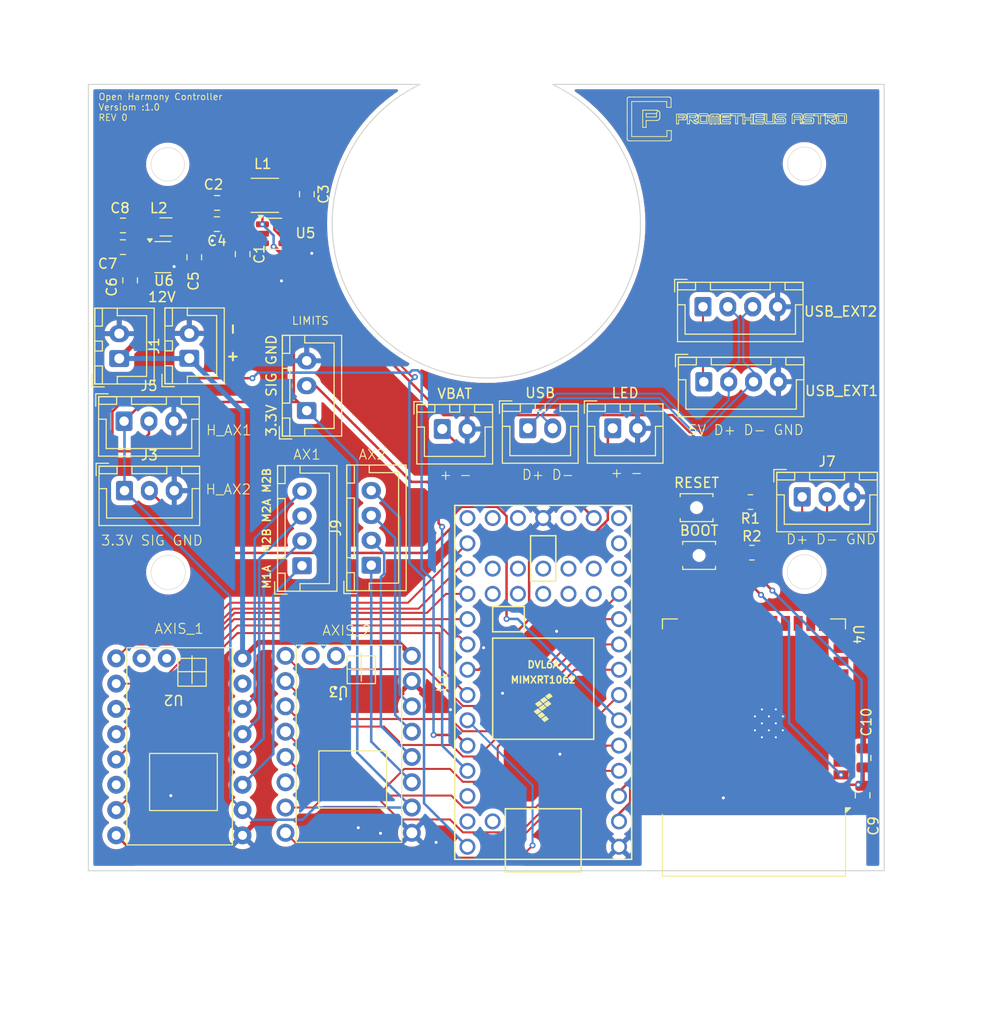
<source format=kicad_pcb>
(kicad_pcb (version 20240108) (generator "pcbnew") (generator_version "8.0")
  (layers (0 "F.Cu" signal) (31 "B.Cu" signal) (34 "B.Paste" user) (35 "F.Paste" user) (36 "B.SilkS" user "B.Silkscreen") (37 "F.SilkS" user "F.Silkscreen") (38 "B.Mask" user) (39 "F.Mask" user) (44 "Edge.Cuts" user))
  (net 0 "")
  (net 1 "Net-(U5-SW)")
  (net 12 "/RX1")
  (net 13 "Net-(U5-BST)")
  (net 23 "/TX1")
  (net 24 "/Vbat")
  (net 25 "/5Vv")
  (net 26 "Net-(U6-BST)")
  (net 38 "/LED")
  (net 43 "Net-(U6-SW)")
  (net 59 "/5V")
  (net 69 "/STEP2")
  (net 70 "/EN2")
  (net 71 "/SCK1")
  (net 72 "/MISO1")
  (net 73 "/DIR1")
  (net 74 "/SCK2")
  (net 75 "/EN1")
  (net 76 "/CS2")
  (net 77 "/STEP1")
  (net 78 "/MISO2")
  (net 79 "/MOSI1")
  (net 80 "/CS1")
  (net 81 "/DIR2")
  (net 82 "/MOSI2")
  (net 83 "/AX1_M2A")
  (net 84 "GND")
  (net 85 "/VM")
  (net 86 "/3V3")
  (net 87 "/AX1_M2B")
  (net 88 "/AX1_M1A")
  (net 89 "/AX1_M1B")
  (net 90 "/AX2_M2B")
  (net 91 "/AX2_M1B")
  (net 92 "/AX2_M2A")
  (net 93 "/AX2_M1A")
  (net 94 "/ESP_D-")
  (net 95 "/ESP_D+")
  (net 96 "/H1_SIG")
  (net 97 "/D-")
  (net 98 "/D+")
  (net 99 "/H2_SIG")
  (net 100 "Net-(U4-EN)")
  (net 101 "Net-(U4-IO0)")
  (net 102 "/LIM_SIG")
  (footprint "Connector_JST:JST_XH_B4B-XH-A_1x04_P2.50mm_Vertical" (layer "F.Cu") (at 172.018 80.247)
    (property "Reference" "USB_EXT2")
    (property "Value" "USB_EXT2")
  )
  (footprint "Connector_JST:JST_XH_B2B-XH-A_1x02_P2.50mm_Vertical" (layer "F.Cu") (at 154.4066 92.456)
    (property "Reference" "USB")
    (property "Value" "UDB_INT")
  )
  (footprint "Capacitor_SMD:C_0805_2012Metric" (layer "F.Cu") (at 125.741 74.9604 -90)
    (property "Reference" "C1")
    (property "Value" "10u")
  )
  (footprint "Capacitor_SMD:C_0805_2012Metric" (layer "F.Cu") (at 113.7015 72.075 180)
    (property "Reference" "C8")
    (property "Value" "22u")
  )
  (footprint "Capacitor_SMD:C_0805_2012Metric" (layer "F.Cu") (at 114.427 77.597 -90)
    (property "Reference" "C6")
    (property "Value" "10u")
  )
  (footprint "tmc2130:TMC2130Stick" (layer "F.Cu") (at 135.128 110.236 180)
    (property "Reference" "U3")
    (property "Value" "~")
  )
  (footprint "Button_Switch_SMD:SW_SPST_B3U-1000P-B" (layer "F.Cu") (at 171.3756 100.4316)
    (property "Reference" "RESET")
    (property "Value" "SW_Reset")
  )
  (footprint "Connector_JST:JST_XH_B4B-XH-A_1x04_P2.50mm_Vertical" (layer "F.Cu") (at 131.7074 106.2644 90)
    (property "Reference" "M1A  M2B M2A M2B")
    (property "Value" "Ax1")
  )
  (footprint "Capacitor_SMD:C_0805_2012Metric" (layer "F.Cu") (at 188.1632 125.5776 90)
    (property "Reference" "C10")
    (property "Value" "10u")
  )
  (footprint "Package_TO_SOT_SMD:TSOT-23-6" (layer "F.Cu") (at 128.8597 72.9132)
    (property "Reference" "U5")
    (property "Value" "AP63203WU")
  )
  (footprint "Capacitor_SMD:C_0805_2012Metric" (layer "F.Cu") (at 123.1706 69.8144 180)
    (property "Reference" "C2")
    (property "Value" "22u")
  )
  (footprint "Button_Switch_SMD:SW_SPST_B3U-1000P-B" (layer "F.Cu") (at 171.6278 105.2322)
    (property "Reference" "BOOT")
    (property "Value" "SW_Boot")
  )
  (footprint "RF_Module:ESP32-S3-WROOM-1" (layer "F.Cu") (at 177.1412 124.5608 180)
    (property "Reference" "U4")
    (property "Value" "ESP32-S3-WROOM-1")
  )
  (footprint "Inductor_SMD:L_1812_4532Metric" (layer "F.Cu") (at 127.9723 69.0524 180)
    (property "Reference" "L1")
    (property "Value" "3.9u")
  )
  (footprint "Teensyfootprints:Teensy40" (layer "F.Cu") (at 155.956 117.983 90)
    (property "Reference" "U1")
    (property "Value" "Teensy4.0")
  )
  (footprint "Resistor_SMD:R_0805_2012Metric" (layer "F.Cu") (at 176.9345 104.9528)
    (property "Reference" "R2")
    (property "Value" "R")
  )
  (footprint "tmc2130:TMC2130Stick" (layer "F.Cu") (at 118.11 110.49 180)
    (property "Reference" "U2")
    (property "Value" "~")
  )
  (footprint "Capacitor_SMD:C_0805_2012Metric" (layer "F.Cu") (at 120.8786 75.2754 90)
    (property "Reference" "C5")
    (property "Value" "100n")
  )
  (footprint "Connector_JST:JST_XH_B2B-XH-A_1x02_P2.50mm_Vertical" (layer "F.Cu") (at 145.8106 92.5322)
    (property "Reference" "VBAT")
    (property "Value" "bat")
  )
  (footprint "Connector_JST:JST_XH_B2B-XH-A_1x02_P2.50mm_Vertical" (layer "F.Cu") (at 162.941 92.456)
    (property "Reference" "LED")
    (property "Value" "LED")
  )
  (footprint "Inductor_SMD:L_1206_3216Metric_Pad1.42x1.75mm_HandSolder" (layer "F.Cu") (at 118.0338 72.2274 180)
    (property "Reference" "L2")
    (property "Value" "4.7u")
  )
  (footprint "Connector_JST:JST_XH_B3B-XH-A_1x03_P2.50mm_Vertical" (layer "F.Cu") (at 181.9908 99.346)
    (property "Reference" "J7")
    (property "Value" "ESP32Prog")
  )
  (footprint "Connector_JST:JST_XH_B3B-XH-A_1x03_P2.50mm_Vertical" (layer "F.Cu") (at 113.8612 98.7214)
    (property "Reference" "J3")
    (property "Value" "Home1")
  )
  (footprint "Connector_JST:JST_XH_B4B-XH-A_1x04_P2.50mm_Vertical" (layer "F.Cu") (at 172.0996 87.7824)
    (property "Reference" "USB_EXT1")
    (property "Value" "USB_EXT")
  )
  (footprint "Package_TO_SOT_SMD:TSOT-23-6" (layer "F.Cu") (at 117.7091 75.2602)
    (property "Reference" "U6")
    (property "Value" "AP63205WU")
  )
  (footprint "Capacitor_SMD:C_0805_2012Metric" (layer "F.Cu") (at 132.1926 68.9356 -90)
    (property "Reference" "C3")
    (property "Value" "100n")
  )
  (footprint "Connector_JST:JST_XH_B2B-XH-A_1x02_P2.50mm_Vertical" (layer "F.Cu") (at 120.379 85.4256 90)
    (property "Reference" "J1")
    (property "Value" "12V")
  )
  (footprint "Connector_JST:JST_XH_B3B-XH-A_1x03_P2.50mm_Vertical" (layer "F.Cu") (at 132.1816 90.678 90)
    (property "Reference" "3.3V SIG GND")
    (property "Value" "LIMIT")
  )
  (footprint "Capacitor_SMD:C_0805_2012Metric" (layer "F.Cu") (at 113.7015 74.2594 180)
    (property "Reference" "C7")
    (property "Value" "22u")
  )
  (footprint "Capacitor_SMD:C_0805_2012Metric" (layer "F.Cu") (at 123.1502 71.948 180)
    (property "Reference" "C4")
    (property "Value" "22u")
  )
  (footprint "Connector_JST:JST_XH_B3B-XH-A_1x03_P2.50mm_Vertical" (layer "F.Cu") (at 113.8212 91.7448)
    (property "Reference" "J5")
    (property "Value" "Home2")
  )
  (footprint "Connector_JST:JST_XH_B2B-XH-A_1x02_P2.50mm_Vertical" (layer "F.Cu") (at 113.3348 85.4456 90)
    (property "Reference" "12V")
    (property "Value" "12V")
  )
  (footprint "Connector_JST:JST_XH_B4B-XH-A_1x04_P2.50mm_Vertical" (layer "F.Cu") (at 138.667 106.2136 90)
    (property "Reference" "J9")
    (property "Value" "Ax2")
  )
  (footprint "Resistor_SMD:R_0805_2012Metric" (layer "F.Cu") (at 176.7859 99.8692 180)
    (property "Reference" "R1")
    (property "Value" "R")
  )
  (footprint "Capacitor_SMD:C_0805_2012Metric" (layer "F.Cu") (at 188.0616 129.3266 -90)
    (property "Reference" "C9")
    (property "Value" "100n")
  )
  (gr_line (start 178.430766 61.15685) (end 178.430766 61.0616) (stroke (width 0.079374) (color 255 0 0 1)) (layer "F.SilkS"))
  (gr_line (start 182.357182 61.474359) (end 182.420682 61.474359) (stroke (width 0.079374) (color 255 0 0 1)) (layer "F.SilkS"))
  (gr_line (start 171.44576 61.844786) (end 171.477511 61.844786) (stroke (width 0.079374) (color 255 0 0 1)) (layer "F.SilkS"))
  (gr_line (start 185.130016 60.860515) (end 185.10885 60.860515) (stroke (width 0.079374) (color 255 0 0 1)) (layer "F.SilkS"))
  (gr_line (start 179.626683 61.85535) (end 179.721931 61.85535) (stroke (width 0.079374) (color 255 0 0 1)) (layer "F.SilkS"))
  (gr_line (start 182.981599 61.262683) (end 182.949849 61.262683) (stroke (width 0.079374) (color 255 0 0 1)) (layer "F.SilkS"))
  (gr_line (start 178.123849 61.463762) (end 178.123849 61.252096) (stroke (width 0.079374) (color 255 0 0 1)) (layer "F.SilkS"))
  (gr_line (start 183.627183 61.770678) (end 183.627183 61.855344) (stroke (width 0.079374) (color 255 0 0 1)) (layer "F.SilkS"))
  (gr_line (start 179.21393 61.156859) (end 179.21393 60.99811) (stroke (width 0.079374) (color 255 0 0 1)) (layer "F.SilkS"))
  (gr_line (start 170.450935 61.865912) (end 170.461518 61.865912) (stroke (width 0.079374) (color 255 0 0 1)) (layer "F.SilkS"))
  (gr_line (start 179.33035 60.998103) (end 179.33035 61.008687) (stroke (width 0.079374) (color 255 0 0 1)) (layer "F.SilkS"))
  (gr_line (start 166.715015 60.490085) (end 166.588015 60.490085) (stroke (width 0.079374) (color 255 0 0 1)) (layer "F.SilkS"))
  (gr_line (start 177.097266 61.167431) (end 177.097266 61.26268) (stroke (width 0.079374) (color 255 0 0 1)) (layer "F.SilkS"))
  (gr_line (start 185.447516 61.241509) (end 185.447516 61.273258) (stroke (width 0.079374) (color 255 0 0 1)) (layer "F.SilkS"))
  (gr_line (start 177.795766 61.675432) (end 177.700514 61.675432) (stroke (width 0.079374) (color 255 0 0 1)) (layer "F.SilkS"))
  (gr_line (start 170.514434 60.860498) (end 170.503851 60.860498) (stroke (width 0.079374) (color 255 0 0 1)) (layer "F.SilkS"))
  (gr_line (start 176.028349 61.74952) (end 176.028349 61.791853) (stroke (width 0.079374) (color 255 0 0 1)) (layer "F.SilkS"))
  (gr_line (start 182.928682 61.262683) (end 182.907516 61.262683) (stroke (width 0.079374) (color 255 0 0 1)) (layer "F.SilkS"))
  (gr_line (start 184.674933 61.559021) (end 184.685516 61.569605) (stroke (width 0.079374) (color 255 0 0 1)) (layer "F.SilkS"))
  (gr_line (start 182.547682 61.474359) (end 182.600598 61.474359) (stroke (width 0.079374) (color 255 0 0 1)) (layer "F.SilkS"))
  (gr_line (start 183.140349 61.7072) (end 183.150932 61.675452) (stroke (width 0.079374) (color 255 0 0 1)) (layer "F.SilkS"))
  (gr_line (start 183.140349 60.871102) (end 182.928682 60.871102) (stroke (width 0.079374) (color 255 0 0 1)) (layer "F.SilkS"))
  (gr_line (start 184.727849 61.611942) (end 184.738432 61.622526) (stroke (width 0.079374) (color 255 0 0 1)) (layer "F.SilkS"))
  (gr_line (start 182.156099 60.987519) (end 182.145517 61.019268) (stroke (width 0.079374) (color 255 0 0 1)) (layer "F.SilkS"))
  (gr_line (start 174.271516 61.865947) (end 174.599599 61.865947) (stroke (width 0.079374) (color 255 0 0 1)) (layer "F.SilkS"))
  (gr_line (start 185.447516 61.389681) (end 185.447516 61.42143) (stroke (width 0.079374) (color 255 0 0 1)) (layer "F.SilkS"))
  (gr_line (start 174.9171 60.860518) (end 174.906516 60.860518) (stroke (width 0.079374) (color 255 0 0 1)) (layer "F.SilkS"))
  (gr_line (start 170.673184 60.860498) (end 170.620267 60.860498) (stroke (width 0.079374) (color 255 0 0 1)) (layer "F.SilkS"))
  (gr_line (start 183.140349 61.0616) (end 183.140349 60.871102) (stroke (width 0.079374) (color 255 0 0 1)) (layer "F.SilkS"))
  (gr_line (start 182.558266 61.85537) (end 182.664099 61.85537) (stroke (width 0.079374) (color 255 0 0 1)) (layer "F.SilkS"))
  (gr_line (start 182.907516 61.262683) (end 182.896931 61.262683) (stroke (width 0.079374) (color 255 0 0 1)) (layer "F.SilkS"))
  (gr_line (start 185.447516 61.199176) (end 185.447516 61.241509) (stroke (width 0.079374) (color 255 0 0 1)) (layer "F.SilkS"))
  (gr_line (start 186.315349 61.813008) (end 186.368265 61.834182) (stroke (width 0.079374) (color 255 0 0 1)) (layer "F.SilkS"))
  (gr_line (start 185.320515 61.283844) (end 185.320515 61.273261) (stroke (width 0.079374) (color 255 0 0 1)) (layer "F.SilkS"))
  (gr_line (start 171.096513 61.781282) (end 171.117679 61.80245) (stroke (width 0.079374) (color 255 0 0 1)) (layer "F.SilkS"))
  (gr_line (start 173.329602 61.813005) (end 173.329602 61.199173) (stroke (width 0.079374) (color 255 0 0 1)) (layer "F.SilkS"))
  (gr_line (start 185.447516 61.019261) (end 185.447516 61.061594) (stroke (width 0.079374) (color 255 0 0 1)) (layer "F.SilkS"))
  (gr_line (start 173.954016 60.860518) (end 173.911682 60.871102) (stroke (width 0.079374) (color 255 0 0 1)) (layer "F.SilkS"))
  (gr_line (start 170.196933 61.463766) (end 170.239266 61.453182) (stroke (width 0.079374) (color 255 0 0 1)) (layer "F.SilkS"))
  (gr_line (start 175.298099 61.781266) (end 175.298099 61.865931) (stroke (width 0.079374) (color 255 0 0 1)) (layer "F.SilkS"))
  (gr_line (start 177.996849 61.051013) (end 178.123849 61.051013) (stroke (width 0.079374) (color 255 0 0 1)) (layer "F.SilkS"))
  (gr_line (start 171.847933 61.061604) (end 172.3771 61.061604) (stroke (width 0.079374) (color 255 0 0 1)) (layer "F.SilkS"))
  (gr_line (start 173.530685 60.892257) (end 173.498936 60.892257) (stroke (width 0.079374) (color 255 0 0 1)) (layer "F.SilkS"))
  (gr_line (start 183.150932 61.463766) (end 183.150932 61.453182) (stroke (width 0.079374) (color 255 0 0 1)) (layer "F.SilkS"))
  (gr_line (start 169.561933 61.0616) (end 170.006433 61.0616) (stroke (width 0.079374) (color 255 0 0 1)) (layer "F.SilkS"))
  (gr_line (start 179.21393 60.892273) (end 179.2351 60.881683) (stroke (width 0.079374) (color 255 0 0 1)) (layer "F.SilkS"))
  (gr_line (start 178.229683 60.871102) (end 178.229683 60.976935) (stroke (width 0.079374) (color 255 0 0 1)) (layer "F.SilkS"))
  (gr_line (start 186.452933 61.707184) (end 186.452933 61.664851) (stroke (width 0.079374) (color 255 0 0 1)) (layer "F.SilkS"))
  (gr_line (start 170.726101 61.463766) (end 170.747267 61.463766) (stroke (width 0.079374) (color 255 0 0 1)) (layer "F.SilkS"))
  (gr_line (start 174.75835 60.860518) (end 174.747767 60.860518) (stroke (width 0.079374) (color 255 0 0 1)) (layer "F.SilkS"))
  (gr_line (start 168.588268 59.177762) (end 168.376601 59.177762) (stroke (width 0.079374) (color 255 0 0 1)) (layer "F.SilkS"))
  (gr_line (start 171.339935 60.871082) (end 171.308185 60.860498) (stroke (width 0.079374) (color 255 0 0 1)) (layer "F.SilkS"))
  (gr_line (start 167.688683 61.125098) (end 167.688683 61.072181) (stroke (width 0.079374) (color 255 0 0 1)) (layer "F.SilkS"))
  (gr_line (start 170.355682 61.199176) (end 170.355682 61.178008) (stroke (width 0.079374) (color 255 0 0 1)) (layer "F.SilkS"))
  (gr_line (start 185.309932 61.315593) (end 185.320515 61.283844) (stroke (width 0.079374) (color 255 0 0 1)) (layer "F.SilkS"))
  (gr_line (start 179.139847 61.834192) (end 179.171597 61.813024) (stroke (width 0.079374) (color 255 0 0 1)) (layer "F.SilkS"))
  (gr_line (start 171.414018 61.410843) (end 171.435184 61.379094) (stroke (width 0.079374) (color 255 0 0 1)) (layer "F.SilkS"))
  (gr_line (start 170.927181 61.611942) (end 170.937764 61.622526) (stroke (width 0.079374) (color 255 0 0 1)) (layer "F.SilkS"))
  (gr_line (start 167.678102 61.230912) (end 167.678102 61.220328) (stroke (width 0.079374) (color 255 0 0 1)) (layer "F.SilkS"))
  (gr_line (start 165.953017 61.178005) (end 165.953017 61.537837) (stroke (width 0.079374) (color 255 0 0 1)) (layer "F.SilkS"))
  (gr_line (start 184.611433 61.47435) (end 184.632599 61.484934) (stroke (width 0.079374) (color 255 0 0 1)) (layer "F.SilkS"))
  (gr_line (start 184.664349 61.516686) (end 184.664349 61.527269) (stroke (width 0.079374) (color 255 0 0 1)) (layer "F.SilkS"))
  (gr_line (start 167.551099 60.56417) (end 167.529933 60.553586) (stroke (width 0.079374) (color 255 0 0 1)) (layer "F.SilkS"))
  (gr_line (start 177.044348 61.283851) (end 177.044348 61.188602) (stroke (width 0.079374) (color 255 0 0 1)) (layer "F.SilkS"))
  (gr_line (start 167.678102 61.273248) (end 167.678102 61.25208) (stroke (width 0.079374) (color 255 0 0 1)) (layer "F.SilkS"))
  (gr_line (start 167.656933 60.680587) (end 167.625182 60.62767) (stroke (width 0.079374) (color 255 0 0 1)) (layer "F.SilkS"))
  (gr_line (start 185.098265 61.463762) (end 185.119432 61.463762) (stroke (width 0.079374) (color 255 0 0 1)) (layer "F.SilkS"))
  (gr_line (start 185.034767 61.865954) (end 185.087683 61.876538) (stroke (width 0.079374) (color 255 0 0 1)) (layer "F.SilkS"))
  (gr_line (start 164.481933 63.54868) (end 164.513683 63.569848) (stroke (width 0.079374) (color 255 0 0 1)) (layer "F.SilkS"))
  (gr_line (start 185.29935 61.876538) (end 185.29935 61.791873) (stroke (width 0.079374) (color 255 0 0 1)) (layer "F.SilkS"))
  (gr_line (start 184.981848 61.463762) (end 185.003017 61.463762) (stroke (width 0.079374) (color 255 0 0 1)) (layer "F.SilkS"))
  (gr_line (start 182.007933 61.294432) (end 182.007933 61.199183) (stroke (width 0.079374) (color 255 0 0 1)) (layer "F.SilkS"))
  (gr_line (start 171.26585 61.15685) (end 171.26585 61.252099) (stroke (width 0.079374) (color 255 0 0 1)) (layer "F.SilkS"))
  (gr_line (start 185.447516 61.527263) (end 185.447516 61.559012) (stroke (width 0.079374) (color 255 0 0 1)) (layer "F.SilkS"))
  (gr_line (start 178.229683 61.188602) (end 178.229683 61.389684) (stroke (width 0.079374) (color 255 0 0 1)) (layer "F.SilkS"))
  (gr_line (start 170.3451 61.029839) (end 170.334516 60.99809) (stroke (width 0.079374) (color 255 0 0 1)) (layer "F.SilkS"))
  (gr_line (start 164.513683 59.188346) (end 164.481933 59.209514) (stroke (width 0.079374) (color 255 0 0 1)) (layer "F.SilkS"))
  (gr_line (start 179.52085 61.85535) (end 179.626683 61.85535) (stroke (width 0.079374) (color 255 0 0 1)) (layer "F.SilkS"))
  (gr_line (start 164.40785 59.294179) (end 164.397266 59.336512) (stroke (width 0.079374) (color 255 0 0 1)) (layer "F.SilkS"))
  (gr_line (start 182.918098 61.0616) (end 183.140349 61.0616) (stroke (width 0.079374) (color 255 0 0 1)) (layer "F.SilkS"))
  (gr_line (start 183.627183 61.061597) (end 183.627183 61.156846) (stroke (width 0.079374) (color 255 0 0 1)) (layer "F.SilkS"))
  (gr_line (start 179.52085 60.860518) (end 179.478516 60.860518) (stroke (width 0.079374) (color 255 0 0 1)) (layer "F.SilkS"))
  (gr_line (start 168.387184 62.543261) (end 168.387184 62.977178) (stroke (width 0.079374) (color 255 0 0 1)) (layer "F.SilkS"))
  (gr_line (start 170.323933 61.379097) (end 170.3451 61.347349) (stroke (width 0.079374) (color 255 0 0 1)) (layer "F.SilkS"))
  (gr_line (start 182.642932 60.871102) (end 182.537099 60.871102) (stroke (width 0.079374) (color 255 0 0 1)) (layer "F.SilkS"))
  (gr_line (start 173.795266 60.987519) (end 173.784682 61.008687) (stroke (width 0.079374) (color 255 0 0 1)) (layer "F.SilkS"))
  (gr_line (start 174.747765 61.865947) (end 174.758348 61.865947) (stroke (width 0.079374) (color 255 0 0 1)) (layer "F.SilkS"))
  (gr_line (start 180.3146 61.379104) (end 180.293431 61.347355) (stroke (width 0.079374) (color 255 0 0 1)) (layer "F.SilkS"))
  (gr_line (start 173.784682 61.643687) (end 173.784682 61.654271) (stroke (width 0.079374) (color 255 0 0 1)) (layer "F.SilkS"))
  (gr_line (start 171.128266 61.527263) (end 171.1071 61.495514) (stroke (width 0.079374) (color 255 0 0 1)) (layer "F.SilkS"))
  (gr_line (start 176.832681 60.881686) (end 176.832681 61.178018) (stroke (width 0.079374) (color 255 0 0 1)) (layer "F.SilkS"))
  (gr_line (start 184.632599 61.484934) (end 184.643184 61.495518) (stroke (width 0.079374) (color 255 0 0 1)) (layer "F.SilkS"))
  (gr_line (start 184.971268 61.559031) (end 184.992432 61.516683) (stroke (width 0.079374) (color 255 0 0 1)) (layer "F.SilkS"))
  (gr_line (start 168.831683 62.564428) (end 168.831683 62.553845) (stroke (width 0.079374) (color 255 0 0 1)) (layer "F.SilkS"))
  (gr_line (start 182.304266 61.262683) (end 182.304266 61.167434) (stroke (width 0.079374) (color 255 0 0 1)) (layer "F.SilkS"))
  (gr_line (start 171.202344 61.844786) (end 171.212927 61.844786) (stroke (width 0.079374) (color 255 0 0 1)) (layer "F.SilkS"))
  (gr_line (start 177.097266 61.484931) (end 177.097266 61.664848) (stroke (width 0.079374) (color 255 0 0 1)) (layer "F.SilkS"))
  (gr_line (start 173.700017 61.252099) (end 173.700017 61.167434) (stroke (width 0.079374) (color 255 0 0 1)) (layer "F.SilkS"))
  (gr_line (start 177.425349 61.654265) (end 177.383017 61.654265) (stroke (width 0.079374) (color 255 0 0 1)) (layer "F.SilkS"))
  (gr_line (start 185.648599 60.860511) (end 185.606265 60.860511) (stroke (width 0.079374) (color 255 0 0 1)) (layer "F.SilkS"))
  (gr_line (start 174.7266 60.860518) (end 174.303266 60.860518) (stroke (width 0.079374) (color 255 0 0 1)) (layer "F.SilkS"))
  (gr_line (start 169.868849 60.892254) (end 169.763016 60.892254) (stroke (width 0.079374) (color 255 0 0 1)) (layer "F.SilkS"))
  (gr_line (start 184.336266 60.860515) (end 184.325682 60.860515) (stroke (width 0.079374) (color 255 0 0 1)) (layer "F.SilkS"))
  (gr_line (start 185.119432 61.463762) (end 185.140601 61.463762) (stroke (width 0.079374) (color 255 0 0 1)) (layer "F.SilkS"))
  (gr_line (start 177.044348 61.823602) (end 177.044348 61.802434) (stroke (width 0.079374) (color 255 0 0 1)) (layer "F.SilkS"))
  (gr_line (start 171.149432 61.548431) (end 171.13885 61.537847) (stroke (width 0.079374) (color 255 0 0 1)) (layer "F.SilkS"))
  (gr_line (start 186.452933 61.664851) (end 186.452933 61.590767) (stroke (width 0.079374) (color 255 0 0 1)) (layer "F.SilkS"))
  (gr_line (start 185.331099 61.082765) (end 185.331099 61.029849) (stroke (width 0.079374) (color 255 0 0 1)) (layer "F.SilkS"))
  (gr_line (start 185.246431 60.892266) (end 185.204098 60.871098) (stroke (width 0.079374) (color 255 0 0 1)) (layer "F.SilkS"))
  (gr_line (start 179.309183 61.654268) (end 179.309183 61.770685) (stroke (width 0.079374) (color 255 0 0 1)) (layer "F.SilkS"))
  (gr_line (start 183.150932 61.622516) (end 183.150932 61.463766) (stroke (width 0.079374) (color 255 0 0 1)) (layer "F.SilkS"))
  (gr_line (start 182.918098 61.580199) (end 182.918098 61.601367) (stroke (width 0.079374) (color 255 0 0 1)) (layer "F.SilkS"))
  (gr_line (start 181.193016 61.442595) (end 181.658682 61.442595) (stroke (width 0.079374) (color 255 0 0 1)) (layer "F.SilkS"))
  (gr_line (start 182.177264 60.95577) (end 182.156099 60.987519) (stroke (width 0.079374) (color 255 0 0 1)) (layer "F.SilkS"))
  (gr_line (start 169.657183 60.892254) (end 169.561932 60.892254) (stroke (width 0.079374) (color 255 0 0 1)) (layer "F.SilkS"))
  (gr_line (start 177.044348 61.802434) (end 177.044348 61.495518) (stroke (width 0.079374) (color 255 0 0 1)) (layer "F.SilkS"))
  (gr_line (start 174.716016 61.865947) (end 174.726598 61.865947) (stroke (width 0.079374) (color 255 0 0 1)) (layer "F.SilkS"))
  (gr_line (start 186.251848 61.061604) (end 186.251848 61.15685) (stroke (width 0.079374) (color 255 0 0 1)) (layer "F.SilkS"))
  (gr_line (start 185.458098 60.976929) (end 185.447516 61.019261) (stroke (width 0.079374) (color 255 0 0 1)) (layer "F.SilkS"))
  (gr_line (start 185.214685 61.675455) (end 185.182935 61.675455) (stroke (width 0.079374) (color 255 0 0 1)) (layer "F.SilkS"))
  (gr_line (start 170.895431 61.58019) (end 170.916598 61.601357) (stroke (width 0.079374) (color 255 0 0 1)) (layer "F.SilkS"))
  (gr_line (start 178.430766 61.347349) (end 178.430766 61.252099) (stroke (width 0.079374) (color 255 0 0 1)) (layer "F.SilkS"))
  (gr_line (start 178.314348 61.834192) (end 178.335515 61.844776) (stroke (width 0.079374) (color 255 0 0 1)) (layer "F.SilkS"))
  (gr_line (start 168.831683 62.585597) (end 168.831683 62.575012) (stroke (width 0.079374) (color 255 0 0 1)) (layer "F.SilkS"))
  (gr_line (start 176.240016 61.791853) (end 176.240016 61.484937) (stroke (width 0.079374) (color 255 0 0 1)) (layer "F.SilkS"))
  (gr_line (start 184.537349 61.252099) (end 184.537349 61.15685) (stroke (width 0.079374) (color 255 0 0 1)) (layer "F.SilkS"))
  (gr_line (start 174.758348 61.865947) (end 174.768932 61.865947) (stroke (width 0.079374) (color 255 0 0 1)) (layer "F.SilkS"))
  (gr_line (start 182.007933 61.019264) (end 181.997348 60.976932) (stroke (width 0.079374) (color 255 0 0 1)) (layer "F.SilkS"))
  (gr_line (start 181.658682 60.839347) (end 181.193016 60.839347) (stroke (width 0.079374) (color 255 0 0 1)) (layer "F.SilkS"))
  (gr_line (start 168.831683 63.421682) (end 168.831683 63.37935) (stroke (width 0.079374) (color 255 0 0 1)) (layer "F.SilkS"))
  (gr_line (start 185.447516 61.061594) (end 185.447516 61.093343) (stroke (width 0.079374) (color 255 0 0 1)) (layer "F.SilkS"))
  (gr_line (start 170.916598 61.601357) (end 170.927181 61.611942) (stroke (width 0.079374) (color 255 0 0 1)) (layer "F.SilkS"))
  (gr_line (start 175.298099 61.0616) (end 175.298099 61.781266) (stroke (width 0.079374) (color 255 0 0 1)) (layer "F.SilkS"))
  (gr_line (start 170.450935 61.008664) (end 170.450935 61.167414) (stroke (width 0.079374) (color 255 0 0 1)) (layer "F.SilkS"))
  (gr_line (start 172.715768 61.103924) (end 172.715768 61.199173) (stroke (width 0.079374) (color 255 0 0 1)) (layer "F.SilkS"))
  (gr_line (start 168.683517 59.188346) (end 168.641185 59.177762) (stroke (width 0.079374) (color 255 0 0 1)) (layer "F.SilkS"))
  (gr_line (start 176.832681 61.876518) (end 176.843266 61.876518) (stroke (width 0.079374) (color 255 0 0 1)) (layer "F.SilkS"))
  (gr_line (start 172.715768 61.061591) (end 172.715768 61.103924) (stroke (width 0.079374) (color 255 0 0 1)) (layer "F.SilkS"))
  (gr_line (start 172.916852 60.892257) (end 172.874519 60.902841) (stroke (width 0.079374) (color 255 0 0 1)) (layer "F.SilkS"))
  (gr_line (start 166.302267 62.225754) (end 166.302267 61.590754) (stroke (width 0.079374) (color 255 0 0 1)) (layer "F.SilkS"))
  (gr_line (start 180.007681 61.85535) (end 180.102933 61.85535) (stroke (width 0.079374) (color 255 0 0 1)) (layer "F.SilkS"))
  (gr_line (start 184.442099 60.860515) (end 184.399765 60.860515) (stroke (width 0.079374) (color 255 0 0 1)) (layer "F.SilkS"))
  (gr_line (start 173.67885 60.987513) (end 173.668267 60.976929) (stroke (width 0.079374) (color 255 0 0 1)) (layer "F.SilkS"))
  (gr_line (start 185.563931 60.871095) (end 185.532182 60.892263) (stroke (width 0.079374) (color 255 0 0 1)) (layer "F.SilkS"))
  (gr_line (start 164.85235 63.146515) (end 164.85235 62.998349) (stroke (width 0.079374) (color 255 0 0 1)) (layer "F.SilkS"))
  (gr_line (start 170.334516 60.99809) (end 170.31335 60.966341) (stroke (width 0.079374) (color 255 0 0 1)) (layer "F.SilkS"))
  (gr_line (start 186.251848 61.654268) (end 185.987265 61.654268) (stroke (width 0.079374) (color 255 0 0 1)) (layer "F.SilkS"))
  (gr_line (start 174.303266 61.241515) (end 173.996349 61.241515) (stroke (width 0.079374) (color 255 0 0 1)) (layer "F.SilkS"))
  (gr_line (start 171.414018 60.913418) (end 171.392852 60.89225) (stroke (width 0.079374) (color 255 0 0 1)) (layer "F.SilkS"))
  (gr_line (start 178.123849 60.860515) (end 178.123849 60.84993) (stroke (width 0.079374) (color 255 0 0 1)) (layer "F.SilkS"))
  (gr_line (start 185.257016 61.400259) (end 185.278181 61.379091) (stroke (width 0.079374) (color 255 0 0 1)) (layer "F.SilkS"))
  (gr_line (start 167.540519 61.484918) (end 167.561685 61.474334) (stroke (width 0.079374) (color 255 0 0 1)) (layer "F.SilkS"))
  (gr_line (start 182.918098 61.484944) (end 182.918098 61.495527) (stroke (width 0.079374) (color 255 0 0 1)) (layer "F.SilkS"))
  (gr_line (start 186.368265 61.834182) (end 186.400015 61.813014) (stroke (width 0.079374) (color 255 0 0 1)) (layer "F.SilkS"))
  (gr_line (start 180.007681 61.252102) (end 179.965349 61.252102) (stroke (width 0.079374) (color 255 0 0 1)) (layer "F.SilkS"))
  (gr_line (start 173.816432 60.945186) (end 173.795266 60.987519) (stroke (width 0.079374) (color 255 0 0 1)) (layer "F.SilkS"))
  (gr_line (start 173.128519 61.103924) (end 173.128519 61.199173) (stroke (width 0.079374) (color 255 0 0 1)) (layer "F.SilkS"))
  (gr_line (start 179.21393 61.686026) (end 179.21393 61.654278) (stroke (width 0.079374) (color 255 0 0 1)) (layer "F.SilkS"))
  (gr_line (start 178.399014 61.85536) (end 178.409598 61.85536) (stroke (width 0.079374) (color 255 0 0 1)) (layer "F.SilkS"))
  (gr_line (start 171.392852 60.89225) (end 171.371686 60.881666) (stroke (width 0.079374) (color 255 0 0 1)) (layer "F.SilkS"))
  (gr_line (start 185.542766 61.813008) (end 185.553349 61.813008) (stroke (width 0.079374) (color 255 0 0 1)) (layer "F.SilkS"))
  (gr_line (start 171.191761 61.844786) (end 171.202344 61.844786) (stroke (width 0.079374) (color 255 0 0 1)) (layer "F.SilkS"))
  (gr_line (start 177.129016 60.945183) (end 177.107849 60.976932) (stroke (width 0.079374) (color 255 0 0 1)) (layer "F.SilkS"))
  (gr_line (start 167.625182 60.62767) (end 167.58285 60.585338) (stroke (width 0.079374) (color 255 0 0 1)) (layer "F.SilkS"))
  (gr_line (start 173.615351 60.924009) (end 173.594185 60.913425) (stroke (width 0.079374) (color 255 0 0 1)) (layer "F.SilkS"))
  (gr_line (start 164.397266 61.527266) (end 164.397266 61.6966) (stroke (width 0.079374) (color 255 0 0 1)) (layer "F.SilkS"))
  (gr_line (start 186.452933 61.294429) (end 186.452933 61.220344) (stroke (width 0.079374) (color 255 0 0 1)) (layer "F.SilkS"))
  (gr_line (start 178.610683 61.654265) (end 178.430766 61.654265) (stroke (width 0.079374) (color 255 0 0 1)) (layer "F.SilkS"))
  (gr_line (start 171.011848 61.69661) (end 171.033014 61.717778) (stroke (width 0.079374) (color 255 0 0 1)) (layer "F.SilkS"))
  (gr_line (start 177.605266 60.84993) (end 177.499432 60.84993) (stroke (width 0.079374) (color 255 0 0 1)) (layer "F.SilkS"))
  (gr_line (start 186.368265 60.892263) (end 186.336516 60.871095) (stroke (width 0.079374) (color 255 0 0 1)) (layer "F.SilkS"))
  (gr_line (start 182.738182 61.474359) (end 182.801683 61.474359) (stroke (width 0.079374) (color 255 0 0 1)) (layer "F.SilkS"))
  (gr_line (start 177.510014 61.675432) (end 177.425349 61.654265) (stroke (width 0.079374) (color 255 0 0 1)) (layer "F.SilkS"))
  (gr_line (start 185.003017 61.463762) (end 185.013599 61.463762) (stroke (width 0.079374) (color 255 0 0 1)) (layer "F.SilkS"))
  (gr_line (start 182.769933 61.85537) (end 182.875766 61.85537) (stroke (width 0.079374) (color 255 0 0 1)) (layer "F.SilkS"))
  (gr_line (start 183.838849 61.061597) (end 183.838849 61.051013) (stroke (width 0.079374) (color 255 0 0 1)) (layer "F.SilkS"))
  (gr_line (start 184.558514 61.47435) (end 184.579683 61.47435) (stroke (width 0.079374) (color 255 0 0 1)) (layer "F.SilkS"))
  (gr_line (start 184.664349 61.548438) (end 184.674933 61.559021) (stroke (width 0.079374) (color 255 0 0 1)) (layer "F.SilkS"))
  (gr_line (start 178.081515 61.887099) (end 178.081515 61.79185) (stroke (width 0.079374) (color 255 0 0 1)) (layer "F.SilkS"))
  (gr_line (start 179.415016 61.85535) (end 179.52085 61.85535) (stroke (width 0.079374) (color 255 0 0 1)) (layer "F.SilkS"))
  (gr_line (start 184.399765 60.860515) (end 184.389183 60.860515) (stroke (width 0.079374) (color 255 0 0 1)) (layer "F.SilkS"))
  (gr_line (start 177.287765 60.84993) (end 177.044348 60.910796) (stroke (width 0.079374) (color 255 0 0 1)) (layer "F.SilkS"))
  (gr_line (start 170.779017 61.47435) (end 170.800183 61.484934) (stroke (width 0.079374) (color 255 0 0 1)) (layer "F.SilkS"))
  (gr_line (start 177.097266 61.717765) (end 177.107849 61.760098) (stroke (width 0.079374) (color 255 0 0 1)) (layer "F.SilkS"))
  (gr_line (start 171.435184 60.934586) (end 171.414018 60.913418) (stroke (width 0.079374) (color 255 0 0 1)) (layer "F.SilkS"))
  (gr_line (start 179.531432 61.453185) (end 179.5526 61.453185) (stroke (width 0.079374) (color 255 0 0 1)) (layer "F.SilkS"))
  (gr_line (start 173.996349 61.15685) (end 174.906516 61.0616) (stroke (width 0.079374)) (layer "F.SilkS"))
  (gr_line (start 185.320515 61.178014) (end 185.320515 61.156846) (stroke (width 0.079374) (color 255 0 0 1)) (layer "F.SilkS"))
  (gr_line (start 168.831683 63.37935) (end 168.831683 62.998349) (stroke (width 0.079374) (color 255 0 0 1)) (layer "F.SilkS"))
  (gr_line (start 179.489099 61.453185) (end 179.52085 61.453185) (stroke (width 0.079374) (color 255 0 0 1)) (layer "F.SilkS"))
  (gr_line (start 178.293182 61.813024) (end 178.314348 61.834192) (stroke (width 0.079374) (color 255 0 0 1)) (layer "F.SilkS"))
  (gr_line (start 181.828017 60.839347) (end 181.785683 60.839347) (stroke (width 0.079374) (color 255 0 0 1)) (layer "F.SilkS"))
  (gr_line (start 186.452933 61.516683) (end 186.452933 61.442598) (stroke (width 0.079374) (color 255 0 0 1)) (layer "F.SilkS"))
  (gr_line (start 166.31285 59.632847) (end 167.551099 59.632847) (stroke (width 0.079374) (color 255 0 0 1)) (layer "F.SilkS"))
  (gr_line (start 172.3771 61.061604) (end 172.3771 61.15685) (stroke (width 0.079374) (color 255 0 0 1)) (layer "F.SilkS"))
  (gr_line (start 185.447516 61.156843) (end 185.447516 61.199176) (stroke (width 0.079374) (color 255 0 0 1)) (layer "F.SilkS"))
  (gr_line (start 181.193016 61.749511) (end 181.193016 61.442595) (stroke (width 0.079374) (color 255 0 0 1)) (layer "F.SilkS"))
  (gr_line (start 173.73177 61.791834) (end 173.73177 61.738917) (stroke (width 0.079374) (color 255 0 0 1)) (layer "F.SilkS"))
  (gr_line (start 166.842015 60.490085) (end 166.715015 60.490085) (stroke (width 0.079374) (color 255 0 0 1)) (layer "F.SilkS"))
  (gr_line (start 167.667518 61.326167) (end 167.667518 61.315584) (stroke (width 0.079374) (color 255 0 0 1)) (layer "F.SilkS"))
  (gr_line (start 177.044348 61.188602) (end 177.044348 60.910796) (stroke (width 0.079374) (color 255 0 0 1)) (layer "F.SilkS"))
  (gr_line (start 186.452933 61.220344) (end 186.452933 61.167427) (stroke (width 0.079374) (color 255 0 0 1)) (layer "F.SilkS"))
  (gr_line (start 182.134932 61.294441) (end 182.145517 61.347358) (stroke (width 0.079374) (color 255 0 0 1)) (layer "F.SilkS"))
  (gr_line (start 182.007933 61.675429) (end 182.007933 61.664845) (stroke (width 0.079374) (color 255 0 0 1)) (layer "F.SilkS"))
  (gr_line (start 182.007933 61.781263) (end 182.007933 61.770678) (stroke (width 0.079374) (color 255 0 0 1)) (layer "F.SilkS"))
  (gr_line (start 171.244685 60.860498) (end 171.234101 60.860498) (stroke (width 0.079374) (color 255 0 0 1)) (layer "F.SilkS"))
  (gr_line (start 164.397266 59.336512) (end 164.397266 59.389429) (stroke (width 0.079374) (color 255 0 0 1)) (layer "F.SilkS"))
  (gr_line (start 169.360849 60.892254) (end 169.360849 61.093336) (stroke (width 0.079374) (color 255 0 0 1)) (layer "F.SilkS"))
  (gr_line (start 183.119183 61.760117) (end 183.129765 61.738949) (stroke (width 0.079374) (color 255 0 0 1)) (layer "F.SilkS"))
  (gr_line (start 177.044348 60.89227) (end 177.033766 60.89227) (stroke (width 0.079374) (color 255 0 0 1)) (layer "F.SilkS"))
  (gr_line (start 184.145766 61.051013) (end 184.241016 61.051013) (stroke (width 0.079374) (color 255 0 0 1)) (layer "F.SilkS"))
  (gr_line (start 180.272266 61.315606) (end 180.240515 61.294438) (stroke (width 0.079374) (color 255 0 0 1)) (layer "F.SilkS"))
  (gr_line (start 185.140601 61.876538) (end 185.193517 61.876538) (stroke (width 0.079374) (color 255 0 0 1)) (layer "F.SilkS"))
  (gr_line (start 182.007933 61.135682) (end 182.007933 61.114514) (stroke (width 0.079374) (color 255 0 0 1)) (layer "F.SilkS"))
  (gr_line (start 179.319765 61.252102) (end 179.33035 61.294435) (stroke (width 0.079374) (color 255 0 0 1)) (layer "F.SilkS"))
  (gr_line (start 178.610681 61.85536) (end 179.002263 61.85536) (stroke (width 0.079374) (color 255 0 0 1)) (layer "F.SilkS"))
  (gr_line (start 164.556016 59.177762) (end 164.513683 59.188346) (stroke (width 0.079374) (color 255 0 0 1)) (layer "F.SilkS"))
  (gr_line (start 174.726598 61.865947) (end 174.737182 61.865947) (stroke (width 0.079374) (color 255 0 0 1)) (layer "F.SilkS"))
  (gr_line (start 173.784682 61.728359) (end 173.784682 61.738943) (stroke (width 0.079374) (color 255 0 0 1)) (layer "F.SilkS"))
  (gr_line (start 179.203348 61.749527) (end 179.203348 61.738943) (stroke (width 0.079374) (color 255 0 0 1)) (layer "F.SilkS"))
  (gr_line (start 182.378349 60.871102) (end 182.346599 60.871102) (stroke (width 0.079374) (color 255 0 0 1)) (layer "F.SilkS"))
  (gr_line (start 167.688683 61.209767) (end 167.688683 61.178018) (stroke (width 0.079374) (color 255 0 0 1)) (layer "F.SilkS"))
  (gr_line (start 177.330099 61.654265) (end 177.330099 61.474347) (stroke (width 0.079374) (color 255 0 0 1)) (layer "F.SilkS"))
  (gr_line (start 168.3766 59.632847) (end 168.3766 60.214931) (stroke (width 0.079374) (color 255 0 0 1)) (layer "F.SilkS"))
  (gr_line (start 182.537099 60.871102) (end 182.50535 60.871102) (stroke (width 0.079374) (color 255 0 0 1)) (layer "F.SilkS"))
  (gr_line (start 170.355682 61.283848) (end 170.355682 61.273264) (stroke (width 0.079374) (color 255 0 0 1)) (layer "F.SilkS"))
  (gr_line (start 176.790349 61.273267) (end 176.208266 61.273267) (stroke (width 0.079374) (color 255 0 0 1)) (layer "F.SilkS"))
  (gr_line (start 168.831683 62.575012) (end 168.831683 62.564428) (stroke (width 0.079374) (color 255 0 0 1)) (layer "F.SilkS"))
  (gr_line (start 173.700017 61.029849) (end 173.700017 61.019264) (stroke (width 0.079374) (color 255 0 0 1)) (layer "F.SilkS"))
  (gr_line (start 186.452933 61.061594) (end 186.452933 61.019261) (stroke (width 0.079374) (color 255 0 0 1)) (layer "F.SilkS"))
  (gr_line (start 170.757851 61.463766) (end 170.779017 61.47435) (stroke (width 0.079374) (color 255 0 0 1)) (layer "F.SilkS"))
  (gr_line (start 182.007933 61.770678) (end 182.007933 61.760095) (stroke (width 0.079374) (color 255 0 0 1)) (layer "F.SilkS"))
  (gr_line (start 171.181178 61.834202) (end 171.191761 61.844786) (stroke (width 0.079374) (color 255 0 0 1)) (layer "F.SilkS"))
  (gr_line (start 184.3151 61.26268) (end 184.3151 61.474347) (stroke (width 0.079374) (color 255 0 0 1)) (layer "F.SilkS"))
  (gr_line (start 167.614602 61.421417) (end 167.646352 61.379084) (stroke (width 0.079374) (color 255 0 0 1)) (layer "F.SilkS"))
  (gr_line (start 165.953017 62.225754) (end 166.302267 62.225754) (stroke (width 0.079374) (color 255 0 0 1)) (layer "F.SilkS"))
  (gr_line (start 179.594933 61.453185) (end 179.637265 61.453185) (stroke (width 0.079374) (color 255 0 0 1)) (layer "F.SilkS"))
  (gr_line (start 182.886349 61.474359) (end 182.896931 61.474359) (stroke (width 0.079374) (color 255 0 0 1)) (layer "F.SilkS"))
  (gr_line (start 168.747016 63.54868) (end 168.778767 63.527512) (stroke (width 0.079374) (color 255 0 0 1)) (layer "F.SilkS"))
  (gr_line (start 170.747267 61.463766) (end 170.757851 61.463766) (stroke (width 0.079374) (color 255 0 0 1)) (layer "F.SilkS"))
  (gr_line (start 179.33035 61.008687) (end 179.319765 61.05102) (stroke (width 0.079374) (color 255 0 0 1)) (layer "F.SilkS"))
  (gr_line (start 180.981349 61.135679) (end 180.981349 61.749511) (stroke (width 0.079374) (color 255 0 0 1)) (layer "F.SilkS"))
  (gr_line (start 179.5526 61.262683) (end 179.5526 61.15685) (stroke (width 0.079374) (color 255 0 0 1)) (layer "F.SilkS"))
  (gr_line (start 178.409598 61.85536) (end 178.420181 61.85536) (stroke (width 0.079374) (color 255 0 0 1)) (layer "F.SilkS"))
  (gr_line (start 185.235849 61.421427) (end 185.257016 61.400259) (stroke (width 0.079374) (color 255 0 0 1)) (layer "F.SilkS"))
  (gr_line (start 171.477518 61.093346) (end 171.477518 61.072178) (stroke (width 0.079374) (color 255 0 0 1)) (layer "F.SilkS"))
  (gr_line (start 185.034766 61.463762) (end 185.055933 61.463762) (stroke (width 0.079374) (color 255 0 0 1)) (layer "F.SilkS"))
  (gr_line (start 167.096014 60.490085) (end 167.021931 60.490085) (stroke (width 0.079374) (color 255 0 0 1)) (layer "F.SilkS"))
  (gr_line (start 184.854851 61.728365) (end 184.865434 61.738949) (stroke (width 0.079374) (color 255 0 0 1)) (layer "F.SilkS"))
  (gr_line (start 181.679849 61.252099) (end 181.214183 61.252099) (stroke (width 0.079374) (color 255 0 0 1)) (layer "F.SilkS"))
  (gr_line (start 169.9641 60.892254) (end 169.9006 60.892254) (stroke (width 0.079374) (color 255 0 0 1)) (layer "F.SilkS"))
  (gr_line (start 181.806848 61.0616) (end 181.806848 61.15685) (stroke (width 0.079374) (color 255 0 0 1)) (layer "F.SilkS"))
  (gr_line (start 185.320515 61.156846) (end 185.320515 61.135679) (stroke (width 0.079374) (color 255 0 0 1)) (layer "F.SilkS"))
  (gr_line (start 173.784682 61.738943) (end 173.795266 61.770691) (stroke (width 0.079374) (color 255 0 0 1)) (layer "F.SilkS"))
  (gr_line (start 182.304266 61.0616) (end 182.918098 61.0616) (stroke (width 0.079374) (color 255 0 0 1)) (layer "F.SilkS"))
  (gr_line (start 176.028349 61.622519) (end 176.028349 61.74952) (stroke (width 0.079374) (color 255 0 0 1)) (layer "F.SilkS"))
  (gr_line (start 172.715768 61.537837) (end 172.715768 61.813005) (stroke (width 0.079374) (color 255 0 0 1)) (layer "F.SilkS"))
  (gr_line (start 171.25526 61.844786) (end 171.265843 61.844786) (stroke (width 0.079374) (color 255 0 0 1)) (layer "F.SilkS"))
  (gr_line (start 173.805849 61.79186) (end 173.827016 61.813027) (stroke (width 0.079374) (color 255 0 0 1)) (layer "F.SilkS"))
  (gr_line (start 176.028349 61.114514) (end 176.028349 61.241515) (stroke (width 0.079374) (color 255 0 0 1)) (layer "F.SilkS"))
  (gr_line (start 179.817183 61.654268) (end 179.309183 61.654268) (stroke (width 0.079374) (color 255 0 0 1)) (layer "F.SilkS"))
  (gr_line (start 182.007933 61.855347) (end 182.007933 61.781263) (stroke (width 0.079374) (color 255 0 0 1)) (layer "F.SilkS"))
  (gr_line (start 164.397266 60.543014) (end 164.397266 60.828766) (stroke (width 0.079374) (color 255 0 0 1)) (layer "F.SilkS"))
  (gr_line (start 178.229683 60.976935) (end 178.229683 61.082768) (stroke (width 0.079374) (color 255 0 0 1)) (layer "F.SilkS"))
  (gr_line (start 174.9171 61.0616) (end 175.298099 61.0616) (stroke (width 0.079374) (color 255 0 0 1)) (layer "F.SilkS"))
  (gr_line (start 167.466433 60.521837) (end 167.339433 60.839347) (stroke (width 0.079374)) (layer "F.SilkS"))
  (gr_line (start 179.33035 61.294435) (end 179.340933 61.336768) (stroke (width 0.079374) (color 255 0 0 1)) (layer "F.SilkS"))
  (gr_line (start 174.684267 61.453182) (end 174.779517 61.453182) (stroke (width 0.079374) (color 255 0 0 1)) (layer "F.SilkS"))
  (gr_line (start 180.981349 61.051013) (end 180.981349 61.135679) (stroke (width 0.079374) (color 255 0 0 1)) (layer "F.SilkS"))
  (gr_line (start 179.21393 60.924025) (end 179.21393 60.913441) (stroke (width 0.079374) (color 255 0 0 1)) (layer "F.SilkS"))
  (gr_line (start 173.985766 60.860518) (end 173.954016 60.860518) (stroke (width 0.079374) (color 255 0 0 1)) (layer "F.SilkS"))
  (gr_line (start 177.340683 61.252096) (end 177.340683 61.156846) (stroke (width 0.079374) (color 255 0 0 1)) (layer "F.SilkS"))
  (gr_line (start 179.415016 61.421433) (end 179.446767 61.442601) (stroke (width 0.079374) (color 255 0 0 1)) (layer "F.SilkS"))
  (gr_line (start 171.26585 61.0616) (end 171.26585 61.15685) (stroke (width 0.079374) (color 255 0 0 1)) (layer "F.SilkS"))
  (gr_line (start 173.943433 61.865947) (end 173.985766 61.865947) (stroke (width 0.079374) (color 255 0 0 1)) (layer "F.SilkS"))
  (gr_line (start 185.320515 61.230925) (end 185.320515 61.199183) (stroke (width 0.079374) (color 255 0 0 1)) (layer "F.SilkS"))
  (gr_line (start 183.108598 61.347352) (end 183.087433 61.315603) (stroke (width 0.079374) (color 255 0 0 1)) (layer "F.SilkS"))
  (gr_line (start 171.477511 61.643703) (end 171.435178 61.654287) (stroke (width 0.079374) (color 255 0 0 1)) (layer "F.SilkS"))
  (gr_line (start 183.838849 61.770678) (end 183.838849 61.156846) (stroke (width 0.079374) (color 255 0 0 1)) (layer "F.SilkS"))
  (gr_line (start 181.870349 60.84993) (end 181.828017 60.839347) (stroke (width 0.079374) (color 255 0 0 1)) (layer "F.SilkS"))
  (gr_line (start 182.346599 60.871102) (end 182.336015 60.871102) (stroke (width 0.079374) (color 255 0 0 1)) (layer "F.SilkS"))
  (gr_line (start 182.717015 61.262683) (end 182.685265 61.262683) (stroke (width 0.079374) (color 255 0 0 1)) (layer "F.SilkS"))
  (gr_line (start 172.874519 60.902841) (end 172.832185 60.913425) (stroke (width 0.079374) (color 255 0 0 1)) (layer "F.SilkS"))
  (gr_line (start 170.239267 60.902837) (end 170.207516 60.892254) (stroke (width 0.079374) (color 255 0 0 1)) (layer "F.SilkS"))
  (gr_line (start 178.430766 61.453182) (end 178.430766 61.442598) (stroke (width 0.079374) (color 255 0 0 1)) (layer "F.SilkS"))
  (gr_line (start 174.906516 60.860518) (end 174.906516 61.0616) (stroke (width 0.079374) (color 255 0 0 1)) (layer "F.SilkS"))
  (gr_line (start 168.72585 59.209514) (end 168.683517 59.188346) (stroke (width 0.079374) (color 255 0 0 1)) (layer "F.SilkS"))
  (gr_line (start 182.346599 61.474359) (end 182.357182 61.474359) (stroke (width 0.079374) (color 255 0 0 1)) (layer "F.SilkS"))
  (gr_line (start 168.376601 59.177762) (end 167.551101 59.177762) (stroke (width 0.079374) (color 255 0 0 1)) (layer "F.SilkS"))
  (gr_line (start 167.434685 61.527253) (end 167.487602 61.506086) (stroke (width 0.079374) (color 255 0 0 1)) (layer "F.SilkS"))
  (gr_line (start 170.472102 60.860498) (end 170.461518 60.860498) (stroke (width 0.079374) (color 255 0 0 1)) (layer "F.SilkS"))
  (gr_line (start 185.024184 61.611951) (end 185.0136 61.601367) (stroke (width 0.079374) (color 255 0 0 1)) (layer "F.SilkS"))
  (gr_line (start 177.097266 61.474347) (end 177.097266 61.484931) (stroke (width 0.079374) (color 255 0 0 1)) (layer "F.SilkS"))
  (gr_line (start 186.452933 61.590767) (end 186.452933 61.516683) (stroke (width 0.079374) (color 255 0 0 1)) (layer "F.SilkS"))
  (gr_line (start 186.421182 61.781266) (end 186.442349 61.749517) (stroke (width 0.079374) (color 255 0 0 1)) (layer "F.SilkS"))
  (gr_line (start 182.134932 61.072184) (end 182.134932 61.093352) (stroke (width 0.079374) (color 255 0 0 1)) (layer "F.SilkS"))
  (gr_line (start 182.2196 61.442608) (end 182.261932 61.463775) (stroke (width 0.079374) (color 255 0 0 1)) (layer "F.SilkS"))
  (gr_line (start 174.589017 61.453182) (end 174.684267 61.453182) (stroke (width 0.079374) (color 255 0 0 1)) (layer "F.SilkS"))
  (gr_line (start 185.055933 61.643703) (end 185.034767 61.622535) (stroke (width 0.079374) (color 255 0 0 1)) (layer "F.SilkS"))
  (gr_line (start 173.996349 61.664864) (end 173.996349 61.622516) (stroke (width 0.079374) (color 255 0 0 1)) (layer "F.SilkS"))
  (gr_line (start 182.336015 61.474359) (end 182.346599 61.474359) (stroke (width 0.079374) (color 255 0 0 1)) (layer "F.SilkS"))
  (gr_line (start 176.843266 61.887102) (end 177.044348 61.887102) (stroke (width 0.079374) (color 255 0 0 1)) (layer "F.SilkS"))
  (gr_line (start 173.594185 60.913425) (end 173.573019 60.902841) (stroke (width 0.079374) (color 255 0 0 1)) (layer "F.SilkS"))
  (gr_line (start 181.806848 61.770682) (end 182.124348 61.770704) (stroke (width 0.079374)) (layer "F.SilkS"))
  (gr_line (start 177.044348 61.887102) (end 177.044348 61.823602) (stroke (width 0.079374) (color 255 0 0 1)) (layer "F.SilkS"))
  (gr_line (start 184.844266 61.717781) (end 184.854851 61.728365) (stroke (width 0.079374) (color 255 0 0 1)) (layer "F.SilkS"))
  (gr_line (start 173.784682 61.696607) (end 173.784682 61.707191) (stroke (width 0.079374) (color 255 0 0 1)) (layer "F.SilkS"))
  (gr_line (start 173.784682 61.675439) (end 173.784682 61.686023) (stroke (width 0.079374) (color 255 0 0 1)) (layer "F.SilkS"))
  (gr_line (start 182.611182 61.474359) (end 182.674683 61.474359) (stroke (width 0.079374) (color 255 0 0 1)) (layer "F.SilkS"))
  (gr_line (start 179.8701 61.262683) (end 179.827765 61.262683) (stroke (width 0.079374) (color 255 0 0 1)) (layer "F.SilkS"))
  (gr_line (start 185.521599 61.802424) (end 185.542766 61.813008) (stroke (width 0.079374) (color 255 0 0 1)) (layer "F.SilkS"))
  (gr_line (start 176.028349 61.241515) (end 176.028349 61.368516) (stroke (width 0.079374) (color 255 0 0 1)) (layer "F.SilkS"))
  (gr_line (start 173.329602 61.103924) (end 173.424853 61.103924) (stroke (width 0.079374) (color 255 0 0 1)) (layer "F.SilkS"))
  (gr_line (start 185.987265 61.061604) (end 186.251848 61.061604) (stroke (width 0.079374) (color 255 0 0 1)) (layer "F.SilkS"))
  (gr_line (start 184.886601 61.760117) (end 184.897183 61.770701) (stroke (width 0.079374) (color 255 0 0 1)) (layer "F.SilkS"))
  (gr_line (start 184.664349 61.537854) (end 184.664349 61.548438) (stroke (width 0.079374) (color 255 0 0 1)) (layer "F.SilkS"))
  (gr_line (start 179.097514 61.85536) (end 179.139847 61.834192) (stroke (width 0.079374) (color 255 0 0 1)) (layer "F.SilkS"))
  (gr_line (start 177.383017 61.463762) (end 177.996849 61.463762) (stroke (width 0.079374) (color 255 0 0 1)) (layer "F.SilkS"))
  (gr_line (start 171.287009 61.844786) (end 171.31876 61.844786) (stroke (width 0.079374) (color 255 0 0 1)) (layer "F.SilkS"))
  (gr_line (start 174.684266 61.865947) (end 174.705432 61.865947) (stroke (width 0.079374) (color 255 0 0 1)) (layer "F.SilkS"))
  (gr_line (start 171.075346 61.760114) (end 171.096513 61.781282) (stroke (width 0.079374) (color 255 0 0 1)) (layer "F.SilkS"))
  (gr_line (start 170.831933 61.516686) (end 170.853099 61.537854) (stroke (width 0.079374) (color 255 0 0 1)) (layer "F.SilkS"))
  (gr_line (start 171.117679 61.80245) (end 171.138845 61.823618) (stroke (width 0.079374) (color 255 0 0 1)) (layer "F.SilkS"))
  (gr_line (start 171.477518 60.987506) (end 171.466934 60.976922) (stroke (width 0.079374) (color 255 0 0 1)) (layer "F.SilkS"))
  (gr_line (start 167.021931 60.490085) (end 166.969015 60.490085) (stroke (width 0.079374) (color 255 0 0 1)) (layer "F.SilkS"))
  (gr_line (start 177.340683 61.156846) (end 177.340683 61.051013) (stroke (width 0.079374) (color 255 0 0 1)) (layer "F.SilkS"))
  (gr_line (start 164.85235 62.998349) (end 164.85235 61.675432) (stroke (width 0.079374) (color 255 0 0 1)) (layer "F.SilkS"))
  (gr_line (start 179.637265 61.453185) (end 179.679599 61.453185) (stroke (width 0.079374) (color 255 0 0 1)) (layer "F.SilkS"))
  (gr_line (start 177.806349 60.84993) (end 177.605266 60.84993) (stroke (width 0.079374) (color 255 0 0 1)) (layer "F.SilkS"))
  (gr_line (start 174.303266 61.664864) (end 173.996349 61.664864) (stroke (width 0.079374) (color 255 0 0 1)) (layer "F.SilkS"))
  (gr_line (start 185.447516 61.559012) (end 185.447516 61.590761) (stroke (width 0.079374) (color 255 0 0 1)) (layer "F.SilkS"))
  (gr_line (start 180.1241 61.463769) (end 180.1241 61.654268) (stroke (width 0.079374) (color 255 0 0 1)) (layer "F.SilkS"))
  (gr_line (start 165.953017 60.553586) (end 165.953017 60.839337) (stroke (width 0.079374) (color 255 0 0 1)) (layer "F.SilkS"))
  (gr_line (start 186.273016 61.823592) (end 186.315349 61.813008) (stroke (width 0.079374) (color 255 0 0 1)) (layer "F.SilkS"))
  (gr_line (start 184.3151 61.00868) (end 184.3151 61.167431) (stroke (width 0.079374) (color 255 0 0 1)) (layer "F.SilkS"))
  (gr_line (start 184.3151 60.860515) (end 184.3151 61.0616) (stroke (width 0.079374) (color 255 0 0 1)) (layer "F.SilkS"))
  (gr_line (start 165.095767 59.632847) (end 165.635517 59.632847) (stroke (width 0.079374) (color 255 0 0 1)) (layer "F.SilkS"))
  (gr_line (start 171.477518 61.167431) (end 171.477518 61.093346) (stroke (width 0.079374) (color 255 0 0 1)) (layer "F.SilkS"))
  (gr_line (start 167.688683 60.818172) (end 167.678099 60.744088) (stroke (width 0.079374) (color 255 0 0 1)) (layer "F.SilkS"))
  (gr_line (start 170.3451 61.347349) (end 170.355682 61.305016) (stroke (width 0.079374) (color 255 0 0 1)) (layer "F.SilkS"))
  (gr_line (start 174.705432 61.865947) (end 174.716016 61.865947) (stroke (width 0.079374) (color 255 0 0 1)) (layer "F.SilkS"))
  (gr_line (start 167.667518 61.305) (end 167.678102 61.283832) (stroke (width 0.079374) (color 255 0 0 1)) (layer "F.SilkS"))
  (gr_line (start 184.241016 60.966341) (end 184.241016 60.945173) (stroke (width 0.079374) (color 255 0 0 1)) (layer "F.SilkS"))
  (gr_line (start 184.230432 60.860515) (end 184.135182 60.860515) (stroke (width 0.079374) (color 255 0 0 1)) (layer "F.SilkS"))
  (gr_line (start 170.461518 61.876496) (end 170.609685 61.876496) (stroke (width 0.079374) (color 255 0 0 1)) (layer "F.SilkS"))
  (gr_line (start 184.653766 61.506102) (end 184.664349 61.516686) (stroke (width 0.079374) (color 255 0 0 1)) (layer "F.SilkS"))
  (gr_line (start 172.916852 61.89767) (end 172.916852 61.813005) (stroke (width 0.079374) (color 255 0 0 1)) (layer "F.SilkS"))
  (gr_line (start 174.768933 60.860518) (end 174.75835 60.860518) (stroke (width 0.079374) (color 255 0 0 1)) (layer "F.SilkS"))
  (gr_line (start 186.336516 60.871095) (end 186.294182 60.860511) (stroke (width 0.079374) (color 255 0 0 1)) (layer "F.SilkS"))
  (gr_line (start 171.477518 60.99809) (end 171.26585 61.0616) (stroke (width 0.079374)) (layer "F.SilkS"))
  (gr_line (start 182.939267 61.262683) (end 182.928682 61.262683) (stroke (width 0.079374) (color 255 0 0 1)) (layer "F.SilkS"))
  (gr_line (start 164.556016 63.580432) (end 164.608933 63.580432) (stroke (width 0.079374) (color 255 0 0 1)) (layer "F.SilkS"))
  (gr_line (start 180.177016 61.262686) (end 180.134683 61.252102) (stroke (width 0.079374) (color 255 0 0 1)) (layer "F.SilkS"))
  (gr_line (start 176.208266 61.273267) (end 176.208266 61.178018) (stroke (width 0.079374) (color 255 0 0 1)) (layer "F.SilkS"))
  (gr_line (start 177.340683 61.887099) (end 177.954517 61.887099) (stroke (width 0.079374) (color 255 0 0 1)) (layer "F.SilkS"))
  (gr_line (start 182.484183 61.474359) (end 182.547682 61.474359) (stroke (width 0.079374) (color 255 0 0 1)) (layer "F.SilkS"))
  (gr_line (start 169.4561 60.892254) (end 169.360849 60.892254) (stroke (width 0.079374) (color 255 0 0 1)) (layer "F.SilkS"))
  (gr_line (start 173.096768 60.892257) (end 172.916852 60.892257) (stroke (width 0.079374) (color 255 0 0 1)) (layer "F.SilkS"))
  (gr_line (start 181.965599 60.924015) (end 181.955016 60.913431) (stroke (width 0.079374) (color 255 0 0 1)) (layer "F.SilkS"))
  (gr_line (start 168.3766 60.214931) (end 168.810517 60.214931) (stroke (width 0.079374) (color 255 0 0 1)) (layer "F.SilkS"))
  (gr_line (start 171.170595 61.834202) (end 171.181178 61.834202) (stroke (width 0.079374) (color 255 0 0 1)) (layer "F.SilkS"))
  (gr_line (start 179.446767 60.871102) (end 179.415016 60.89227) (stroke (width 0.079374) (color 255 0 0 1)) (layer "F.SilkS"))
  (gr_line (start 185.204098 61.442595) (end 185.235849 61.421427) (stroke (width 0.079374) (color 255 0 0 1)) (layer "F.SilkS"))
  (gr_line (start 171.265843 61.844786) (end 171.287009 61.844786) (stroke (width 0.079374) (color 255 0 0 1)) (layer "F.SilkS"))
  (gr_line (start 176.028349 60.860515) (end 176.028349 61.061597) (stroke (width 0.079374) (color 255 0 0 1)) (layer "F.SilkS"))
  (gr_line (start 182.134932 61.220357) (end 182.134932 61.241525) (stroke (width 0.079374) (color 255 0 0 1)) (layer "F.SilkS"))
  (gr_line (start 164.608933 63.580432) (end 164.85235 63.580432) (stroke (width 0.079374) (color 255 0 0 1)) (layer "F.SilkS"))
  (gr_line (start 178.229683 61.495518) (end 178.229683 61.601351) (stroke (width 0.079374) (color 255 0 0 1)) (layer "F.SilkS"))
  (gr_line (start 173.700017 61.019264) (end 173.700017 61.00868) (stroke (width 0.079374) (color 255 0 0 1)) (layer "F.SilkS"))
  (gr_line (start 182.452432 61.85537) (end 182.558266 61.85537) (stroke (width 0.079374) (color 255 0 0 1)) (layer "F.SilkS"))
  (gr_line (start 178.123849 61.051013) (end 178.123849 60.860515) (stroke (width 0.079374) (color 255 0 0 1)) (layer "F.SilkS"))
  (gr_line (start 185.172348 61.453179) (end 185.204098 61.442595) (stroke (width 0.079374) (color 255 0 0 1)) (layer "F.SilkS"))
  (gr_line (start 184.749016 61.0616) (end 185.130016 61.0616) (stroke (width 0.079374) (color 255 0 0 1)) (layer "F.SilkS"))
  (gr_line (start 182.875766 61.85537) (end 182.981599 61.85537) (stroke (width 0.079374) (color 255 0 0 1)) (layer "F.SilkS"))
  (gr_line (start 177.044348 61.495518) (end 177.044348 61.283851) (stroke (width 0.079374) (color 255 0 0 1)) (layer "F.SilkS"))
  (gr_line (start 184.3151 61.167431) (end 184.3151 61.26268) (stroke (width 0.079374) (color 255 0 0 1)) (layer "F.SilkS"))
  (gr_line (start 184.579683 61.47435) (end 184.60085 61.47435) (stroke (width 0.079374) (color 255 0 0 1)) (layer "F.SilkS"))
  (gr_line (start 185.087683 61.876538) (end 185.140601 61.876538) (stroke (width 0.079374) (color 255 0 0 1)) (layer "F.SilkS"))
  (gr_line (start 182.304266 61.85537) (end 182.452432 61.85537) (stroke (width 0.079374) (color 255 0 0 1)) (layer "F.SilkS"))
  (gr_line (start 170.302767 60.955757) (end 170.292184 60.945173) (stroke (width 0.079374) (color 255 0 0 1)) (layer "F.SilkS"))
  (gr_line (start 182.812265 61.262683) (end 182.748766 61.262683) (stroke (width 0.079374) (color 255 0 0 1)) (layer "F.SilkS"))
  (gr_line (start 176.832681 61.178018) (end 176.832681 61.273267) (stroke (width 0.079374) (color 255 0 0 1)) (layer "F.SilkS"))
  (gr_line (start 165.635517 59.632847) (end 166.31285 59.632847) (stroke (width 0.079374) (color 255 0 0 1)) (layer "F.SilkS"))
  (gr_line (start 171.085934 61.474347) (end 171.2341 61.474347) (stroke (width 0.079374) (color 255 0 0 1)) (layer "F.SilkS"))
  (gr_line (start 171.77385 61.061604) (end 172.715768 61.061604) (stroke (width 0.079374) (color 255 0 0 1)) (layer "F.SilkS"))
  (gr_line (start 179.3621 60.934606) (end 179.340933 60.966354) (stroke (width 0.079374) (color 255 0 0 1)) (layer "F.SilkS"))
  (gr_line (start 179.721931 61.453185) (end 179.764267 61.453185) (stroke (width 0.079374) (color 255 0 0 1)) (layer "F.SilkS"))
  (gr_line (start 171.77385 61.156853) (end 171.77385 61.0616) (stroke (width 0.079374) (color 255 0 0 1)) (layer "F.SilkS"))
  (gr_line (start 182.240765 61.85537) (end 182.304266 61.85537) (stroke (width 0.079374) (color 255 0 0 1)) (layer "F.SilkS"))
  (gr_line (start 168.831683 62.606764) (end 168.831683 62.585597) (stroke (width 0.079374) (color 255 0 0 1)) (layer "F.SilkS"))
  (gr_line (start 171.2341 61.622516) (end 171.202349 61.601348) (stroke (width 0.079374) (color 255 0 0 1)) (layer "F.SilkS"))
  (gr_line (start 184.6961 61.58019) (end 184.706682 61.590774) (stroke (width 0.079374) (color 255 0 0 1)) (layer "F.SilkS"))
  (gr_line (start 173.869349 60.89227) (end 173.837598 60.913438) (stroke (width 0.079374) (color 255 0 0 1)) (layer "F.SilkS"))
  (gr_line (start 168.387184 63.146515) (end 167.551099 63.146515) (stroke (width 0.079374) (color 255 0 0 1)) (layer "F.SilkS"))
  (gr_line (start 182.007933 61.453182) (end 182.007933 61.389681) (stroke (width 0.079374) (color 255 0 0 1)) (layer "F.SilkS"))
  (gr_line (start 167.339434 61.537837) (end 167.371185 61.537837) (stroke (width 0.079374) (color 255 0 0 1)) (layer "F.SilkS"))
  (gr_line (start 184.780768 61.664861) (end 184.801933 61.675445) (stroke (width 0.079374) (color 255 0 0 1)) (layer "F.SilkS"))
  (gr_line (start 173.784682 61.008687) (end 173.784682 61.029855) (stroke (width 0.079374) (color 255 0 0 1)) (layer "F.SilkS"))
  (gr_line (start 174.006933 60.860518) (end 173.985766 60.860518) (stroke (width 0.079374) (color 255 0 0 1)) (layer "F.SilkS"))
  (gr_line (start 184.939517 61.813037) (end 184.98185 61.844786) (stroke (width 0.079374) (color 255 0 0 1)) (layer "F.SilkS"))
  (gr_line (start 185.659183 61.463769) (end 185.659183 61.156853) (stroke (width 0.079374) (color 255 0 0 1)) (layer "F.SilkS"))
  (gr_line (start 169.763016 60.892254) (end 169.657183 60.892254) (stroke (width 0.079374) (color 255 0 0 1)) (layer "F.SilkS"))
  (gr_line (start 178.229683 61.167434) (end 178.229683 61.188602) (stroke (width 0.079374) (color 255 0 0 1)) (layer "F.SilkS"))
  (gr_line (start 171.2341 61.0616) (end 171.77385 61.0616) (stroke (width 0.079374) (color 255 0 0 1)) (layer "F.SilkS"))
  (gr_line (start 184.325682 60.860515) (end 184.230432 60.860515) (stroke (width 0.079374) (color 255 0 0 1)) (layer "F.SilkS"))
  (gr_line (start 181.997348 60.976932) (end 181.986766 60.945183) (stroke (width 0.079374) (color 255 0 0 1)) (layer "F.SilkS"))
  (gr_line (start 164.608933 59.177762) (end 164.556016 59.177762) (stroke (width 0.079374) (color 255 0 0 1)) (layer "F.SilkS"))
  (gr_line (start 169.561932 61.463766) (end 170.006432 61.463766) (stroke (width 0.079374) (color 255 0 0 1)) (layer "F.SilkS"))
  (gr_line (start 185.320515 61.135679) (end 185.331099 61.114517) (stroke (width 0.079374) (color 255 0 0 1)) (layer "F.SilkS"))
  (gr_line (start 178.272015 61.791856) (end 178.293182 61.813024) (stroke (width 0.079374) (color 255 0 0 1)) (layer "F.SilkS"))
  (gr_line (start 183.150932 61.675452) (end 183.150932 61.622516) (stroke (width 0.079374) (color 255 0 0 1)) (layer "F.SilkS"))
  (gr_line (start 170.355682 61.146259) (end 170.355682 61.125091) (stroke (width 0.079374) (color 255 0 0 1)) (layer "F.SilkS"))
  (gr_line (start 185.119434 61.675455) (end 185.098267 61.664871) (stroke (width 0.079374) (color 255 0 0 1)) (layer "F.SilkS"))
  (gr_line (start 185.098267 61.664871) (end 185.077101 61.654287) (stroke (width 0.079374) (color 255 0 0 1)) (layer "F.SilkS"))
  (gr_line (start 178.229683 61.47435) (end 178.229683 61.495518) (stroke (width 0.079374) (color 255 0 0 1)) (layer "F.SilkS"))
  (gr_line (start 179.065764 61.85536) (end 179.076347 61.85536) (stroke (width 0.079374) (color 255 0 0 1)) (layer "F.SilkS"))
  (gr_line (start 178.388432 61.85536) (end 178.399014 61.85536) (stroke (width 0.079374) (color 255 0 0 1)) (layer "F.SilkS"))
  (gr_line (start 181.806848 61.252099) (end 181.679849 61.252099) (stroke (width 0.079374) (color 255 0 0 1)) (layer "F.SilkS"))
  (gr_line (start 185.447516 61.590761) (end 185.447516 61.622509) (stroke (width 0.079374) (color 255 0 0 1)) (layer "F.SilkS"))
  (gr_line (start 179.21393 60.913441) (end 179.21393 60.902857) (stroke (width 0.079374) (color 255 0 0 1)) (layer "F.SilkS"))
  (gr_line (start 182.875766 61.474359) (end 182.886349 61.474359) (stroke (width 0.079374) (color 255 0 0 1)) (layer "F.SilkS"))
  (gr_line (start 164.40785 63.464015) (end 164.429016 63.495764) (stroke (width 0.079374) (color 255 0 0 1)) (layer "F.SilkS"))
  (gr_line (start 185.479266 60.94518) (end 185.458098 60.976929) (stroke (width 0.079374) (color 255 0 0 1)) (layer "F.SilkS"))
  (gr_line (start 180.335765 61.654268) (end 180.335765 61.453185) (stroke (width 0.079374) (color 255 0 0 1)) (layer "F.SilkS"))
  (gr_line (start 182.007933 61.58018) (end 182.007933 61.484931) (stroke (width 0.079374) (color 255 0 0 1)) (layer "F.SilkS"))
  (gr_line (start 164.397266 60.828766) (end 164.397266 61.167434) (stroke (width 0.079374) (color 255 0 0 1)) (layer "F.SilkS"))
  (gr_line (start 173.530685 61.813005) (end 173.530685 61.89767) (stroke (width 0.079374) (color 255 0 0 1)) (layer "F.SilkS"))
  (gr_line (start 168.3766 63.580432) (end 168.620017 63.580432) (stroke (width 0.079374) (color 255 0 0 1)) (layer "F.SilkS"))
  (gr_line (start 178.430766 61.442598) (end 178.430766 61.347349) (stroke (width 0.079374) (color 255 0 0 1)) (layer "F.SilkS"))
  (gr_line (start 172.747518 60.987509) (end 172.726352 61.019258) (stroke (width 0.079374) (color 255 0 0 1)) (layer "F.SilkS"))
  (gr_line (start 183.150932 61.453182) (end 183.140349 61.410849) (stroke (width 0.079374) (color 255 0 0 1)) (layer "F.SilkS"))
  (gr_line (start 172.768684 60.955761) (end 172.747518 60.987509) (stroke (width 0.079374) (color 255 0 0 1)) (layer "F.SilkS"))
  (gr_line (start 172.916852 61.908254) (end 172.916852 61.89767) (stroke (width 0.079374) (color 255 0 0 1)) (layer "F.SilkS"))
  (gr_line (start 177.097266 61.26268) (end 177.097266 61.474347) (stroke (width 0.079374) (color 255 0 0 1)) (layer "F.SilkS"))
  (gr_line (start 183.045099 61.844786) (end 183.076848 61.823618) (stroke (width 0.079374) (color 255 0 0 1)) (layer "F.SilkS"))
  (gr_line (start 174.197433 61.453182) (end 174.292683 61.453182) (stroke (width 0.079374) (color 255 0 0 1)) (layer "F.SilkS"))
  (gr_line (start 174.292683 61.453182) (end 174.303266 61.453182) (stroke (width 0.079374) (color 255 0 0 1)) (layer "F.SilkS"))
  (gr_line (start 174.790099 60.860518) (end 174.779516 60.860518) (stroke (width 0.079374) (color 255 0 0 1)) (layer "F.SilkS"))
  (gr_line (start 182.007933 61.484931) (end 182.007933 61.453182) (stroke (width 0.079374) (color 255 0 0 1)) (layer "F.SilkS"))
  (gr_line (start 167.58285 60.585338) (end 167.551099 60.56417) (stroke (width 0.079374) (color 255 0 0 1)) (layer "F.SilkS"))
  (gr_line (start 171.202349 61.601348) (end 171.170599 61.569599) (stroke (width 0.079374) (color 255 0 0 1)) (layer "F.SilkS"))
  (gr_line (start 174.493767 61.453182) (end 174.589017 61.453182) (stroke (width 0.079374) (color 255 0 0 1)) (layer "F.SilkS"))
  (gr_line (start 168.831683 62.543261) (end 168.387184 62.543261) (stroke (width 0.079374) (color 255 0 0 1)) (layer "F.SilkS"))
  (gr_line (start 182.134932 61.188605) (end 182.134932 61.199189) (stroke (width 0.079374) (color 255 0 0 1)) (layer "F.SilkS"))
  (gr_line (start 167.678102 61.283832) (end 167.678102 61.273248) (stroke (width 0.079374) (color 255 0 0 1)) (layer "F.SilkS"))
  (gr_line (start 177.213683 60.871098) (end 177.181932 60.892266) (stroke (width 0.079374) (color 255 0 0 1)) (layer "F.SilkS"))
  (gr_line (start 170.355682 61.103924) (end 170.355682 61.082755) (stroke (width 0.079374) (color 255 0 0 1)) (layer "F.SilkS"))
  (gr_line (start 182.145517 61.347358) (end 182.166682 61.389691) (stroke (width 0.079374) (color 255 0 0 1)) (layer "F.SilkS"))
  (gr_line (start 164.481933 59.209514) (end 164.450183 59.230682) (stroke (width 0.079374) (color 255 0 0 1)) (layer "F.SilkS"))
  (gr_line (start 185.331099 61.114517) (end 185.331099 61.093349) (stroke (width 0.079374) (color 255 0 0 1)) (layer "F.SilkS"))
  (gr_line (start 175.90135 60.860518) (end 175.499183 60.860518) (stroke (width 0.079374) (color 255 0 0 1)) (layer "F.SilkS"))
  (gr_line (start 183.838849 61.855344) (end 183.838849 61.770678) (stroke (width 0.079374) (color 255 0 0 1)) (layer "F.SilkS"))
  (gr_line (start 171.223511 61.844786) (end 171.234094 61.844786) (stroke (width 0.079374) (color 255 0 0 1)) (layer "F.SilkS"))
  (gr_line (start 180.092349 61.252102) (end 180.050017 61.252102) (stroke (width 0.079374) (color 255 0 0 1)) (layer "F.SilkS"))
  (gr_line (start 172.715768 61.199173) (end 172.715768 61.506089) (stroke (width 0.079374) (color 255 0 0 1)) (layer "F.SilkS"))
  (gr_line (start 179.965349 61.252102) (end 179.954765 61.262683) (stroke (width 0.079374) (color 255 0 0 1)) (layer "F.SilkS"))
  (gr_line (start 171.35051 61.844786) (end 171.382261 61.844786) (stroke (width 0.079374) (color 255 0 0 1)) (layer "F.SilkS"))
  (gr_line (start 179.21393 61.654278) (end 179.21393 61.633109) (stroke (width 0.079374) (color 255 0 0 1)) (layer "F.SilkS"))
  (gr_line (start 178.430765 61.85536) (end 178.441347 61.85536) (stroke (width 0.079374) (color 255 0 0 1)) (layer "F.SilkS"))
  (gr_line (start 180.991933 60.998097) (end 180.981349 61.051013) (stroke (width 0.079374) (color 255 0 0 1)) (layer "F.SilkS"))
  (gr_line (start 168.831683 62.998349) (end 168.831683 62.606764) (stroke (width 0.079374) (color 255 0 0 1)) (layer "F.SilkS"))
  (gr_line (start 179.8701 61.453185) (end 179.923016 61.453185) (stroke (width 0.079374) (color 255 0 0 1)) (layer "F.SilkS"))
  (gr_line (start 171.77385 61.463769) (end 171.77385 61.156853) (stroke (width 0.079374) (color 255 0 0 1)) (layer "F.SilkS"))
  (gr_line (start 181.806848 61.442595) (end 181.806848 61.770682) (stroke (width 0.079374) (color 255 0 0 1)) (layer "F.SilkS"))
  (gr_line (start 182.124348 61.664871) (end 182.124348 61.770704) (stroke (width 0.079374) (color 255 0 0 1)) (layer "F.SilkS"))
  (gr_line (start 185.331099 61.029849) (end 185.320515 60.987516) (stroke (width 0.079374) (color 255 0 0 1)) (layer "F.SilkS"))
  (gr_line (start 173.784682 61.654271) (end 173.784682 61.664855) (stroke (width 0.079374) (color 255 0 0 1)) (layer "F.SilkS"))
  (gr_line (start 174.599599 61.865947) (end 174.684266 61.865947) (stroke (width 0.079374) (color 255 0 0 1)) (layer "F.SilkS"))
  (gr_line (start 182.918098 61.537863) (end 182.918098 61.548447) (stroke (width 0.079374) (color 255 0 0 1)) (layer "F.SilkS"))
  (gr_line (start 179.034015 60.860515) (end 179.034015 61.156846) (stroke (width 0.079374) (color 255 0 0 1)) (layer "F.SilkS"))
  (gr_line (start 177.891016 61.675432) (end 177.795766 61.675432) (stroke (width 0.079374) (color 255 0 0 1)) (layer "F.SilkS"))
  (gr_line (start 186.294182 60.860511) (end 186.251848 60.860511) (stroke (width 0.079374) (color 255 0 0 1)) (layer "F.SilkS"))
  (gr_line (start 173.700017 61.051016) (end 173.700017 61.040432) (stroke (width 0.079374) (color 255 0 0 1)) (layer "F.SilkS"))
  (gr_line (start 184.60085 61.47435) (end 184.611433 61.47435) (stroke (width 0.079374) (color 255 0 0 1)) (layer "F.SilkS"))
  (gr_line (start 178.377849 61.85536) (end 178.388432 61.85536) (stroke (width 0.079374) (color 255 0 0 1)) (layer "F.SilkS"))
  (gr_line (start 180.293431 61.770682) (end 180.3146 61.738933) (stroke (width 0.079374) (color 255 0 0 1)) (layer "F.SilkS"))
  (gr_line (start 165.095767 59.177762) (end 164.608933 59.177762) (stroke (width 0.079374) (color 255 0 0 1)) (layer "F.SilkS"))
  (gr_line (start 179.912433 61.262683) (end 179.8701 61.262683) (stroke (width 0.079374) (color 255 0 0 1)) (layer "F.SilkS"))
  (gr_line (start 171.31876 61.844786) (end 171.35051 61.844786) (stroke (width 0.079374) (color 255 0 0 1)) (layer "F.SilkS"))
  (gr_line (start 172.916852 61.813005) (end 172.916852 61.506089) (stroke (width 0.079374) (color 255 0 0 1)) (layer "F.SilkS"))
  (gr_line (start 171.77385 61.654268) (end 171.77385 61.463769) (stroke (width 0.079374) (color 255 0 0 1)) (layer "F.SilkS"))
  (gr_line (start 186.442349 61.749517) (end 186.452933 61.707184) (stroke (width 0.079374) (color 255 0 0 1)) (layer "F.SilkS"))
  (gr_line (start 179.923016 61.453185) (end 180.1241 61.453185) (stroke (width 0.079374) (color 255 0 0 1)) (layer "F.SilkS"))
  (gr_line (start 175.298099 61.865931) (end 175.499183 61.865931) (stroke (width 0.079374) (color 255 0 0 1)) (layer "F.SilkS"))
  (gr_line (start 179.21393 61.463775) (end 179.21393 61.262693) (stroke (width 0.079374) (color 255 0 0 1)) (layer "F.SilkS"))
  (gr_line (start 178.430766 60.966351) (end 178.430766 60.871102) (stroke (width 0.079374) (color 255 0 0 1)) (layer "F.SilkS"))
  (gr_line (start 179.203348 61.738943) (end 179.21393 61.686026) (stroke (width 0.079374) (color 255 0 0 1)) (layer "F.SilkS"))
  (gr_line (start 178.250848 61.770688) (end 178.261432 61.781272) (stroke (width 0.079374) (color 255 0 0 1)) (layer "F.SilkS"))
  (gr_line (start 183.52135 60.860515) (end 183.225015 60.860515) (stroke (width 0.079374) (color 255 0 0 1)) (layer "F.SilkS"))
  (gr_line (start 173.784682 61.082771) (end 173.784682 61.167437) (stroke (width 0.079374) (color 255 0 0 1)) (layer "F.SilkS"))
  (gr_line (start 173.73177 61.738917) (end 173.73177 61.686) (stroke (width 0.079374) (color 255 0 0 1)) (layer "F.SilkS"))
  (gr_line (start 184.346847 60.860515) (end 184.336266 60.860515) (stroke (width 0.079374) (color 255 0 0 1)) (layer "F.SilkS"))
  (gr_line (start 170.355682 61.273264) (end 170.355682 61.26268) (stroke (width 0.079374) (color 255 0 0 1)) (layer "F.SilkS"))
  (gr_line (start 184.241016 61.051013) (end 184.241016 61.029845) (stroke (width 0.079374) (color 255 0 0 1)) (layer "F.SilkS"))
  (gr_line (start 172.715768 61.051007) (end 172.715768 61.061604) (stroke (width 0.079374) (color 255 0 0 1)) (layer "F.SilkS"))
  (gr_line (start 170.673183 61.252099) (end 170.673183 61.15685) (stroke (width 0.079374) (color 255 0 0 1)) (layer "F.SilkS"))
  (gr_line (start 169.360849 61.887083) (end 169.561932 61.887083) (stroke (width 0.079374) (color 255 0 0 1)) (layer "F.SilkS"))
  (gr_line (start 185.447516 61.357932) (end 185.447516 61.389681) (stroke (width 0.079374) (color 255 0 0 1)) (layer "F.SilkS"))
  (gr_line (start 170.154599 61.463766) (end 170.196933 61.463766) (stroke (width 0.079374) (color 255 0 0 1)) (layer "F.SilkS"))
  (gr_line (start 171.466934 60.976922) (end 171.456351 60.966338) (stroke (width 0.079374) (color 255 0 0 1)) (layer "F.SilkS"))
  (gr_line (start 174.747767 60.860518) (end 174.737183 60.860518) (stroke (width 0.079374) (color 255 0 0 1)) (layer "F.SilkS"))
  (gr_line (start 182.134932 61.199189) (end 182.134932 61.220357) (stroke (width 0.079374) (color 255 0 0 1)) (layer "F.SilkS"))
  (gr_line (start 185.659183 60.860511) (end 185.648599 60.860511) (stroke (width 0.079374) (color 255 0 0 1)) (layer "F.SilkS"))
  (gr_line (start 178.356682 61.85536) (end 178.367265 61.85536) (stroke (width 0.079374) (color 255 0 0 1)) (layer "F.SilkS"))
  (gr_line (start 177.954517 61.675432) (end 177.891016 61.675432) (stroke (width 0.079374) (color 255 0 0 1)) (layer "F.SilkS"))
  (gr_line (start 182.918098 61.516696) (end 182.918098 61.537863) (stroke (width 0.079374) (color 255 0 0 1)) (layer "F.SilkS"))
  (gr_line (start 181.9021 60.860515) (end 181.870349 60.84993) (stroke (width 0.079374) (color 255 0 0 1)) (layer "F.SilkS"))
  (gr_line (start 169.360849 61.283835) (end 169.360849 61.495501) (stroke (width 0.079374) (color 255 0 0 1)) (layer "F.SilkS"))
  (gr_line (start 184.378598 60.860515) (end 184.368016 60.860515) (stroke (width 0.079374) (color 255 0 0 1)) (layer "F.SilkS"))
  (gr_line (start 170.662602 61.876496) (end 170.662602 61.781246) (stroke (width 0.079374) (color 255 0 0 1)) (layer "F.SilkS"))
  (gr_line (start 185.161766 60.860515) (end 185.130016 60.860515) (stroke (width 0.079374) (color 255 0 0 1)) (layer "F.SilkS"))
  (gr_line (start 181.076599 60.871098) (end 181.044849 60.892266) (stroke (width 0.079374) (color 255 0 0 1)) (layer "F.SilkS"))
  (gr_line (start 177.287765 60.84993) (end 178.229683 60.871102) (stroke (width 0.079374)) (layer "F.SilkS"))
  (gr_line (start 164.397266 59.622263) (end 164.397266 60.543014) (stroke (width 0.079374) (color 255 0 0 1)) (layer "F.SilkS"))
  (gr_line (start 177.107849 60.976932) (end 177.097266 61.019264) (stroke (width 0.079374) (color 255 0 0 1)) (layer "F.SilkS"))
  (gr_line (start 171.26585 61.252099) (end 171.2341 61.252099) (stroke (width 0.079374) (color 255 0 0 1)) (layer "F.SilkS"))
  (gr_line (start 171.308185 60.860498) (end 171.276435 60.860498) (stroke (width 0.079374) (color 255 0 0 1)) (layer "F.SilkS"))
  (gr_line (start 177.996849 61.252096) (end 177.383017 61.252096) (stroke (width 0.079374) (color 255 0 0 1)) (layer "F.SilkS"))
  (gr_line (start 182.865181 61.262683) (end 182.854599 61.262683) (stroke (width 0.079374) (color 255 0 0 1)) (layer "F.SilkS"))
  (gr_line (start 173.636517 60.934593) (end 173.615351 60.924009) (stroke (width 0.079374) (color 255 0 0 1)) (layer "F.SilkS"))
  (gr_line (start 182.918098 61.664871) (end 182.907516 61.664871) (stroke (width 0.079374) (color 255 0 0 1)) (layer "F.SilkS"))
  (gr_line (start 179.679599 61.453185) (end 179.721931 61.453185) (stroke (width 0.079374) (color 255 0 0 1)) (layer "F.SilkS"))
  (gr_line (start 171.445768 60.955754) (end 171.435184 60.934586) (stroke (width 0.079374) (color 255 0 0 1)) (layer "F.SilkS"))
  (gr_line (start 176.240016 61.887102) (end 176.240016 61.876518) (stroke (width 0.079374) (color 255 0 0 1)) (layer "F.SilkS"))
  (gr_line (start 176.038933 61.887102) (end 176.176515 61.887102) (stroke (width 0.079374) (color 255 0 0 1)) (layer "F.SilkS"))
  (gr_line (start 183.52135 61.061597) (end 183.627183 61.061597) (stroke (width 0.079374) (color 255 0 0 1)) (layer "F.SilkS"))
  (gr_line (start 164.513683 63.569848) (end 164.556016 63.580432) (stroke (width 0.079374) (color 255 0 0 1)) (layer "F.SilkS"))
  (gr_line (start 185.182935 61.675455) (end 185.151184 61.675455) (stroke (width 0.079374) (color 255 0 0 1)) (layer "F.SilkS"))
  (gr_line (start 167.551099 59.632847) (end 168.3766 59.632847) (stroke (width 0.079374) (color 255 0 0 1)) (layer "F.SilkS"))
  (gr_line (start 182.134932 61.241525) (end 182.134932 61.294441) (stroke (width 0.079374) (color 255 0 0 1)) (layer "F.SilkS"))
  (gr_line (start 182.124348 61.770704) (end 181.806848 61.252099) (stroke (width 0.079374)) (layer "F.SilkS"))
  (gr_line (start 173.784682 61.717775) (end 173.784682 61.728359) (stroke (width 0.079374) (color 255 0 0 1)) (layer "F.SilkS"))
  (gr_line (start 182.134932 61.156856) (end 182.134932 61.188605) (stroke (width 0.079374) (color 255 0 0 1)) (layer "F.SilkS"))
  (gr_line (start 182.441849 60.871102) (end 182.4101 60.871102) (stroke (width 0.079374) (color 255 0 0 1)) (layer "F.SilkS"))
  (gr_line (start 171.477518 61.008674) (end 171.477518 60.99809) (stroke (width 0.079374) (color 255 0 0 1)) (layer "F.SilkS"))
  (gr_line (start 180.293431 61.347355) (end 180.272266 61.315606) (stroke (width 0.079374) (color 255 0 0 1)) (layer "F.SilkS"))
  (gr_line (start 170.006433 61.0616) (end 170.1546 61.0616) (stroke (width 0.079374) (color 255 0 0 1)) (layer "F.SilkS"))
  (gr_line (start 184.135182 60.860515) (end 183.52135 60.860515) (stroke (width 0.079374) (color 255 0 0 1)) (layer "F.SilkS"))
  (gr_line (start 166.588015 60.490085) (end 166.461016 60.490085) (stroke (width 0.079374) (color 255 0 0 1)) (layer "F.SilkS"))
  (gr_line (start 176.028349 61.368516) (end 176.028349 61.495518) (stroke (width 0.079374) (color 255 0 0 1)) (layer "F.SilkS"))
  (gr_line (start 177.499432 60.84993) (end 177.393599 60.84993) (stroke (width 0.079374) (color 255 0 0 1)) (layer "F.SilkS"))
  (gr_line (start 168.672934 63.580432) (end 168.715266 63.569848) (stroke (width 0.079374) (color 255 0 0 1)) (layer "F.SilkS"))
  (gr_line (start 182.336015 60.871102) (end 182.314848 60.871102) (stroke (width 0.079374) (color 255 0 0 1)) (layer "F.SilkS"))
  (gr_line (start 180.240515 61.294438) (end 180.208766 61.27327) (stroke (width 0.079374) (color 255 0 0 1)) (layer "F.SilkS"))
  (gr_line (start 179.806599 61.453185) (end 179.817183 61.453185) (stroke (width 0.079374) (color 255 0 0 1)) (layer "F.SilkS"))
  (gr_line (start 173.117936 61.103924) (end 173.128519 61.103924) (stroke (width 0.079374) (color 255 0 0 1)) (layer "F.SilkS"))
  (gr_line (start 167.646352 61.379084) (end 167.667518 61.326167) (stroke (width 0.079374) (color 255 0 0 1)) (layer "F.SilkS"))
  (gr_line (start 183.140349 61.410849) (end 183.129765 61.379101) (stroke (width 0.079374) (color 255 0 0 1)) (layer "F.SilkS"))
  (gr_line (start 176.240016 61.484937) (end 176.790349 61.484937) (stroke (width 0.079374) (color 255 0 0 1)) (layer "F.SilkS"))
  (gr_line (start 168.778767 63.527512) (end 168.799933 63.495764) (stroke (width 0.079374) (color 255 0 0 1)) (layer "F.SilkS"))
  (gr_line (start 179.827765 61.262683) (end 179.5526 61.262683) (stroke (width 0.079374) (color 255 0 0 1)) (layer "F.SilkS"))
  (gr_line (start 179.817183 61.453185) (end 179.8701 61.453185) (stroke (width 0.079374) (color 255 0 0 1)) (layer "F.SilkS"))
  (gr_line (start 185.013599 61.463762) (end 185.034766 61.463762) (stroke (width 0.079374) (color 255 0 0 1)) (layer "F.SilkS"))
  (gr_line (start 167.688683 61.029845) (end 167.688683 60.976929) (stroke (width 0.079374) (color 255 0 0 1)) (layer "F.SilkS"))
  (gr_line (start 170.990681 61.675442) (end 171.011848 61.69661) (stroke (width 0.079374) (color 255 0 0 1)) (layer "F.SilkS"))
  (gr_line (start 185.447516 61.453179) (end 185.447516 61.527263) (stroke (width 0.079374) (color 255 0 0 1)) (layer "F.SilkS"))
  (gr_line (start 185.034767 61.622535) (end 185.024184 61.611951) (stroke (width 0.079374) (color 255 0 0 1)) (layer "F.SilkS"))
  (gr_line (start 173.784682 61.463769) (end 173.784682 61.474353) (stroke (width 0.079374) (color 255 0 0 1)) (layer "F.SilkS"))
  (gr_line (start 170.853099 61.537854) (end 170.874265 61.559021) (stroke (width 0.079374) (color 255 0 0 1)) (layer "F.SilkS"))
  (gr_line (start 179.817183 61.85535) (end 179.912433 61.85535) (stroke (width 0.079374) (color 255 0 0 1)) (layer "F.SilkS"))
  (gr_line (start 166.302267 61.537837) (end 167.307684 61.537837) (stroke (width 0.079374) (color 255 0 0 1)) (layer "F.SilkS"))
  (gr_line (start 184.516182 61.865928) (end 184.516182 61.781263) (stroke (width 0.079374) (color 255 0 0 1)) (layer "F.SilkS"))
  (gr_line (start 173.996349 61.453182) (end 174.197433 61.453182) (stroke (width 0.079374) (color 255 0 0 1)) (layer "F.SilkS"))
  (gr_line (start 173.73177 61.654252) (end 173.700017 61.548431) (stroke (width 0.079374) (color 255 0 0 1)) (layer "F.SilkS"))
  (gr_line (start 182.473599 60.871102) (end 182.441849 60.871102) (stroke (width 0.079374) (color 255 0 0 1)) (layer "F.SilkS"))
  (gr_line (start 185.659183 61.654268) (end 185.659183 61.463769) (stroke (width 0.079374) (color 255 0 0 1)) (layer "F.SilkS"))
  (gr_line (start 177.996849 61.463762) (end 178.123849 61.463762) (stroke (width 0.079374) (color 255 0 0 1)) (layer "F.SilkS"))
  (gr_line (start 173.73177 61.686) (end 173.73177 61.654252) (stroke (width 0.079374) (color 255 0 0 1)) (layer "F.SilkS"))
  (gr_line (start 176.028349 61.791853) (end 176.028349 61.876518) (stroke (width 0.079374) (color 255 0 0 1)) (layer "F.SilkS"))
  (gr_line (start 182.844015 61.262683) (end 182.812265 61.262683) (stroke (width 0.079374) (color 255 0 0 1)) (layer "F.SilkS"))
  (gr_line (start 173.700017 61.072184) (end 173.700017 61.0616) (stroke (width 0.079374) (color 255 0 0 1)) (layer "F.SilkS"))
  (gr_line (start 183.225015 61.061597) (end 183.52135 61.061597) (stroke (width 0.079374) (color 255 0 0 1)) (layer "F.SilkS"))
  (gr_line (start 170.3451 61.040423) (end 170.3451 61.029839) (stroke (width 0.079374) (color 255 0 0 1)) (layer "F.SilkS"))
  (gr_line (start 169.561932 60.892254) (end 169.4561 60.892254) (stroke (width 0.079374) (color 255 0 0 1)) (layer "F.SilkS"))
  (gr_line (start 182.145517 61.029852) (end 182.134932 61.072184) (stroke (width 0.079374) (color 255 0 0 1)) (layer "F.SilkS"))
  (gr_line (start 186.421182 60.94518) (end 186.400015 60.913431) (stroke (width 0.079374) (color 255 0 0 1)) (layer "F.SilkS"))
  (gr_line (start 185.320515 61.273261) (end 185.320515 61.252092) (stroke (width 0.079374) (color 255 0 0 1)) (layer "F.SilkS"))
  (gr_line (start 182.325433 61.474359) (end 182.336015 61.474359) (stroke (width 0.079374) (color 255 0 0 1)) (layer "F.SilkS"))
  (gr_line (start 173.73177 61.813001) (end 173.73177 61.791834) (stroke (width 0.079374) (color 255 0 0 1)) (layer "F.SilkS"))
  (gr_line (start 168.810517 59.347096) (end 168.799933 59.304763) (stroke (width 0.079374) (color 255 0 0 1)) (layer "F.SilkS"))
  (gr_line (start 174.398516 61.453182) (end 174.493767 61.453182) (stroke (width 0.079374) (color 255 0 0 1)) (layer "F.SilkS"))
  (gr_line (start 182.896931 61.262683) (end 182.865181 61.262683) (stroke (width 0.079374) (color 255 0 0 1)) (layer "F.SilkS"))
  (gr_line (start 178.229683 61.696604) (end 178.229683 61.728352) (stroke (width 0.079374) (color 255 0 0 1)) (layer "F.SilkS"))
  (gr_line (start 171.234101 60.860498) (end 170.673184 60.860498) (stroke (width 0.079374) (color 255 0 0 1)) (layer "F.SilkS"))
  (gr_line (start 164.397266 59.389429) (end 164.397266 59.622263) (stroke (width 0.079374) (color 255 0 0 1)) (layer "F.SilkS"))
  (gr_line (start 183.119183 61.770701) (end 183.119183 61.760117) (stroke (width 0.079374) (color 255 0 0 1)) (layer "F.SilkS"))
  (gr_line (start 166.080017 60.490085) (end 165.953017 60.490085) (stroke (width 0.079374) (color 255 0 0 1)) (layer "F.SilkS"))
  (gr_line (start 179.2351 60.881683) (end 179.2351 60.860515) (stroke (width 0.079374) (color 255 0 0 1)) (layer "F.SilkS"))
  (gr_line (start 185.204098 60.871098) (end 185.161766 60.860515) (stroke (width 0.079374) (color 255 0 0 1)) (layer "F.SilkS"))
  (gr_line (start 173.403685 60.892257) (end 173.096768 60.892257) (stroke (width 0.079374) (color 255 0 0 1)) (layer "F.SilkS"))
  (gr_line (start 177.605266 61.675432) (end 177.510014 61.675432) (stroke (width 0.079374) (color 255 0 0 1)) (layer "F.SilkS"))
  (gr_line (start 170.355682 61.26268) (end 170.355682 61.241512) (stroke (width 0.079374) (color 255 0 0 1)) (layer "F.SilkS"))
  (gr_line (start 184.526767 61.47435) (end 184.537349 61.47435) (stroke (width 0.079374) (color 255 0 0 1)) (layer "F.SilkS"))
  (gr_line (start 171.456351 61.347345) (end 171.466934 61.305013) (stroke (width 0.079374) (color 255 0 0 1)) (layer "F.SilkS"))
  (gr_line (start 182.590016 61.262683) (end 182.304266 61.262683) (stroke (width 0.079374) (color 255 0 0 1)) (layer "F.SilkS"))
  (gr_line (start 167.688683 61.146266) (end 167.688683 61.125098) (stroke (width 0.079374) (color 255 0 0 1)) (layer "F.SilkS"))
  (gr_line (start 182.600598 61.474359) (end 182.611182 61.474359) (stroke (width 0.079374) (color 255 0 0 1)) (layer "F.SilkS"))
  (gr_line (start 185.077101 61.654287) (end 185.055933 61.643703) (stroke (width 0.079374) (color 255 0 0 1)) (layer "F.SilkS"))
  (gr_poly (pts (xy 172.430016 60.860515) (xy 172.461766 60.871098) (xy 172.482933 60.881692) (xy 172.525265 60.924028) (xy 172.546432 60.945196) (xy 172.557015 60.976945) (xy 172.557015 61.68602) (xy 172.546432 61.728352) (xy 172.535849 61.760101) (xy 172.514683 61.79185) (xy 172.482932 61.813018) (xy 172.451182 61.823602) (xy 172.440599 61.823602) (xy 172.398265 61.834186) (xy 171.731515 61.834186) (xy 171.689181 61.823602) (xy 171.657431 61.802434) (xy 171.625681 61.781266) (xy 171.604514 61.749517) (xy 171.583348 61.717768) (xy 171.572765 61.675436) (xy 171.572765 61.00868) (xy 171.583348 60.966348) (xy 171.604514 60.934599) (xy 171.625681 60.90285) (xy 171.657431 60.881683) (xy 171.689181 60.860515) (xy 171.720932 60.84993) (xy 172.398265 60.84993)) (stroke (width 0.079374) (color 255 0 0 1)) (fill none) (layer "F.SilkS"))
  (gr_line (start 179.827765 61.0616) (end 180.34635 61.0616) (stroke (width 0.079374) (color 255 0 0 1)) (layer "F.SilkS"))
  (gr_line (start 171.2341 61.474347) (end 171.265851 61.474347) (stroke (width 0.079374) (color 255 0 0 1)) (layer "F.SilkS"))
  (gr_line (start 180.177016 61.85535) (end 180.208766 61.844766) (stroke (width 0.079374) (color 255 0 0 1)) (layer "F.SilkS"))
  (gr_line (start 170.271017 61.432014) (end 170.302767 61.410846) (stroke (width 0.079374) (color 255 0 0 1)) (layer "F.SilkS"))
  (gr_line (start 182.134932 61.135688) (end 182.134932 61.156856) (stroke (width 0.079374) (color 255 0 0 1)) (layer "F.SilkS"))
  (gr_line (start 172.3771 61.15685) (end 172.3771 61.654268) (stroke (width 0.079374) (color 255 0 0 1)) (layer "F.SilkS"))
  (gr_line (start 180.335765 61.453185) (end 180.325182 61.410852) (stroke (width 0.079374) (color 255 0 0 1)) (layer "F.SilkS"))
  (gr_line (start 164.85235 60.83935) (end 164.85235 60.553599) (stroke (width 0.079374) (color 255 0 0 1)) (layer "F.SilkS"))
  (gr_line (start 177.912183 60.84993) (end 177.806349 60.84993) (stroke (width 0.079374) (color 255 0 0 1)) (layer "F.SilkS"))
  (gr_line (start 167.466433 60.521837) (end 167.402932 60.500669) (stroke (width 0.079374) (color 255 0 0 1)) (layer "F.SilkS"))
  (gr_line (start 182.865181 61.474359) (end 182.875766 61.474359) (stroke (width 0.079374) (color 255 0 0 1)) (layer "F.SilkS"))
  (gr_line (start 179.764267 61.453185) (end 179.806599 61.453185) (stroke (width 0.079374) (color 255 0 0 1)) (layer "F.SilkS"))
  (gr_line (start 173.996349 61.0616) (end 174.303266 61.0616) (stroke (width 0.079374) (color 255 0 0 1)) (layer "F.SilkS"))
  (gr_line (start 176.197682 60.860515) (end 176.15535 60.860515) (stroke (width 0.079374) (color 255 0 0 1)) (layer "F.SilkS"))
  (gr_line (start 185.055933 61.252099) (end 184.749016 61.252099) (stroke (width 0.079374) (color 255 0 0 1)) (layer "F.SilkS"))
  (gr_line (start 173.784682 61.686023) (end 173.784682 61.696607) (stroke (width 0.079374) (color 255 0 0 1)) (layer "F.SilkS"))
  (gr_line (start 181.214183 61.0616) (end 181.679849 61.0616) (stroke (width 0.079374) (color 255 0 0 1)) (layer "F.SilkS"))
  (gr_line (start 182.907516 61.474359) (end 182.918098 61.484944) (stroke (width 0.079374) (color 255 0 0 1)) (layer "F.SilkS"))
  (gr_line (start 182.801683 61.474359) (end 182.865181 61.474359) (stroke (width 0.079374) (color 255 0 0 1)) (layer "F.SilkS"))
  (gr_line (start 164.85235 60.553599) (end 164.85235 59.632847) (stroke (width 0.079374) (color 255 0 0 1)) (layer "F.SilkS"))
  (gr_line (start 177.383017 61.654265) (end 177.330099 61.654265) (stroke (width 0.079374) (color 255 0 0 1)) (layer "F.SilkS"))
  (gr_line (start 181.150682 60.839347) (end 181.10835 60.84993) (stroke (width 0.079374) (color 255 0 0 1)) (layer "F.SilkS"))
  (gr_line (start 176.240016 61.876518) (end 176.240016 61.791853) (stroke (width 0.079374) (color 255 0 0 1)) (layer "F.SilkS"))
  (gr_line (start 167.688683 61.178018) (end 167.688683 61.15685) (stroke (width 0.079374) (color 255 0 0 1)) (layer "F.SilkS"))
  (gr_line (start 185.659183 61.061604) (end 185.987265 61.061604) (stroke (width 0.079374) (color 255 0 0 1)) (layer "F.SilkS"))
  (gr_line (start 180.981349 61.749511) (end 180.981349 61.834176) (stroke (width 0.079374) (color 255 0 0 1)) (layer "F.SilkS"))
  (gr_line (start 179.912433 61.85535) (end 180.007681 61.85535) (stroke (width 0.079374) (color 255 0 0 1)) (layer "F.SilkS"))
  (gr_line (start 166.461016 60.490085) (end 166.207016 60.490085) (stroke (width 0.079374) (color 255 0 0 1)) (layer "F.SilkS"))
  (gr_line (start 173.700017 61.167434) (end 173.700017 61.15685) (stroke (width 0.079374) (color 255 0 0 1)) (layer "F.SilkS"))
  (gr_line (start 172.715768 61.506089) (end 172.715768 61.537837) (stroke (width 0.079374) (color 255 0 0 1)) (layer "F.SilkS"))
  (gr_line (start 182.928682 60.871102) (end 182.918098 60.871102) (stroke (width 0.079374) (color 255 0 0 1)) (layer "F.SilkS"))
  (gr_line (start 179.340933 60.966354) (end 179.33035 60.998103) (stroke (width 0.079374) (color 255 0 0 1)) (layer "F.SilkS"))
  (gr_line (start 169.561932 61.802417) (end 169.561932 61.463766) (stroke (width 0.079374) (color 255 0 0 1)) (layer "F.SilkS"))
  (gr_line (start 171.477518 60.99809) (end 171.477518 60.987506) (stroke (width 0.079374) (color 255 0 0 1)) (layer "F.SilkS"))
  (gr_line (start 171.477511 61.760121) (end 171.477511 61.643703) (stroke (width 0.079374) (color 255 0 0 1)) (layer "F.SilkS"))
  (gr_line (start 182.50535 60.871102) (end 182.473599 60.871102) (stroke (width 0.079374) (color 255 0 0 1)) (layer "F.SilkS"))
  (gr_line (start 172.832185 60.913425) (end 172.800435 60.934593) (stroke (width 0.079374) (color 255 0 0 1)) (layer "F.SilkS"))
  (gr_line (start 182.918098 61.643703) (end 182.918098 61.664871) (stroke (width 0.079374) (color 255 0 0 1)) (layer "F.SilkS"))
  (gr_line (start 185.500432 60.913431) (end 185.479266 60.94518) (stroke (width 0.079374) (color 255 0 0 1)) (layer "F.SilkS"))
  (gr_line (start 185.29935 61.686039) (end 185.267601 61.686039) (stroke (width 0.079374) (color 255 0 0 1)) (layer "F.SilkS"))
  (gr_line (start 170.673183 61.0616) (end 171.2341 61.0616) (stroke (width 0.079374) (color 255 0 0 1)) (layer "F.SilkS"))
  (gr_line (start 173.530685 61.199173) (end 173.530685 61.813005) (stroke (width 0.079374) (color 255 0 0 1)) (layer "F.SilkS"))
  (gr_line (start 170.355682 61.241512) (end 170.355682 61.220344) (stroke (width 0.079374) (color 255 0 0 1)) (layer "F.SilkS"))
  (gr_line (start 175.499183 61.781266) (end 175.499183 61.0616) (stroke (width 0.079374) (color 255 0 0 1)) (layer "F.SilkS"))
  (gr_line (start 176.038933 61.876518) (end 176.038933 61.887102) (stroke (width 0.079374) (color 255 0 0 1)) (layer "F.SilkS"))
  (gr_line (start 170.006433 61.252099) (end 169.561933 61.252099) (stroke (width 0.079374) (color 255 0 0 1)) (layer "F.SilkS"))
  (gr_line (start 179.319765 61.05102) (end 179.319765 61.156853) (stroke (width 0.079374) (color 255 0 0 1)) (layer "F.SilkS"))
  (gr_line (start 177.1396 61.834179) (end 177.17135 61.855347) (stroke (width 0.079374) (color 255 0 0 1)) (layer "F.SilkS"))
  (gr_line (start 168.387184 62.977178) (end 168.387184 63.146515) (stroke (width 0.079374) (color 255 0 0 1)) (layer "F.SilkS"))
  (gr_line (start 185.267601 61.686039) (end 185.214685 61.675455) (stroke (width 0.079374) (color 255 0 0 1)) (layer "F.SilkS"))
  (gr_line (start 173.689433 60.998097) (end 173.67885 60.987513) (stroke (width 0.079374) (color 255 0 0 1)) (layer "F.SilkS"))
  (gr_line (start 185.320515 60.987516) (end 185.299348 60.945183) (stroke (width 0.079374) (color 255 0 0 1)) (layer "F.SilkS"))
  (gr_line (start 180.208766 61.27327) (end 180.177016 61.262686) (stroke (width 0.079374) (color 255 0 0 1)) (layer "F.SilkS"))
  (gr_line (start 173.784682 61.167437) (end 173.784682 61.463769) (stroke (width 0.079374) (color 255 0 0 1)) (layer "F.SilkS"))
  (gr_line (start 184.389183 60.860515) (end 184.378598 60.860515) (stroke (width 0.079374) (color 255 0 0 1)) (layer "F.SilkS"))
  (gr_line (start 167.339433 61.178014) (end 166.302266 61.178014) (stroke (width 0.079374) (color 255 0 0 1)) (layer "F.SilkS"))
  (gr_line (start 173.700017 61.040432) (end 173.700017 61.029849) (stroke (width 0.079374) (color 255 0 0 1)) (layer "F.SilkS"))
  (gr_line (start 180.272266 61.80243) (end 180.293431 61.770682) (stroke (width 0.079374) (color 255 0 0 1)) (layer "F.SilkS"))
  (gr_line (start 179.5526 61.0616) (end 179.827765 61.0616) (stroke (width 0.079374) (color 255 0 0 1)) (layer "F.SilkS"))
  (gr_line (start 181.955016 60.913431) (end 181.93385 60.881683) (stroke (width 0.079374) (color 255 0 0 1)) (layer "F.SilkS"))
  (gr_line (start 184.685516 61.569605) (end 184.6961 61.58019) (stroke (width 0.079374) (color 255 0 0 1)) (layer "F.SilkS"))
  (gr_line (start 181.785683 60.839347) (end 181.658682 60.839347) (stroke (width 0.079374) (color 255 0 0 1)) (layer "F.SilkS"))
  (gr_line (start 176.208266 60.871098) (end 176.197682 60.860515) (stroke (width 0.079374) (color 255 0 0 1)) (layer "F.SilkS"))
  (gr_line (start 183.627183 61.855344) (end 183.838849 61.855344) (stroke (width 0.079374) (color 255 0 0 1)) (layer "F.SilkS"))
  (gr_line (start 170.450935 60.860498) (end 170.450935 61.008664) (stroke (width 0.079374) (color 255 0 0 1)) (layer "F.SilkS"))
  (gr_line (start 167.688683 60.83934) (end 167.688683 60.818172) (stroke (width 0.079374) (color 255 0 0 1)) (layer "F.SilkS"))
  (gr_line (start 182.420682 61.474359) (end 182.484183 61.474359) (stroke (width 0.079374) (color 255 0 0 1)) (layer "F.SilkS"))
  (gr_line (start 182.145517 61.019268) (end 182.145517 61.029852) (stroke (width 0.079374) (color 255 0 0 1)) (layer "F.SilkS"))
  (gr_line (start 176.832681 61.273267) (end 176.790349 61.273267) (stroke (width 0.079374) (color 255 0 0 1)) (layer "F.SilkS"))
  (gr_line (start 181.658682 61.442595) (end 181.806848 61.442595) (stroke (width 0.079374) (color 255 0 0 1)) (layer "F.SilkS"))
  (gr_line (start 170.503851 60.860498) (end 170.493268 60.860498) (stroke (width 0.079374) (color 255 0 0 1)) (layer "F.SilkS"))
  (gr_line (start 167.688683 61.15685) (end 167.688683 61.146266) (stroke (width 0.079374) (color 255 0 0 1)) (layer "F.SilkS"))
  (gr_line (start 172.916852 61.506089) (end 172.916852 61.199173) (stroke (width 0.079374) (color 255 0 0 1)) (layer "F.SilkS"))
  (gr_line (start 171.35051 61.654287) (end 171.308177 61.643703) (stroke (width 0.079374) (color 255 0 0 1)) (layer "F.SilkS"))
  (gr_line (start 171.1071 61.495514) (end 171.085934 61.474347) (stroke (width 0.079374) (color 255 0 0 1)) (layer "F.SilkS"))
  (gr_line (start 177.097266 61.019264) (end 177.097266 61.061597) (stroke (width 0.079374) (color 255 0 0 1)) (layer "F.SilkS"))
  (gr_line (start 170.1546 61.15685) (end 170.1546 61.252099) (stroke (width 0.079374) (color 255 0 0 1)) (layer "F.SilkS"))
  (gr_line (start 178.229683 61.389684) (end 178.229683 61.47435) (stroke (width 0.079374) (color 255 0 0 1)) (layer "F.SilkS"))
  (gr_line (start 179.002263 61.85536) (end 179.05518 61.85536) (stroke (width 0.079374) (color 255 0 0 1)) (layer "F.SilkS"))
  (gr_line (start 173.784682 61.072188) (end 173.784682 61.082771) (stroke (width 0.079374) (color 255 0 0 1)) (layer "F.SilkS"))
  (gr_line (start 184.749016 60.860515) (end 184.442099 60.860515) (stroke (width 0.079374) (color 255 0 0 1)) (layer "F.SilkS"))
  (gr_line (start 171.13885 61.537847) (end 171.128266 61.527263) (stroke (width 0.079374) (color 255 0 0 1)) (layer "F.SilkS"))
  (gr_line (start 185.10885 60.860515) (end 184.749016 60.860515) (stroke (width 0.079374) (color 255 0 0 1)) (layer "F.SilkS"))
  (gr_line (start 182.918098 61.611951) (end 182.918098 61.622535) (stroke (width 0.079374) (color 255 0 0 1)) (layer "F.SilkS"))
  (gr_line (start 184.897183 61.770701) (end 184.91835 61.791869) (stroke (width 0.079374) (color 255 0 0 1)) (layer "F.SilkS"))
  (gr_line (start 169.561933 61.252099) (end 169.561933 61.0616) (stroke (width 0.079374) (color 255 0 0 1)) (layer "F.SilkS"))
  (gr_line (start 170.609685 61.876496) (end 170.662602 61.876496) (stroke (width 0.079374) (color 255 0 0 1)) (layer "F.SilkS"))
  (gr_line (start 164.85235 59.632847) (end 165.095767 59.632847) (stroke (width 0.079374) (color 255 0 0 1)) (layer "F.SilkS"))
  (gr_line (start 179.309183 61.85535) (end 179.415016 61.85535) (stroke (width 0.079374) (color 255 0 0 1)) (layer "F.SilkS"))
  (gr_line (start 182.918098 61.622535) (end 182.918098 61.643703) (stroke (width 0.079374) (color 255 0 0 1)) (layer "F.SilkS"))
  (gr_line (start 179.340933 61.336768) (end 179.3621 61.368516) (stroke (width 0.079374) (color 255 0 0 1)) (layer "F.SilkS"))
  (gr_line (start 170.662602 61.781246) (end 170.662602 61.622516) (stroke (width 0.079374) (color 255 0 0 1)) (layer "F.SilkS"))
  (gr_line (start 171.477518 61.26268) (end 171.477518 61.167431) (stroke (width 0.079374) (color 255 0 0 1)) (layer "F.SilkS"))
  (gr_line (start 177.17135 61.855347) (end 177.203099 61.876515) (stroke (width 0.079374) (color 255 0 0 1)) (layer "F.SilkS"))
  (gr_line (start 184.992432 61.516683) (end 184.971266 61.495514) (stroke (width 0.079374) (color 255 0 0 1)) (layer "F.SilkS"))
  (gr_line (start 184.706682 61.590774) (end 184.717267 61.601357) (stroke (width 0.079374) (color 255 0 0 1)) (layer "F.SilkS"))
  (gr_line (start 167.678102 61.241496) (end 167.678102 61.230912) (stroke (width 0.079374) (color 255 0 0 1)) (layer "F.SilkS"))
  (gr_line (start 171.371686 60.881666) (end 171.339935 60.871082) (stroke (width 0.079374) (color 255 0 0 1)) (layer "F.SilkS"))
  (gr_line (start 167.551099 63.146515) (end 164.85235 63.146515) (stroke (width 0.079374) (color 255 0 0 1)) (layer "F.SilkS"))
  (gr_line (start 166.207016 60.490085) (end 166.080017 60.490085) (stroke (width 0.079374) (color 255 0 0 1)) (layer "F.SilkS"))
  (gr_line (start 182.664099 61.85537) (end 182.769933 61.85537) (stroke (width 0.079374) (color 255 0 0 1)) (layer "F.SilkS"))
  (gr_line (start 175.298099 60.860518) (end 174.9171 60.860518) (stroke (width 0.079374) (color 255 0 0 1)) (layer "F.SilkS"))
  (gr_line (start 173.700017 61.453182) (end 173.700017 61.442598) (stroke (width 0.079374) (color 255 0 0 1)) (layer "F.SilkS"))
  (gr_line (start 177.340683 61.051013) (end 177.383017 61.051013) (stroke (width 0.079374) (color 255 0 0 1)) (layer "F.SilkS"))
  (gr_line (start 183.055682 61.294435) (end 183.023932 61.273267) (stroke (width 0.079374) (color 255 0 0 1)) (layer "F.SilkS"))
  (gr_line (start 179.171597 61.813024) (end 179.192764 61.781275) (stroke (width 0.079374) (color 255 0 0 1)) (layer "F.SilkS"))
  (gr_line (start 171.05418 61.738946) (end 171.075346 61.760114) (stroke (width 0.079374) (color 255 0 0 1)) (layer "F.SilkS"))
  (gr_line (start 184.368016 60.860515) (end 184.346847 60.860515) (stroke (width 0.079374) (color 255 0 0 1)) (layer "F.SilkS"))
  (gr_line (start 174.303266 61.0616) (end 174.790099 61.0616) (stroke (width 0.079374) (color 255 0 0 1)) (layer "F.SilkS"))
  (gr_line (start 185.447516 61.061594) (end 185.659183 61.061604) (stroke (width 0.079374)) (layer "F.SilkS"))
  (gr_line (start 167.688683 60.881676) (end 167.688683 60.860508) (stroke (width 0.079374) (color 255 0 0 1)) (layer "F.SilkS"))
  (gr_line (start 178.123849 60.84993) (end 178.018016 60.84993) (stroke (width 0.079374) (color 255 0 0 1)) (layer "F.SilkS"))
  (gr_line (start 174.737183 60.860518) (end 174.7266 60.860518) (stroke (width 0.079374) (color 255 0 0 1)) (layer "F.SilkS"))
  (gr_line (start 178.335515 61.844776) (end 178.356682 61.85536) (stroke (width 0.079374) (color 255 0 0 1)) (layer "F.SilkS"))
  (gr_line (start 186.452933 61.135679) (end 186.452933 61.061594) (stroke (width 0.079374) (color 255 0 0 1)) (layer "F.SilkS"))
  (gr_line (start 170.662602 61.622516) (end 170.662602 61.47435) (stroke (width 0.079374) (color 255 0 0 1)) (layer "F.SilkS"))
  (gr_line (start 182.007933 61.760095) (end 182.007933 61.675429) (stroke (width 0.079374) (color 255 0 0 1)) (layer "F.SilkS"))
  (gr_line (start 181.193016 60.839347) (end 181.150682 60.839347) (stroke (width 0.079374) (color 255 0 0 1)) (layer "F.SilkS"))
  (gr_line (start 185.489848 61.781256) (end 185.521599 61.802424) (stroke (width 0.079374) (color 255 0 0 1)) (layer "F.SilkS"))
  (gr_line (start 185.447516 61.633093) (end 185.447516 61.675426) (stroke (width 0.079374) (color 255 0 0 1)) (layer "F.SilkS"))
  (gr_line (start 180.325182 61.6966) (end 180.335765 61.654268) (stroke (width 0.079374) (color 255 0 0 1)) (layer "F.SilkS"))
  (gr_line (start 182.304266 61.167434) (end 182.304266 61.0616) (stroke (width 0.079374) (color 255 0 0 1)) (layer "F.SilkS"))
  (gr_line (start 181.806848 61.770682) (end 181.806848 61.855347) (stroke (width 0.079374) (color 255 0 0 1)) (layer "F.SilkS"))
  (gr_line (start 171.033014 61.717778) (end 171.05418 61.738946) (stroke (width 0.079374) (color 255 0 0 1)) (layer "F.SilkS"))
  (gr_line (start 173.498936 60.892257) (end 173.403685 60.892257) (stroke (width 0.079374) (color 255 0 0 1)) (layer "F.SilkS"))
  (gr_line (start 172.800435 60.934593) (end 172.768684 60.955761) (stroke (width 0.079374) (color 255 0 0 1)) (layer "F.SilkS"))
  (gr_line (start 185.130016 61.252099) (end 185.055933 61.252099) (stroke (width 0.079374) (color 255 0 0 1)) (layer "F.SilkS"))
  (gr_line (start 184.664349 61.527269) (end 184.664349 61.537854) (stroke (width 0.079374) (color 255 0 0 1)) (layer "F.SilkS"))
  (gr_line (start 166.969015 60.490085) (end 166.842015 60.490085) (stroke (width 0.079374) (color 255 0 0 1)) (layer "F.SilkS"))
  (gr_line (start 177.245433 60.860515) (end 177.213683 60.871098) (stroke (width 0.079374) (color 255 0 0 1)) (layer "F.SilkS"))
  (gr_line (start 167.339433 60.839347) (end 167.339433 61.178014) (stroke (width 0.079374) (color 255 0 0 1)) (layer "F.SilkS"))
  (gr_line (start 174.779517 61.241515) (end 174.303266 61.241515) (stroke (width 0.079374) (color 255 0 0 1)) (layer "F.SilkS"))
  (gr_line (start 186.452933 61.368513) (end 186.452933 61.294429) (stroke (width 0.079374) (color 255 0 0 1)) (layer "F.SilkS"))
  (gr_line (start 180.1241 61.654268) (end 179.817183 61.654268) (stroke (width 0.079374) (color 255 0 0 1)) (layer "F.SilkS"))
  (gr_line (start 182.949849 61.262683) (end 182.939267 61.262683) (stroke (width 0.079374) (color 255 0 0 1)) (layer "F.SilkS"))
  (gr_line (start 177.033766 60.881686) (end 176.832681 60.881686) (stroke (width 0.079374) (color 255 0 0 1)) (layer "F.SilkS"))
  (gr_line (start 182.124348 61.770704) (end 182.124348 61.85537) (stroke (width 0.079374) (color 255 0 0 1)) (layer "F.SilkS"))
  (gr_line (start 171.234094 61.844786) (end 171.25526 61.844786) (stroke (width 0.079374) (color 255 0 0 1)) (layer "F.SilkS"))
  (gr_line (start 185.987265 61.654268) (end 185.659183 61.654268) (stroke (width 0.079374) (color 255 0 0 1)) (layer "F.SilkS"))
  (gr_line (start 171.382268 61.432011) (end 171.414018 61.410843) (stroke (width 0.079374) (color 255 0 0 1)) (layer "F.SilkS"))
  (gr_line (start 170.006432 61.463766) (end 170.154599 61.463766) (stroke (width 0.079374) (color 255 0 0 1)) (layer "F.SilkS"))
  (gr_line (start 173.848182 61.834195) (end 173.879932 61.844779) (stroke (width 0.079374) (color 255 0 0 1)) (layer "F.SilkS"))
  (gr_line (start 185.595682 61.823592) (end 185.638016 61.823592) (stroke (width 0.079374) (color 255 0 0 1)) (layer "F.SilkS"))
  (gr_line (start 179.319765 61.156853) (end 179.319765 61.252102) (stroke (width 0.079374) (color 255 0 0 1)) (layer "F.SilkS"))
  (gr_line (start 184.749016 61.252099) (end 184.537349 61.252099) (stroke (width 0.079374) (color 255 0 0 1)) (layer "F.SilkS"))
  (gr_line (start 177.107849 61.760098) (end 177.118433 61.791847) (stroke (width 0.079374) (color 255 0 0 1)) (layer "F.SilkS"))
  (gr_line (start 170.292184 60.945173) (end 170.271017 60.924005) (stroke (width 0.079374) (color 255 0 0 1)) (layer "F.SilkS"))
  (gr_line (start 167.688683 60.860508) (end 167.688683 60.83934) (stroke (width 0.079374) (color 255 0 0 1)) (layer "F.SilkS"))
  (gr_line (start 165.953017 61.537837) (end 165.953017 61.611922) (stroke (width 0.079374) (color 255 0 0 1)) (layer "F.SilkS"))
  (gr_line (start 182.293683 61.664871) (end 182.124348 61.664871) (stroke (width 0.079374) (color 255 0 0 1)) (layer "F.SilkS"))
  (gr_line (start 169.561932 61.887083) (end 169.561932 61.802417) (stroke (width 0.079374) (color 255 0 0 1)) (layer "F.SilkS"))
  (gr_line (start 171.276435 60.860498) (end 171.244685 60.860498) (stroke (width 0.079374) (color 255 0 0 1)) (layer "F.SilkS"))
  (gr_line (start 173.700017 61.463766) (end 173.700017 61.453182) (stroke (width 0.079374) (color 255 0 0 1)) (layer "F.SilkS"))
  (gr_line (start 175.499183 60.860518) (end 175.298099 60.860518) (stroke (width 0.079374) (color 255 0 0 1)) (layer "F.SilkS"))
  (gr_line (start 179.478516 60.860518) (end 179.446767 60.871102) (stroke (width 0.079374) (color 255 0 0 1)) (layer "F.SilkS"))
  (gr_line (start 179.05518 61.85536) (end 179.065764 61.85536) (stroke (width 0.079374) (color 255 0 0 1)) (layer "F.SilkS"))
  (gr_line (start 177.097266 61.061597) (end 177.097266 61.167431) (stroke (width 0.079374) (color 255 0 0 1)) (layer "F.SilkS"))
  (gr_line (start 186.251848 61.15685) (end 186.251848 61.654268) (stroke (width 0.079374) (color 255 0 0 1)) (layer "F.SilkS"))
  (gr_line (start 167.371185 61.537837) (end 167.434685 61.527253) (stroke (width 0.079374) (color 255 0 0 1)) (layer "F.SilkS"))
  (gr_line (start 173.551852 60.892257) (end 173.530685 60.892257) (stroke (width 0.079374) (color 255 0 0 1)) (layer "F.SilkS"))
  (gr_line (start 164.397266 63.421682) (end 164.40785 63.464015) (stroke (width 0.079374) (color 255 0 0 1)) (layer "F.SilkS"))
  (gr_line (start 185.140601 61.463762) (end 185.172348 61.453179) (stroke (width 0.079374) (color 255 0 0 1)) (layer "F.SilkS"))
  (gr_line (start 164.397266 61.6966) (end 164.397266 62.998349) (stroke (width 0.079374) (color 255 0 0 1)) (layer "F.SilkS"))
  (gr_line (start 178.420181 61.85536) (end 178.430765 61.85536) (stroke (width 0.079374) (color 255 0 0 1)) (layer "F.SilkS"))
  (gr_line (start 181.679849 61.0616) (end 181.806848 61.0616) (stroke (width 0.079374) (color 255 0 0 1)) (layer "F.SilkS"))
  (gr_line (start 185.553349 61.813008) (end 185.595682 61.823592) (stroke (width 0.079374) (color 255 0 0 1)) (layer "F.SilkS"))
  (gr_line (start 180.240515 61.823599) (end 180.272266 61.80243) (stroke (width 0.079374) (color 255 0 0 1)) (layer "F.SilkS"))
  (gr_line (start 171.435184 61.379094) (end 171.456351 61.347345) (stroke (width 0.079374) (color 255 0 0 1)) (layer "F.SilkS"))
  (gr_line (start 186.442349 60.976929) (end 186.421182 60.94518) (stroke (width 0.079374) (color 255 0 0 1)) (layer "F.SilkS"))
  (gr_line (start 182.134932 61.11452) (end 182.134932 61.135688) (stroke (width 0.079374) (color 255 0 0 1)) (layer "F.SilkS"))
  (gr_line (start 170.683768 61.463766) (end 170.704935 61.463766) (stroke (width 0.079374) (color 255 0 0 1)) (layer "F.SilkS"))
  (gr_line (start 178.261432 61.781272) (end 178.272015 61.791856) (stroke (width 0.079374) (color 255 0 0 1)) (layer "F.SilkS"))
  (gr_line (start 181.214183 61.252099) (end 181.214183 61.15685) (stroke (width 0.079374) (color 255 0 0 1)) (layer "F.SilkS"))
  (gr_line (start 164.450183 59.230682) (end 164.429016 59.262431) (stroke (width 0.079374) (color 255 0 0 1)) (layer "F.SilkS"))
  (gr_line (start 186.251848 60.860511) (end 185.987265 60.860511) (stroke (width 0.079374) (color 255 0 0 1)) (layer "F.SilkS"))
  (gr_line (start 185.278181 60.913434) (end 185.246431 60.892266) (stroke (width 0.079374) (color 255 0 0 1)) (layer "F.SilkS"))
  (gr_line (start 177.245431 61.887099) (end 177.298347 61.887099) (stroke (width 0.079374) (color 255 0 0 1)) (layer "F.SilkS"))
  (gr_line (start 184.865434 61.738949) (end 184.876016 61.749533) (stroke (width 0.079374) (color 255 0 0 1)) (layer "F.SilkS"))
  (gr_line (start 185.130017 61.675455) (end 185.119434 61.675455) (stroke (width 0.079374) (color 255 0 0 1)) (layer "F.SilkS"))
  (gr_line (start 171.477518 61.029842) (end 171.477518 61.008674) (stroke (width 0.079374) (color 255 0 0 1)) (layer "F.SilkS"))
  (gr_line (start 184.516182 61.781263) (end 184.516182 61.622516) (stroke (width 0.079374) (color 255 0 0 1)) (layer "F.SilkS"))
  (gr_line (start 171.149429 61.834202) (end 171.160012 61.834202) (stroke (width 0.079374) (color 255 0 0 1)) (layer "F.SilkS"))
  (gr_line (start 171.466934 61.305013) (end 171.477518 61.26268) (stroke (width 0.079374) (color 255 0 0 1)) (layer "F.SilkS"))
  (gr_line (start 169.360849 61.495501) (end 169.360849 61.802417) (stroke (width 0.079374) (color 255 0 0 1)) (layer "F.SilkS"))
  (gr_line (start 172.916852 61.199173) (end 172.916852 61.103924) (stroke (width 0.079374) (color 255 0 0 1)) (layer "F.SilkS"))
  (gr_line (start 170.31335 60.966341) (end 170.302767 60.955757) (stroke (width 0.079374) (color 255 0 0 1)) (layer "F.SilkS"))
  (gr_line (start 176.832681 61.484937) (end 176.832681 61.791853) (stroke (width 0.079374) (color 255 0 0 1)) (layer "F.SilkS"))
  (gr_line (start 185.532182 60.892263) (end 185.500432 60.913431) (stroke (width 0.079374) (color 255 0 0 1)) (layer "F.SilkS"))
  (gr_line (start 165.953017 61.611922) (end 165.953017 62.225754) (stroke (width 0.079374) (color 255 0 0 1)) (layer "F.SilkS"))
  (gr_line (start 183.129765 61.379101) (end 183.108598 61.347352) (stroke (width 0.079374) (color 255 0 0 1)) (layer "F.SilkS"))
  (gr_line (start 168.799933 63.495764) (end 168.821099 63.464015) (stroke (width 0.079374) (color 255 0 0 1)) (layer "F.SilkS"))
  (gr_line (start 182.748766 61.262683) (end 182.717015 61.262683) (stroke (width 0.079374) (color 255 0 0 1)) (layer "F.SilkS"))
  (gr_line (start 173.784682 61.474353) (end 173.784682 61.633103) (stroke (width 0.079374) (color 255 0 0 1)) (layer "F.SilkS"))
  (gr_line (start 184.812517 61.686029) (end 184.833684 61.707197) (stroke (width 0.079374) (color 255 0 0 1)) (layer "F.SilkS"))
  (gr_line (start 173.700017 61.548431) (end 173.700017 61.463766) (stroke (width 0.079374) (color 255 0 0 1)) (layer "F.SilkS"))
  (gr_line (start 185.055933 61.463762) (end 185.0771 61.463762) (stroke (width 0.079374) (color 255 0 0 1)) (layer "F.SilkS"))
  (gr_line (start 185.130016 61.0616) (end 185.130016 61.15685) (stroke (width 0.079374) (color 255 0 0 1)) (layer "F.SilkS"))
  (gr_line (start 177.986266 60.84993) (end 177.912183 60.84993) (stroke (width 0.079374) (color 255 0 0 1)) (layer "F.SilkS"))
  (gr_line (start 186.452933 61.019261) (end 186.442349 60.976929) (stroke (width 0.079374) (color 255 0 0 1)) (layer "F.SilkS"))
  (gr_line (start 178.018016 60.84993) (end 177.986266 60.84993) (stroke (width 0.079374) (color 255 0 0 1)) (layer "F.SilkS"))
  (gr_line (start 179.21393 61.633109) (end 179.21393 61.463775) (stroke (width 0.079374) (color 255 0 0 1)) (layer "F.SilkS"))
  (gr_line (start 184.770183 61.654278) (end 184.780768 61.664861) (stroke (width 0.079374) (color 255 0 0 1)) (layer "F.SilkS"))
  (gr_line (start 174.790099 61.0616) (end 174.790099 60.860518) (stroke (width 0.079374) (color 255 0 0 1)) (layer "F.SilkS"))
  (gr_line (start 179.21393 61.262693) (end 179.21393 61.156859) (stroke (width 0.079374) (color 255 0 0 1)) (layer "F.SilkS"))
  (gr_line (start 177.150182 60.913434) (end 177.129016 60.945183) (stroke (width 0.079374) (color 255 0 0 1)) (layer "F.SilkS"))
  (gr_line (start 182.198433 60.924022) (end 182.177264 60.95577) (stroke (width 0.079374) (color 255 0 0 1)) (layer "F.SilkS"))
  (gr_line (start 164.429016 63.495764) (end 164.450183 63.527512) (stroke (width 0.079374) (color 255 0 0 1)) (layer "F.SilkS"))
  (gr_line (start 173.128519 61.813005) (end 173.128519 61.89767) (stroke (width 0.079374) (color 255 0 0 1)) (layer "F.SilkS"))
  (gr_line (start 173.784682 61.664855) (end 173.784682 61.675439) (stroke (width 0.079374) (color 255 0 0 1)) (layer "F.SilkS"))
  (gr_line (start 173.329602 61.199173) (end 173.329602 61.103924) (stroke (width 0.079374) (color 255 0 0 1)) (layer "F.SilkS"))
  (gr_line (start 185.151184 61.675455) (end 185.130017 61.675455) (stroke (width 0.079374) (color 255 0 0 1)) (layer "F.SilkS"))
  (gr_line (start 179.5526 61.453185) (end 179.594933 61.453185) (stroke (width 0.079374) (color 255 0 0 1)) (layer "F.SilkS"))
  (gr_line (start 178.430766 61.252099) (end 178.430766 61.15685) (stroke (width 0.079374) (color 255 0 0 1)) (layer "F.SilkS"))
  (gr_line (start 182.134932 61.85537) (end 182.240765 61.85537) (stroke (width 0.079374) (color 255 0 0 1)) (layer "F.SilkS"))
  (gr_line (start 171.382261 61.844786) (end 171.44576 61.844786) (stroke (width 0.079374) (color 255 0 0 1)) (layer "F.SilkS"))
  (gr_line (start 173.573019 60.902841) (end 173.551852 60.892257) (stroke (width 0.079374) (color 255 0 0 1)) (layer "F.SilkS"))
  (gr_line (start 181.806848 61.15685) (end 181.806848 61.252099) (stroke (width 0.079374) (color 255 0 0 1)) (layer "F.SilkS"))
  (gr_line (start 175.499183 61.0616) (end 175.90135 61.0616) (stroke (width 0.079374) (color 255 0 0 1)) (layer "F.SilkS"))
  (gr_line (start 170.355682 61.125091) (end 170.355682 61.103924) (stroke (width 0.079374) (color 255 0 0 1)) (layer "F.SilkS"))
  (gr_line (start 183.129765 61.738949) (end 183.140349 61.7072) (stroke (width 0.079374) (color 255 0 0 1)) (layer "F.SilkS"))
  (gr_line (start 177.097266 61.664848) (end 177.097266 61.717765) (stroke (width 0.079374) (color 255 0 0 1)) (layer "F.SilkS"))
  (gr_line (start 173.700017 61.00868) (end 173.689433 60.998097) (stroke (width 0.079374) (color 255 0 0 1)) (layer "F.SilkS"))
  (gr_line (start 164.85235 61.178018) (end 164.85235 60.83935) (stroke (width 0.079374) (color 255 0 0 1)) (layer "F.SilkS"))
  (gr_line (start 185.447516 61.146259) (end 185.447516 61.156843) (stroke (width 0.079374) (color 255 0 0 1)) (layer "F.SilkS"))
  (gr_line (start 167.688683 61.072181) (end 167.688683 61.051013) (stroke (width 0.079374) (color 255 0 0 1)) (layer "F.SilkS"))
  (gr_line (start 182.25135 60.881686) (end 182.2196 60.902854) (stroke (width 0.079374) (color 255 0 0 1)) (layer "F.SilkS"))
  (gr_line (start 170.874265 61.559021) (end 170.895431 61.58019) (stroke (width 0.079374) (color 255 0 0 1)) (layer "F.SilkS"))
  (gr_line (start 182.918098 61.559031) (end 182.918098 61.569615) (stroke (width 0.079374) (color 255 0 0 1)) (layer "F.SilkS"))
  (gr_line (start 171.477511 61.844786) (end 171.477511 61.760121) (stroke (width 0.079374) (color 255 0 0 1)) (layer "F.SilkS"))
  (gr_line (start 173.827016 61.813027) (end 173.848182 61.834195) (stroke (width 0.079374) (color 255 0 0 1)) (layer "F.SilkS"))
  (gr_line (start 170.704935 61.463766) (end 170.726101 61.463766) (stroke (width 0.079374) (color 255 0 0 1)) (layer "F.SilkS"))
  (gr_line (start 185.987265 60.860511) (end 185.659183 60.860511) (stroke (width 0.079374) (color 255 0 0 1)) (layer "F.SilkS"))
  (gr_line (start 164.429016 59.262431) (end 164.40785 59.294179) (stroke (width 0.079374) (color 255 0 0 1)) (layer "F.SilkS"))
  (gr_line (start 184.241016 60.987509) (end 184.241016 60.966341) (stroke (width 0.079374) (color 255 0 0 1)) (layer "F.SilkS"))
  (gr_line (start 173.996349 61.622516) (end 173.996349 61.463766) (stroke (width 0.079374) (color 255 0 0 1)) (layer "F.SilkS"))
  (gr_line (start 182.674683 61.474359) (end 182.738182 61.474359) (stroke (width 0.079374) (color 255 0 0 1)) (layer "F.SilkS"))
  (gr_line (start 174.737182 61.865947) (end 174.747765 61.865947) (stroke (width 0.079374) (color 255 0 0 1)) (layer "F.SilkS"))
  (gr_line (start 170.05935 60.892254) (end 169.99585 60.892254) (stroke (width 0.079374) (color 255 0 0 1)) (layer "F.SilkS"))
  (gr_line (start 182.918098 61.495527) (end 182.918098 61.516696) (stroke (width 0.079374) (color 255 0 0 1)) (layer "F.SilkS"))
  (gr_line (start 167.678102 61.220328) (end 167.688683 61.209767) (stroke (width 0.079374) (color 255 0 0 1)) (layer "F.SilkS"))
  (gr_line (start 184.241016 61.029845) (end 184.241016 61.008677) (stroke (width 0.079374) (color 255 0 0 1)) (layer "F.SilkS"))
  (gr_line (start 170.482685 60.860498) (end 170.472102 60.860498) (stroke (width 0.079374) (color 255 0 0 1)) (layer "F.SilkS"))
  (gr_line (start 168.810517 60.214931) (end 168.810517 59.400013) (stroke (width 0.079374) (color 255 0 0 1)) (layer "F.SilkS"))
  (gr_line (start 170.662602 61.47435) (end 170.683768 61.463766) (stroke (width 0.079374) (color 255 0 0 1)) (layer "F.SilkS"))
  (gr_line (start 184.971266 61.495514) (end 184.950099 61.474347) (stroke (width 0.079374) (color 255 0 0 1)) (layer "F.SilkS"))
  (gr_line (start 184.876016 61.749533) (end 184.886601 61.760117) (stroke (width 0.079374) (color 255 0 0 1)) (layer "F.SilkS"))
  (gr_line (start 182.918098 60.871102) (end 182.717015 60.871102) (stroke (width 0.079374) (color 255 0 0 1)) (layer "F.SilkS"))
  (gr_line (start 183.627183 61.156846) (end 183.627183 61.770678) (stroke (width 0.079374) (color 255 0 0 1)) (layer "F.SilkS"))
  (gr_line (start 185.278181 61.379091) (end 185.29935 61.347342) (stroke (width 0.079374) (color 255 0 0 1)) (layer "F.SilkS"))
  (gr_line (start 170.239266 61.453182) (end 170.271017 61.432014) (stroke (width 0.079374) (color 255 0 0 1)) (layer "F.SilkS"))
  (gr_line (start 182.166682 61.389691) (end 182.187849 61.421439) (stroke (width 0.079374) (color 255 0 0 1)) (layer "F.SilkS"))
  (gr_line (start 183.076848 61.823618) (end 183.098016 61.80245) (stroke (width 0.079374) (color 255 0 0 1)) (layer "F.SilkS"))
  (gr_line (start 167.551099 63.580432) (end 168.3766 63.580432) (stroke (width 0.079374) (color 255 0 0 1)) (layer "F.SilkS"))
  (gr_line (start 173.700017 61.347349) (end 173.700017 61.252099) (stroke (width 0.079374) (color 255 0 0 1)) (layer "F.SilkS"))
  (gr_line (start 185.246432 61.876538) (end 185.29935 61.876538) (stroke (width 0.079374) (color 255 0 0 1)) (layer "F.SilkS"))
  (gr_line (start 169.360849 61.802417) (end 169.360849 61.887083) (stroke (width 0.079374) (color 255 0 0 1)) (layer "F.SilkS"))
  (gr_line (start 176.843266 61.876518) (end 176.843266 61.887102) (stroke (width 0.079374) (color 255 0 0 1)) (layer "F.SilkS"))
  (gr_line (start 171.212927 61.844786) (end 171.223511 61.844786) (stroke (width 0.079374) (color 255 0 0 1)) (layer "F.SilkS"))
  (gr_line (start 182.261932 61.463775) (end 182.304266 61.474359) (stroke (width 0.079374) (color 255 0 0 1)) (layer "F.SilkS"))
  (gr_line (start 173.128519 61.89767) (end 173.329602 61.89767) (stroke (width 0.079374) (color 255 0 0 1)) (layer "F.SilkS"))
  (gr_line (start 184.992433 61.580199) (end 184.971268 61.559031) (stroke (width 0.079374) (color 255 0 0 1)) (layer "F.SilkS"))
  (gr_line (start 178.240265 61.74952) (end 178.250848 61.770688) (stroke (width 0.079374) (color 255 0 0 1)) (layer "F.SilkS"))
  (gr_line (start 171.2341 61.252099) (end 170.673183 61.252099) (stroke (width 0.079374) (color 255 0 0 1)) (layer "F.SilkS"))
  (gr_line (start 170.355682 61.220344) (end 170.355682 61.199176) (stroke (width 0.079374) (color 255 0 0 1)) (layer "F.SilkS"))
  (gr_line (start 180.34635 60.860518) (end 179.827765 60.860518) (stroke (width 0.079374) (color 255 0 0 1)) (layer "F.SilkS"))
  (gr_line (start 164.85235 61.53785) (end 164.85235 61.178018) (stroke (width 0.079374) (color 255 0 0 1)) (layer "F.SilkS"))
  (gr_line (start 171.308184 61.463762) (end 171.350518 61.453179) (stroke (width 0.079374) (color 255 0 0 1)) (layer "F.SilkS"))
  (gr_line (start 171.392844 61.654287) (end 171.35051 61.654287) (stroke (width 0.079374) (color 255 0 0 1)) (layer "F.SilkS"))
  (gr_line (start 170.006432 61.463766) (end 170.006433 61.252099) (stroke (width 0.079374)) (layer "F.SilkS"))
  (gr_line (start 184.950099 61.474347) (end 184.981848 61.463762) (stroke (width 0.079374) (color 255 0 0 1)) (layer "F.SilkS"))
  (gr_line (start 181.976183 60.934599) (end 181.965599 60.924015) (stroke (width 0.079374) (color 255 0 0 1)) (layer "F.SilkS"))
  (gr_line (start 173.784682 61.633103) (end 173.784682 61.643687) (stroke (width 0.079374) (color 255 0 0 1)) (layer "F.SilkS"))
  (gr_line (start 168.799933 59.304763) (end 168.778767 59.262431) (stroke (width 0.079374) (color 255 0 0 1)) (layer "F.SilkS"))
  (gr_line (start 170.450935 61.167414) (end 170.450935 61.199163) (stroke (width 0.079374) (color 255 0 0 1)) (layer "F.SilkS"))
  (gr_line (start 170.1546 61.252099) (end 170.006433 61.252099) (stroke (width 0.079374) (color 255 0 0 1)) (layer "F.SilkS"))
  (gr_line (start 179.954765 61.262683) (end 179.912433 61.262683) (stroke (width 0.079374) (color 255 0 0 1)) (layer "F.SilkS"))
  (gr_line (start 167.551101 59.177762) (end 165.095767 59.177762) (stroke (width 0.079374) (color 255 0 0 1)) (layer "F.SilkS"))
  (gr_line (start 171.435178 61.654287) (end 171.392844 61.654287) (stroke (width 0.079374) (color 255 0 0 1)) (layer "F.SilkS"))
  (gr_line (start 173.657684 60.955761) (end 173.636517 60.934593) (stroke (width 0.079374) (color 255 0 0 1)) (layer "F.SilkS"))
  (gr_line (start 177.351266 60.84993) (end 177.287765 60.84993) (stroke (width 0.079374) (color 255 0 0 1)) (layer "F.SilkS"))
  (gr_line (start 167.582851 61.453166) (end 167.614602 61.421417) (stroke (width 0.079374) (color 255 0 0 1)) (layer "F.SilkS"))
  (gr_line (start 172.715768 61.89767) (end 172.715768 61.908254) (stroke (width 0.079374) (color 255 0 0 1)) (layer "F.SilkS"))
  (gr_line (start 179.5526 61.15685) (end 179.5526 61.0616) (stroke (width 0.079374) (color 255 0 0 1)) (layer "F.SilkS"))
  (gr_line (start 185.320515 61.199183) (end 185.320515 61.178014) (stroke (width 0.079374) (color 255 0 0 1)) (layer "F.SilkS"))
  (gr_line (start 182.918098 61.601367) (end 182.918098 61.611951) (stroke (width 0.079374) (color 255 0 0 1)) (layer "F.SilkS"))
  (gr_line (start 177.118433 61.80243) (end 177.1396 61.834179) (stroke (width 0.079374) (color 255 0 0 1)) (layer "F.SilkS"))
  (gr_line (start 181.806848 61.855347) (end 182.007933 61.855347) (stroke (width 0.079374) (color 255 0 0 1)) (layer "F.SilkS"))
  (gr_line (start 170.450935 61.199163) (end 170.450935 61.781246) (stroke (width 0.079374) (color 255 0 0 1)) (layer "F.SilkS"))
  (gr_line (start 171.456351 60.966338) (end 171.445768 60.955754) (stroke (width 0.079374) (color 255 0 0 1)) (layer "F.SilkS"))
  (gr_line (start 168.821099 63.464015) (end 168.831683 63.421682) (stroke (width 0.079374) (color 255 0 0 1)) (layer "F.SilkS"))
  (gr_line (start 173.73177 61.887086) (end 173.73177 61.813001) (stroke (width 0.079374) (color 255 0 0 1)) (layer "F.SilkS"))
  (gr_line (start 185.447516 61.42143) (end 185.447516 61.453179) (stroke (width 0.079374) (color 255 0 0 1)) (layer "F.SilkS"))
  (gr_line (start 184.537349 61.0616) (end 185.447516 61.061594) (stroke (width 0.079374)) (layer "F.SilkS"))
  (gr_line (start 184.241016 60.945173) (end 184.230432 60.913431) (stroke (width 0.079374) (color 255 0 0 1)) (layer "F.SilkS"))
  (gr_line (start 179.383266 60.913438) (end 179.3621 60.934606) (stroke (width 0.079374) (color 255 0 0 1)) (layer "F.SilkS"))
  (gr_line (start 173.530685 61.89767) (end 173.73177 61.89767) (stroke (width 0.079374) (color 255 0 0 1)) (layer "F.SilkS"))
  (gr_line (start 173.911682 60.871102) (end 173.869349 60.89227) (stroke (width 0.079374) (color 255 0 0 1)) (layer "F.SilkS"))
  (gr_line (start 179.415016 60.89227) (end 179.383266 60.913438) (stroke (width 0.079374) (color 255 0 0 1)) (layer "F.SilkS"))
  (gr_line (start 168.831683 62.553845) (end 168.831683 62.543261) (stroke (width 0.079374) (color 255 0 0 1)) (layer "F.SilkS"))
  (gr_line (start 186.400015 60.913431) (end 186.368265 60.892263) (stroke (width 0.079374) (color 255 0 0 1)) (layer "F.SilkS"))
  (gr_line (start 185.29935 61.791873) (end 185.29935 61.686039) (stroke (width 0.079374) (color 255 0 0 1)) (layer "F.SilkS"))
  (gr_line (start 182.007933 61.389681) (end 182.007933 61.294432) (stroke (width 0.079374) (color 255 0 0 1)) (layer "F.SilkS"))
  (gr_line (start 185.447516 61.622509) (end 185.447516 61.633093) (stroke (width 0.079374) (color 255 0 0 1)) (layer "F.SilkS"))
  (gr_line (start 173.911682 61.855363) (end 173.943433 61.865947) (stroke (width 0.079374) (color 255 0 0 1)) (layer "F.SilkS"))
  (gr_line (start 177.330099 61.463762) (end 177.383017 61.463762) (stroke (width 0.079374) (color 255 0 0 1)) (layer "F.SilkS"))
  (gr_line (start 184.3151 61.781263) (end 184.3151 61.865928) (stroke (width 0.079374) (color 255 0 0 1)) (layer "F.SilkS"))
  (gr_line (start 184.738432 61.622526) (end 184.749017 61.633109) (stroke (width 0.079374) (color 255 0 0 1)) (layer "F.SilkS"))
  (gr_line (start 180.1241 61.453185) (end 180.1241 61.463769) (stroke (width 0.079374) (color 255 0 0 1)) (layer "F.SilkS"))
  (gr_line (start 177.23485 61.887099) (end 177.245431 61.887099) (stroke (width 0.079374) (color 255 0 0 1)) (layer "F.SilkS"))
  (gr_line (start 186.452933 61.167427) (end 186.452933 61.135679) (stroke (width 0.079374) (color 255 0 0 1)) (layer "F.SilkS"))
  (gr_line (start 182.717015 60.871102) (end 182.642932 60.871102) (stroke (width 0.079374) (color 255 0 0 1)) (layer "F.SilkS"))
  (gr_line (start 168.810517 59.400013) (end 168.810517 59.347096) (stroke (width 0.079374) (color 255 0 0 1)) (layer "F.SilkS"))
  (gr_line (start 182.918098 61.548447) (end 182.918098 61.559031) (stroke (width 0.079374) (color 255 0 0 1)) (layer "F.SilkS"))
  (gr_line (start 178.081515 61.79185) (end 178.081515 61.675432) (stroke (width 0.079374) (color 255 0 0 1)) (layer "F.SilkS"))
  (gr_line (start 170.450935 61.781246) (end 170.450935 61.865912) (stroke (width 0.079374) (color 255 0 0 1)) (layer "F.SilkS"))
  (gr_line (start 167.328849 60.490085) (end 167.265348 60.490085) (stroke (width 0.079374) (color 255 0 0 1)) (layer "F.SilkS"))
  (gr_line (start 179.383266 61.400265) (end 179.415016 61.421433) (stroke (width 0.079374) (color 255 0 0 1)) (layer "F.SilkS"))
  (gr_line (start 182.124348 61.85537) (end 182.134932 61.85537) (stroke (width 0.079374) (color 255 0 0 1)) (layer "F.SilkS"))
  (gr_line (start 185.447516 61.093343) (end 185.447516 61.125091) (stroke (width 0.079374) (color 255 0 0 1)) (layer "F.SilkS"))
  (gr_line (start 170.800183 61.484934) (end 170.821349 61.495518) (stroke (width 0.079374) (color 255 0 0 1)) (layer "F.SilkS"))
  (gr_line (start 168.7576 59.230682) (end 168.72585 59.209514) (stroke (width 0.079374) (color 255 0 0 1)) (layer "F.SilkS"))
  (gr_line (start 168.715266 63.569848) (end 168.747016 63.54868) (stroke (width 0.079374) (color 255 0 0 1)) (layer "F.SilkS"))
  (gr_line (start 164.397266 63.37935) (end 164.397266 63.421682) (stroke (width 0.079374) (color 255 0 0 1)) (layer "F.SilkS"))
  (gr_line (start 185.331099 61.093349) (end 185.331099 61.082765) (stroke (width 0.079374) (color 255 0 0 1)) (layer "F.SilkS"))
  (gr_line (start 181.193016 61.834176) (end 181.193016 61.749511) (stroke (width 0.079374) (color 255 0 0 1)) (layer "F.SilkS"))
  (gr_line (start 174.768932 61.865947) (end 174.768932 61.781282) (stroke (width 0.079374) (color 255 0 0 1)) (layer "F.SilkS"))
  (gr_line (start 174.303266 60.860518) (end 174.006933 60.860518) (stroke (width 0.079374) (color 255 0 0 1)) (layer "F.SilkS"))
  (gr_line (start 184.3151 61.474347) (end 184.3151 61.781263) (stroke (width 0.079374) (color 255 0 0 1)) (layer "F.SilkS"))
  (gr_line (start 180.3146 61.738933) (end 180.325182 61.6966) (stroke (width 0.079374) (color 255 0 0 1)) (layer "F.SilkS"))
  (gr_line (start 180.325182 61.410852) (end 180.3146 61.379104) (stroke (width 0.079374) (color 255 0 0 1)) (layer "F.SilkS"))
  (gr_line (start 171.160016 61.559015) (end 171.149432 61.548431) (stroke (width 0.079374) (color 255 0 0 1)) (layer "F.SilkS"))
  (gr_line (start 186.230682 61.823592) (end 186.273016 61.823592) (stroke (width 0.079374) (color 255 0 0 1)) (layer "F.SilkS"))
  (gr_line (start 185.447516 61.326184) (end 185.447516 61.357932) (stroke (width 0.079374) (color 255 0 0 1)) (layer "F.SilkS"))
  (gr_line (start 171.350518 61.453179) (end 171.382268 61.432011) (stroke (width 0.079374) (color 255 0 0 1)) (layer "F.SilkS"))
  (gr_line (start 180.050017 61.252102) (end 180.007681 61.252102) (stroke (width 0.079374) (color 255 0 0 1)) (layer "F.SilkS"))
  (gr_line (start 176.832681 61.791853) (end 176.832681 61.876518) (stroke (width 0.079374) (color 255 0 0 1)) (layer "F.SilkS"))
  (gr_line (start 184.516182 61.622516) (end 184.516182 61.47435) (stroke (width 0.079374) (color 255 0 0 1)) (layer "F.SilkS"))
  (gr_line (start 177.383017 61.051013) (end 177.996849 61.051013) (stroke (width 0.079374) (color 255 0 0 1)) (layer "F.SilkS"))
  (gr_line (start 171.160012 61.834202) (end 171.170595 61.834202) (stroke (width 0.079374) (color 255 0 0 1)) (layer "F.SilkS"))
  (gr_line (start 185.447516 61.273258) (end 185.447516 61.326184) (stroke (width 0.079374) (color 255 0 0 1)) (layer "F.SilkS"))
  (gr_line (start 178.430766 61.548431) (end 178.430766 61.453182) (stroke (width 0.079374) (color 255 0 0 1)) (layer "F.SilkS"))
  (gr_line (start 179.446767 61.442601) (end 179.489099 61.453185) (stroke (width 0.079374) (color 255 0 0 1)) (layer "F.SilkS"))
  (gr_line (start 167.688683 61.051013) (end 167.688683 61.029845) (stroke (width 0.079374) (color 255 0 0 1)) (layer "F.SilkS"))
  (gr_line (start 169.99585 60.892254) (end 169.9641 60.892254) (stroke (width 0.079374) (color 255 0 0 1)) (layer "F.SilkS"))
  (gr_line (start 184.537349 61.47435) (end 184.558514 61.47435) (stroke (width 0.079374) (color 255 0 0 1)) (layer "F.SilkS"))
  (gr_line (start 172.916852 61.103924) (end 173.117936 61.103924) (stroke (width 0.079374) (color 255 0 0 1)) (layer "F.SilkS"))
  (gr_line (start 176.15535 60.860515) (end 176.028349 60.860515) (stroke (width 0.079374) (color 255 0 0 1)) (layer "F.SilkS"))
  (gr_line (start 179.192764 61.781275) (end 179.203348 61.749527) (stroke (width 0.079374) (color 255 0 0 1)) (layer "F.SilkS"))
  (gr_line (start 180.134683 61.252102) (end 180.113515 61.252102) (stroke (width 0.079374) (color 255 0 0 1)) (layer "F.SilkS"))
  (gr_line (start 170.673183 61.15685) (end 170.673183 61.0616) (stroke (width 0.079374) (color 255 0 0 1)) (layer "F.SilkS"))
  (gr_line (start 181.002516 60.955764) (end 180.991933 60.998097) (stroke (width 0.079374) (color 255 0 0 1)) (layer "F.SilkS"))
  (gr_line (start 181.986766 60.945183) (end 181.976183 60.934599) (stroke (width 0.079374) (color 255 0 0 1)) (layer "F.SilkS"))
  (gr_line (start 184.241016 61.008677) (end 184.241016 60.987509) (stroke (width 0.079374) (color 255 0 0 1)) (layer "F.SilkS"))
  (gr_line (start 168.778767 59.262431) (end 168.7576 59.230682) (stroke (width 0.079374) (color 255 0 0 1)) (layer "F.SilkS"))
  (gr_line (start 182.896931 61.474359) (end 182.907516 61.474359) (stroke (width 0.079374) (color 255 0 0 1)) (layer "F.SilkS"))
  (gr_line (start 185.193517 61.876538) (end 185.246432 61.876538) (stroke (width 0.079374) (color 255 0 0 1)) (layer "F.SilkS"))
  (gr_line (start 178.430766 61.654265) (end 178.430766 61.548431) (stroke (width 0.079374) (color 255 0 0 1)) (layer "F.SilkS"))
  (gr_line (start 183.087433 61.315603) (end 183.055682 61.294435) (stroke (width 0.079374) (color 255 0 0 1)) (layer "F.SilkS"))
  (gr_line (start 173.424853 61.103924) (end 173.530685 61.103924) (stroke (width 0.079374) (color 255 0 0 1)) (layer "F.SilkS"))
  (gr_line (start 176.208266 61.178018) (end 176.208266 60.871098) (stroke (width 0.079374) (color 255 0 0 1)) (layer "F.SilkS"))
  (gr_line (start 183.023932 61.273267) (end 182.981599 61.262683) (stroke (width 0.079374) (color 255 0 0 1)) (layer "F.SilkS"))
  (gr_line (start 173.128519 61.199173) (end 173.128519 61.813005) (stroke (width 0.079374) (color 255 0 0 1)) (layer "F.SilkS"))
  (gr_line (start 178.430766 60.871102) (end 178.229683 60.871102) (stroke (width 0.079374) (color 255 0 0 1)) (layer "F.SilkS"))
  (gr_line (start 167.678102 61.25208) (end 167.678102 61.241496) (stroke (width 0.079374) (color 255 0 0 1)) (layer "F.SilkS"))
  (gr_line (start 185.447516 61.125091) (end 185.447516 61.146259) (stroke (width 0.079374) (color 255 0 0 1)) (layer "F.SilkS"))
  (gr_line (start 167.561685 61.474334) (end 167.582851 61.453166) (stroke (width 0.079374) (color 255 0 0 1)) (layer "F.SilkS"))
  (gr_line (start 173.837598 60.913438) (end 173.816432 60.945186) (stroke (width 0.079374) (color 255 0 0 1)) (layer "F.SilkS"))
  (gr_line (start 179.309183 61.770685) (end 179.309183 61.85535) (stroke (width 0.079374) (color 255 0 0 1)) (layer "F.SilkS"))
  (gr_line (start 170.165183 60.892254) (end 170.05935 60.892254) (stroke (width 0.079374) (color 255 0 0 1)) (layer "F.SilkS"))
  (gr_line (start 177.383017 61.252096) (end 177.340683 61.252096) (stroke (width 0.079374) (color 255 0 0 1)) (layer "F.SilkS"))
  (gr_line (start 177.298347 61.887099) (end 177.340683 61.887099) (stroke (width 0.079374) (color 255 0 0 1)) (layer "F.SilkS"))
  (gr_line (start 173.530685 61.103924) (end 173.530685 61.199173) (stroke (width 0.079374) (color 255 0 0 1)) (layer "F.SilkS"))
  (gr_line (start 185.966098 61.823592) (end 186.230682 61.823592) (stroke (width 0.079374) (color 255 0 0 1)) (layer "F.SilkS"))
  (gr_line (start 178.229683 61.082768) (end 178.229683 61.167434) (stroke (width 0.079374) (color 255 0 0 1)) (layer "F.SilkS"))
  (gr_line (start 184.91835 61.791869) (end 184.939517 61.813037) (stroke (width 0.079374) (color 255 0 0 1)) (layer "F.SilkS"))
  (gr_line (start 185.299348 60.945183) (end 185.278181 60.913434) (stroke (width 0.079374) (color 255 0 0 1)) (layer "F.SilkS"))
  (gr_line (start 180.102933 61.85535) (end 180.1241 61.85535) (stroke (width 0.079374) (color 255 0 0 1)) (layer "F.SilkS"))
  (gr_line (start 171.477518 61.05101) (end 171.477518 61.029842) (stroke (width 0.079374) (color 255 0 0 1)) (layer "F.SilkS"))
  (gr_line (start 165.953017 60.839337) (end 165.953017 61.178005) (stroke (width 0.079374) (color 255 0 0 1)) (layer "F.SilkS"))
  (gr_line (start 170.958931 61.643693) (end 170.990681 61.675442) (stroke (width 0.079374) (color 255 0 0 1)) (layer "F.SilkS"))
  (gr_line (start 180.113515 61.252102) (end 180.092349 61.252102) (stroke (width 0.079374) (color 255 0 0 1)) (layer "F.SilkS"))
  (gr_line (start 182.187849 61.421439) (end 182.2196 61.442608) (stroke (width 0.079374) (color 255 0 0 1)) (layer "F.SilkS"))
  (gr_line (start 183.01335 61.85537) (end 183.045099 61.844786) (stroke (width 0.079374) (color 255 0 0 1)) (layer "F.SilkS"))
  (gr_line (start 172.715768 61.813005) (end 172.715768 61.89767) (stroke (width 0.079374) (color 255 0 0 1)) (layer "F.SilkS"))
  (gr_line (start 173.985766 61.865947) (end 174.271516 61.865947) (stroke (width 0.079374) (color 255 0 0 1)) (layer "F.SilkS"))
  (gr_line (start 184.230432 60.913431) (end 184.230432 60.860515) (stroke (width 0.079374) (color 255 0 0 1)) (layer "F.SilkS"))
  (gr_line (start 184.3151 61.0616) (end 184.749016 61.0616) (stroke (width 0.079374) (color 255 0 0 1)) (layer "F.SilkS"))
  (gr_line (start 170.302767 61.410846) (end 170.323933 61.379097) (stroke (width 0.079374) (color 255 0 0 1)) (layer "F.SilkS"))
  (gr_line (start 182.007933 61.114514) (end 182.007933 61.019264) (stroke (width 0.079374) (color 255 0 0 1)) (layer "F.SilkS"))
  (gr_line (start 177.954517 61.887099) (end 178.081515 61.887099) (stroke (width 0.079374) (color 255 0 0 1)) (layer "F.SilkS"))
  (gr_line (start 179.034015 61.654265) (end 178.610683 61.654265) (stroke (width 0.079374) (color 255 0 0 1)) (layer "F.SilkS"))
  (gr_line (start 184.801933 61.675445) (end 184.812517 61.686029) (stroke (width 0.079374) (color 255 0 0 1)) (layer "F.SilkS"))
  (gr_line (start 173.73177 61.89767) (end 173.73177 61.887086) (stroke (width 0.079374) (color 255 0 0 1)) (layer "F.SilkS"))
  (gr_line (start 180.166432 61.85535) (end 180.177016 61.85535) (stroke (width 0.079374) (color 255 0 0 1)) (layer "F.SilkS"))
  (gr_line (start 178.229683 61.675436) (end 178.229683 61.696604) (stroke (width 0.079374) (color 255 0 0 1)) (layer "F.SilkS"))
  (gr_line (start 175.90135 61.0616) (end 175.90135 60.860518) (stroke (width 0.079374) (color 255 0 0 1)) (layer "F.SilkS"))
  (gr_line (start 173.996349 61.463766) (end 173.996349 61.453182) (stroke (width 0.079374) (color 255 0 0 1)) (layer "F.SilkS"))
  (gr_line (start 182.907516 61.664871) (end 182.293683 61.664871) (stroke (width 0.079374) (color 255 0 0 1)) (layer "F.SilkS"))
  (gr_line (start 171.265851 61.474347) (end 171.308184 61.463762) (stroke (width 0.079374) (color 255 0 0 1)) (layer "F.SilkS"))
  (gr_line (start 170.493268 60.860498) (end 170.482685 60.860498) (stroke (width 0.079374) (color 255 0 0 1)) (layer "F.SilkS"))
  (gr_line (start 181.93385 60.881683) (end 181.9021 60.860515) (stroke (width 0.079374) (color 255 0 0 1)) (layer "F.SilkS"))
  (gr_line (start 167.529933 60.553586) (end 167.466433 60.521837) (stroke (width 0.079374) (color 255 0 0 1)) (layer "F.SilkS"))
  (gr_line (start 177.203099 61.876515) (end 177.23485 61.887099) (stroke (width 0.079374) (color 255 0 0 1)) (layer "F.SilkS"))
  (gr_line (start 173.700017 61.442598) (end 173.700017 61.347349) (stroke (width 0.079374) (color 255 0 0 1)) (layer "F.SilkS"))
  (gr_line (start 164.450183 63.527512) (end 164.481933 63.54868) (stroke (width 0.079374) (color 255 0 0 1)) (layer "F.SilkS"))
  (gr_line (start 170.461518 60.860498) (end 170.450935 60.860498) (stroke (width 0.079374) (color 255 0 0 1)) (layer "F.SilkS"))
  (gr_line (start 164.397266 61.167434) (end 164.397266 61.527266) (stroke (width 0.079374) (color 255 0 0 1)) (layer "F.SilkS"))
  (gr_line (start 179.21393 60.902857) (end 179.21393 60.892273) (stroke (width 0.079374) (color 255 0 0 1)) (layer "F.SilkS"))
  (gr_line (start 170.355682 61.082755) (end 170.3451 61.040423) (stroke (width 0.079374) (color 255 0 0 1)) (layer "F.SilkS"))
  (gr_line (start 184.717267 61.601357) (end 184.727849 61.611942) (stroke (width 0.079374) (color 255 0 0 1)) (layer "F.SilkS"))
  (gr_line (start 173.784682 61.707191) (end 173.784682 61.717775) (stroke (width 0.079374) (color 255 0 0 1)) (layer "F.SilkS"))
  (gr_line (start 168.641185 59.177762) (end 168.588268 59.177762) (stroke (width 0.079374) (color 255 0 0 1)) (layer "F.SilkS"))
  (gr_line (start 167.307684 61.537837) (end 167.339434 61.537837) (stroke (width 0.079374) (color 255 0 0 1)) (layer "F.SilkS"))
  (gr_line (start 174.303266 61.453182) (end 174.398516 61.453182) (stroke (width 0.079374) (color 255 0 0 1)) (layer "F.SilkS"))
  (gr_line (start 182.685265 61.262683) (end 182.590016 61.262683) (stroke (width 0.079374) (color 255 0 0 1)) (layer "F.SilkS"))
  (gr_line (start 186.452933 61.442598) (end 186.452933 61.368513) (stroke (width 0.079374) (color 255 0 0 1)) (layer "F.SilkS"))
  (gr_line (start 185.0771 61.463762) (end 185.098265 61.463762) (stroke (width 0.079374) (color 255 0 0 1)) (layer "F.SilkS"))
  (gr_line (start 182.981599 61.85537) (end 183.01335 61.85537) (stroke (width 0.079374) (color 255 0 0 1)) (layer "F.SilkS"))
  (gr_line (start 183.098016 61.80245) (end 183.119183 61.770701) (stroke (width 0.079374) (color 255 0 0 1)) (layer "F.SilkS"))
  (gr_line (start 170.937764 61.622526) (end 170.958931 61.643693) (stroke (width 0.079374) (color 255 0 0 1)) (layer "F.SilkS"))
  (gr_line (start 176.028349 61.495518) (end 176.028349 61.622519) (stroke (width 0.079374) (color 255 0 0 1)) (layer "F.SilkS"))
  (gr_line (start 167.667518 61.315584) (end 167.667518 61.305) (stroke (width 0.079374) (color 255 0 0 1)) (layer "F.SilkS"))
  (gr_line (start 182.4101 60.871102) (end 182.378349 60.871102) (stroke (width 0.079374) (color 255 0 0 1)) (layer "F.SilkS"))
  (gr_line (start 182.283098 60.871102) (end 182.25135 60.881686) (stroke (width 0.079374) (color 255 0 0 1)) (layer "F.SilkS"))
  (gr_line (start 181.044849 61.834176) (end 181.193016 61.834176) (stroke (width 0.079374) (color 255 0 0 1)) (layer "F.SilkS"))
  (gr_line (start 180.34635 61.0616) (end 180.34635 60.860518) (stroke (width 0.079374) (color 255 0 0 1)) (layer "F.SilkS"))
  (gr_line (start 178.229683 61.601351) (end 178.229683 61.675436) (stroke (width 0.079374) (color 255 0 0 1)) (layer "F.SilkS"))
  (gr_line (start 186.400015 61.813014) (end 186.421182 61.781266) (stroke (width 0.079374) (color 255 0 0 1)) (layer "F.SilkS"))
  (gr_line (start 185.659183 61.156853) (end 185.659183 61.061604) (stroke (width 0.079374) (color 255 0 0 1)) (layer "F.SilkS"))
  (gr_line (start 180.981349 61.834176) (end 181.044849 61.834176) (stroke (width 0.079374) (color 255 0 0 1)) (layer "F.SilkS"))
  (gr_line (start 177.361848 60.84993) (end 177.351266 60.84993) (stroke (width 0.079374) (color 255 0 0 1)) (layer "F.SilkS"))
  (gr_line (start 185.638016 61.823592) (end 185.966098 61.823592) (stroke (width 0.079374) (color 255 0 0 1)) (layer "F.SilkS"))
  (gr_line (start 168.620017 63.580432) (end 168.672934 63.580432) (stroke (width 0.079374) (color 255 0 0 1)) (layer "F.SilkS"))
  (gr_line (start 167.688683 60.934593) (end 167.688683 60.881676) (stroke (width 0.079374) (color 255 0 0 1)) (layer "F.SilkS"))
  (gr_line (start 177.118433 61.791847) (end 177.118433 61.80243) (stroke (width 0.079374) (color 255 0 0 1)) (layer "F.SilkS"))
  (gr_line (start 184.833684 61.707197) (end 184.844266 61.717781) (stroke (width 0.079374) (color 255 0 0 1)) (layer "F.SilkS"))
  (gr_line (start 171.170599 61.569599) (end 171.160016 61.559015) (stroke (width 0.079374) (color 255 0 0 1)) (layer "F.SilkS"))
  (gr_line (start 179.076347 61.85536) (end 179.097514 61.85536) (stroke (width 0.079374) (color 255 0 0 1)) (layer "F.SilkS"))
  (gr_line (start 167.487602 61.506086) (end 167.540519 61.484918) (stroke (width 0.079374) (color 255 0 0 1)) (layer "F.SilkS"))
  (gr_line (start 167.265348 60.490085) (end 167.096014 60.490085) (stroke (width 0.079374) (color 255 0 0 1)) (layer "F.SilkS"))
  (gr_line (start 171.477518 61.072178) (end 171.477518 61.05101) (stroke (width 0.079374) (color 255 0 0 1)) (layer "F.SilkS"))
  (gr_line (start 182.314848 60.871102) (end 182.283098 60.871102) (stroke (width 0.079374) (color 255 0 0 1)) (layer "F.SilkS"))
  (gr_line (start 185.606265 60.860511) (end 185.563931 60.871095) (stroke (width 0.079374) (color 255 0 0 1)) (layer "F.SilkS"))
  (gr_line (start 177.700514 61.675432) (end 177.605266 61.675432) (stroke (width 0.079374) (color 255 0 0 1)) (layer "F.SilkS"))
  (gr_line (start 177.393599 60.84993) (end 177.361848 60.84993) (stroke (width 0.079374) (color 255 0 0 1)) (layer "F.SilkS"))
  (gr_line (start 166.302266 61.178014) (end 166.302266 60.839347) (stroke (width 0.079374) (color 255 0 0 1)) (layer "F.SilkS"))
  (gr_line (start 172.715768 61.908254) (end 172.916852 61.908254) (stroke (width 0.079374) (color 255 0 0 1)) (layer "F.SilkS"))
  (gr_line (start 171.308177 61.643703) (end 171.276427 61.633119) (stroke (width 0.079374) (color 255 0 0 1)) (layer "F.SilkS"))
  (gr_line (start 176.790349 61.484937) (end 176.832681 61.484937) (stroke (width 0.079374) (color 255 0 0 1)) (layer "F.SilkS"))
  (gr_line (start 184.537349 61.15685) (end 184.537349 61.0616) (stroke (width 0.079374) (color 255 0 0 1)) (layer "F.SilkS"))
  (gr_line (start 182.854599 61.262683) (end 182.844015 61.262683) (stroke (width 0.079374) (color 255 0 0 1)) (layer "F.SilkS"))
  (gr_line (start 179.21393 60.99811) (end 179.21393 60.924025) (stroke (width 0.079374) (color 255 0 0 1)) (layer "F.SilkS"))
  (gr_line (start 178.367265 61.85536) (end 178.377849 61.85536) (stroke (width 0.079374) (color 255 0 0 1)) (layer "F.SilkS"))
  (gr_line (start 184.749017 61.633109) (end 184.770183 61.654278) (stroke (width 0.079374) (color 255 0 0 1)) (layer "F.SilkS"))
  (gr_line (start 171.138845 61.823618) (end 171.149429 61.834202) (stroke (width 0.079374) (color 255 0 0 1)) (layer "F.SilkS"))
  (gr_line (start 170.620267 60.860498) (end 170.514434 60.860498) (stroke (width 0.079374) (color 255 0 0 1)) (layer "F.SilkS"))
  (gr_line (start 178.229683 61.728352) (end 178.240265 61.74952) (stroke (width 0.079374) (color 255 0 0 1)) (layer "F.SilkS"))
  (gr_line (start 173.668267 60.976929) (end 173.657684 60.955761) (stroke (width 0.079374) (color 255 0 0 1)) (layer "F.SilkS"))
  (gr_line (start 167.688683 60.976929) (end 167.688683 60.955761) (stroke (width 0.079374) (color 255 0 0 1)) (layer "F.SilkS"))
  (gr_line (start 185.0136 61.601367) (end 184.992433 61.580199) (stroke (width 0.079374) (color 255 0 0 1)) (layer "F.SilkS"))
  (gr_line (start 177.033766 60.89227) (end 177.033766 60.881686) (stroke (width 0.079374) (color 255 0 0 1)) (layer "F.SilkS"))
  (gr_line (start 167.678099 60.744088) (end 167.656933 60.680587) (stroke (width 0.079374) (color 255 0 0 1)) (layer "F.SilkS"))
  (gr_line (start 181.214183 61.15685) (end 181.214183 61.0616) (stroke (width 0.079374) (color 255 0 0 1)) (layer "F.SilkS"))
  (gr_line (start 179.034015 61.156846) (end 179.034015 61.654265) (stroke (width 0.079374) (color 255 0 0 1)) (layer "F.SilkS"))
  (gr_line (start 170.355682 61.305016) (end 170.355682 61.283848) (stroke (width 0.079374) (color 255 0 0 1)) (layer "F.SilkS"))
  (gr_line (start 180.208766 61.844766) (end 180.240515 61.823599) (stroke (width 0.079374) (color 255 0 0 1)) (layer "F.SilkS"))
  (gr_line (start 165.953017 60.490085) (end 165.953017 60.553586) (stroke (width 0.079374) (color 255 0 0 1)) (layer "F.SilkS"))
  (gr_line (start 185.29935 61.347342) (end 185.309932 61.315593) (stroke (width 0.079374) (color 255 0 0 1)) (layer "F.SilkS"))
  (gr_line (start 176.028349 61.876518) (end 176.038933 61.876518) (stroke (width 0.079374) (color 255 0 0 1)) (layer "F.SilkS"))
  (gr_line (start 179.224516 60.860515) (end 179.034015 60.860515) (stroke (width 0.079374) (color 255 0 0 1)) (layer "F.SilkS"))
  (gr_line (start 166.302266 60.839347) (end 167.339433 60.839347) (stroke (width 0.079374) (color 255 0 0 1)) (layer "F.SilkS"))
  (gr_line (start 185.468683 61.749507) (end 185.489848 61.781256) (stroke (width 0.079374) (color 255 0 0 1)) (layer "F.SilkS"))
  (gr_line (start 184.643184 61.495518) (end 184.653766 61.506102) (stroke (width 0.079374) (color 255 0 0 1)) (layer "F.SilkS"))
  (gr_line (start 173.996349 61.15685) (end 173.996349 61.0616) (stroke (width 0.079374) (color 255 0 0 1)) (layer "F.SilkS"))
  (gr_line (start 185.320515 61.252092) (end 185.320515 61.230925) (stroke (width 0.079374) (color 255 0 0 1)) (layer "F.SilkS"))
  (gr_line (start 185.447516 61.675426) (end 185.458098 61.717759) (stroke (width 0.079374) (color 255 0 0 1)) (layer "F.SilkS"))
  (gr_line (start 179.3621 61.368516) (end 179.383266 61.400265) (stroke (width 0.079374) (color 255 0 0 1)) (layer "F.SilkS"))
  (gr_line (start 173.879932 61.844779) (end 173.911682 61.855363) (stroke (width 0.079374) (color 255 0 0 1)) (layer "F.SilkS"))
  (gr_line (start 183.225015 61.051013) (end 183.225015 61.061597) (stroke (width 0.079374) (color 255 0 0 1)) (layer "F.SilkS"))
  (gr_line (start 164.85235 63.580432) (end 167.551099 63.580432) (stroke (width 0.079374) (color 255 0 0 1)) (layer "F.SilkS"))
  (gr_line (start 167.402932 60.500669) (end 167.328849 60.490085) (stroke (width 0.079374) (color 255 0 0 1)) (layer "F.SilkS"))
  (gr_line (start 172.3771 61.654268) (end 171.847933 61.654268) (stroke (width 0.079374) (color 255 0 0 1)) (layer "F.SilkS"))
  (gr_line (start 183.838849 61.051013) (end 184.145766 61.051013) (stroke (width 0.079374) (color 255 0 0 1)) (layer "F.SilkS"))
  (gr_line (start 167.688683 60.955761) (end 167.688683 60.934593) (stroke (width 0.079374) (color 255 0 0 1)) (layer "F.SilkS"))
  (gr_line (start 169.360849 61.093336) (end 169.360849 61.283835) (stroke (width 0.079374) (color 255 0 0 1)) (layer "F.SilkS"))
  (gr_line (start 182.134932 61.093352) (end 182.134932 61.11452) (stroke (width 0.079374) (color 255 0 0 1)) (layer "F.SilkS"))
  (gr_line (start 164.85235 61.675432) (end 164.85235 61.53785) (stroke (width 0.079374) (color 255 0 0 1)) (layer "F.SilkS"))
  (gr_line (start 173.700017 61.15685) (end 173.700017 61.072184) (stroke (width 0.079374) (color 255 0 0 1)) (layer "F.SilkS"))
  (gr_line (start 176.176515 61.887102) (end 176.240016 61.887102) (stroke (width 0.079374) (color 255 0 0 1)) (layer "F.SilkS"))
  (gr_line (start 166.302267 61.590754) (end 166.302267 61.537837) (stroke (width 0.079374) (color 255 0 0 1)) (layer "F.SilkS"))
  (gr_line (start 182.2196 60.902854) (end 182.198433 60.924022) (stroke (width 0.079374) (color 255 0 0 1)) (layer "F.SilkS"))
  (gr_line (start 184.3151 61.865928) (end 184.516182 61.865928) (stroke (width 0.079374) (color 255 0 0 1)) (layer "F.SilkS"))
  (gr_line (start 178.430766 61.0616) (end 178.430766 60.966351) (stroke (width 0.079374) (color 255 0 0 1)) (layer "F.SilkS"))
  (gr_line (start 185.130016 61.15685) (end 185.130016 61.252099) (stroke (width 0.079374) (color 255 0 0 1)) (layer "F.SilkS"))
  (gr_line (start 174.779517 61.453182) (end 174.779517 61.241515) (stroke (width 0.079374) (color 255 0 0 1)) (layer "F.SilkS"))
  (gr_line (start 179.52085 61.453185) (end 179.531432 61.453185) (stroke (width 0.079374) (color 255 0 0 1)) (layer "F.SilkS"))
  (gr_line (start 178.441347 61.85536) (end 178.610681 61.85536) (stroke (width 0.079374) (color 255 0 0 1)) (layer "F.SilkS"))
  (gr_line (start 174.768932 61.781282) (end 174.768932 61.664864) (stroke (width 0.079374) (color 255 0 0 1)) (layer "F.SilkS"))
  (gr_line (start 170.461518 61.865912) (end 170.461518 61.876496) (stroke (width 0.079374) (color 255 0 0 1)) (layer "F.SilkS"))
  (gr_line (start 171.276427 61.633119) (end 171.2341 61.622516) (stroke (width 0.079374) (color 255 0 0 1)) (layer "F.SilkS"))
  (gr_line (start 175.499183 61.865931) (end 175.499183 61.781266) (stroke (width 0.079374) (color 255 0 0 1)) (layer "F.SilkS"))
  (gr_line (start 181.044849 60.892266) (end 181.023683 60.924015) (stroke (width 0.079374) (color 255 0 0 1)) (layer "F.SilkS"))
  (gr_line (start 171.847933 61.654268) (end 171.77385 61.654268) (stroke (width 0.079374) (color 255 0 0 1)) (layer "F.SilkS"))
  (gr_line (start 179.721931 61.85535) (end 179.817183 61.85535) (stroke (width 0.079374) (color 255 0 0 1)) (layer "F.SilkS"))
  (gr_line (start 173.996349 61.241515) (end 173.996349 61.15685) (stroke (width 0.079374) (color 255 0 0 1)) (layer "F.SilkS"))
  (gr_line (start 180.1241 61.85535) (end 180.166432 61.85535) (stroke (width 0.079374) (color 255 0 0 1)) (layer "F.SilkS"))
  (gr_line (start 174.768932 61.664864) (end 174.303266 61.664864) (stroke (width 0.079374) (color 255 0 0 1)) (layer "F.SilkS"))
  (gr_line (start 179.2351 60.860515) (end 179.224516 60.860515) (stroke (width 0.079374) (color 255 0 0 1)) (layer "F.SilkS"))
  (gr_line (start 170.355682 61.178008) (end 170.355682 61.146259) (stroke (width 0.079374) (color 255 0 0 1)) (layer "F.SilkS"))
  (gr_line (start 170.271017 60.924005) (end 170.239267 60.902837) (stroke (width 0.079374) (color 255 0 0 1)) (layer "F.SilkS"))
  (gr_line (start 173.329602 61.89767) (end 173.329602 61.813005) (stroke (width 0.079374) (color 255 0 0 1)) (layer "F.SilkS"))
  (gr_line (start 182.918098 61.569615) (end 182.918098 61.580199) (stroke (width 0.079374) (color 255 0 0 1)) (layer "F.SilkS"))
  (gr_line (start 183.225015 60.860515) (end 183.225015 61.051013) (stroke (width 0.079374) (color 255 0 0 1)) (layer "F.SilkS"))
  (gr_line (start 176.028349 61.061597) (end 176.028349 61.114514) (stroke (width 0.079374) (color 255 0 0 1)) (layer "F.SilkS"))
  (gr_line (start 178.123849 61.252096) (end 177.996849 61.252096) (stroke (width 0.079374) (color 255 0 0 1)) (layer "F.SilkS"))
  (gr_line (start 183.838849 61.156846) (end 183.838849 61.061597) (stroke (width 0.079374) (color 255 0 0 1)) (layer "F.SilkS"))
  (gr_line (start 182.304266 61.474359) (end 182.325433 61.474359) (stroke (width 0.079374) (color 255 0 0 1)) (layer "F.SilkS"))
  (gr_line (start 172.726352 61.019258) (end 172.715768 61.051007) (stroke (width 0.079374) (color 255 0 0 1)) (layer "F.SilkS"))
  (gr_line (start 178.081515 61.675432) (end 177.954517 61.675432) (stroke (width 0.079374) (color 255 0 0 1)) (layer "F.SilkS"))
  (gr_line (start 170.1546 61.0616) (end 170.1546 61.15685) (stroke (width 0.079374) (color 255 0 0 1)) (layer "F.SilkS"))
  (gr_line (start 177.330099 61.474347) (end 177.330099 61.463762) (stroke (width 0.079374) (color 255 0 0 1)) (layer "F.SilkS"))
  (gr_line (start 169.9006 60.892254) (end 169.868849 60.892254) (stroke (width 0.079374) (color 255 0 0 1)) (layer "F.SilkS"))
  (gr_line (start 164.397266 62.998349) (end 164.397266 63.37935) (stroke (width 0.079374) (color 255 0 0 1)) (layer "F.SilkS"))
  (gr_line (start 182.007933 61.199183) (end 182.007933 61.135682) (stroke (width 0.079374) (color 255 0 0 1)) (layer "F.SilkS"))
  (gr_line (start 170.821349 61.495518) (end 170.831933 61.516686) (stroke (width 0.079374) (color 255 0 0 1)) (layer "F.SilkS"))
  (gr_line (start 184.98185 61.844786) (end 185.034767 61.865954) (stroke (width 0.079374) (color 255 0 0 1)) (layer "F.SilkS"))
  (gr_line (start 185.458098 61.717759) (end 185.468683 61.749507) (stroke (width 0.079374) (color 255 0 0 1)) (layer "F.SilkS"))
  (gr_line (start 179.827765 60.860518) (end 179.52085 60.860518) (stroke (width 0.079374) (color 255 0 0 1)) (layer "F.SilkS"))
  (gr_line (start 174.779516 60.860518) (end 174.768933 60.860518) (stroke (width 0.079374) (color 255 0 0 1)) (layer "F.SilkS"))
  (gr_line (start 170.207516 60.892254) (end 170.165183 60.892254) (stroke (width 0.079374) (color 255 0 0 1)) (layer "F.SilkS"))
  (gr_line (start 184.516182 61.47435) (end 184.526767 61.47435) (stroke (width 0.079374) (color 255 0 0 1)) (layer "F.SilkS"))
  (gr_line (start 181.023683 60.924015) (end 181.002516 60.955764) (stroke (width 0.079374) (color 255 0 0 1)) (layer "F.SilkS"))
  (gr_line (start 173.784682 61.029855) (end 173.784682 61.072188) (stroke (width 0.079374) (color 255 0 0 1)) (layer "F.SilkS"))
  (gr_line (start 173.700017 61.0616) (end 173.700017 61.051016) (stroke (width 0.079374) (color 255 0 0 1)) (layer "F.SilkS"))
  (gr_line (start 173.795266 61.770691) (end 173.805849 61.79186) (stroke (width 0.079374) (color 255 0 0 1)) (layer "F.SilkS"))
  (gr_line (start 181.10835 60.84993) (end 181.076599 60.871098) (stroke (width 0.079374) (color 255 0 0 1)) (layer "F.SilkS"))
  (gr_line (start 177.181932 60.892266) (end 177.150182 60.913434) (stroke (width 0.079374) (color 255 0 0 1)) (layer "F.SilkS"))
  (gr_line (start 182.007933 61.664845) (end 182.007933 61.58018) (stroke (width 0.079374) (color 255 0 0 1)) (layer "F.SilkS"))
  (gr_line (start 174.906516 61.0616) (end 174.9171 61.0616) (stroke (width 0.079374) (color 255 0 0 1)) (layer "F.SilkS"))
  (gr_circle (center 118.2116 65.9384) (end 118.9228 67.4624) (stroke (width 0.05)) (fill none) (layer "Edge.Cuts"))
  (gr_circle (center 182.2196 65.8876) (end 183.642 66.802) (stroke (width 0.05)) (fill none) (layer "Edge.Cuts"))
  (gr_line (start 110.236 136.906) (end 110.236 57.906) (stroke (width 0.1)) (layer "Edge.Cuts"))
  (gr_arc (start 156.888068 57.906) (mid 150.236001 87.406) (end 143.583934 57.906) (stroke (width 0.1)) (layer "Edge.Cuts"))
  (gr_line (start 190.236 136.906) (end 110.236 136.906) (stroke (width 0.1)) (layer "Edge.Cuts"))
  (gr_circle (center 118.2624 106.934) (end 116.5352 106.8324) (stroke (width 0.05)) (fill none) (layer "Edge.Cuts"))
  (gr_line (start 190.236 136.906) (end 190.236 57.906) (stroke (width 0.1)) (layer "Edge.Cuts"))
  (gr_line (start 143.583934 57.906) (end 110.236 57.906) (stroke (width 0.1)) (layer "Edge.Cuts"))
  (gr_circle (center 182.2196 106.8832) (end 183.9468 106.8832) (stroke (width 0.05)) (fill none) (layer "Edge.Cuts"))
  (gr_line (start 190.236 57.906) (end 156.888068 57.906) (stroke (width 0.1)) (layer "Edge.Cuts"))
  (gr_text "H_AX1\n" (at 121.9962 93.2434 0) (layer "F.SilkS") (effects (font (size 1 1) (thickness 0.1)) (justify left bottom)))
  (gr_text "AXIS_2\n" (at 133.6802 113.3602 0) (layer "F.SilkS") (effects (font (size 1 1) (thickness 0.1)) (justify left bottom)))
  (gr_text "D+ D-" (at 153.7462 97.7138 0) (layer "F.SilkS") (effects (font (size 1 1) (thickness 0.1)) (justify left bottom)))
  (gr_text "AX1     AX2" (at 130.7592 95.6818 0) (layer "F.SilkS") (effects (font (size 1 1) (thickness 0.1)) (justify left bottom)))
  (gr_text "D+ D- GND" (at 180.3146 104.1908 0) (layer "F.SilkS") (effects (font (size 1 1) (thickness 0.1)) (justify left bottom)))
  (gr_text "3.3V SIG GND" (at 111.4298 104.3178 0) (layer "F.SilkS") (effects (font (size 1 1) (thickness 0.1)) (justify left bottom)))
  (gr_text "LIMITS" (at 130.6322 82.1182 0) (layer "F.SilkS") (effects (font (size 0.8 0.8) (thickness 0.1)) (justify left bottom)))
  (gr_text "H_AX2\n\n" (at 121.9454 100.7872 0) (layer "F.SilkS") (effects (font (size 1 1) (thickness 0.1)) (justify left bottom)))
  (gr_text "+ -\n" (at 162.6616 97.5106 0) (layer "F.SilkS") (effects (font (size 1 1) (thickness 0.1)) (justify left bottom)))
  (gr_text "5V D+ D- GND" (at 170.4594 93.218 0) (layer "F.SilkS") (effects (font (size 1 1) (thickness 0.1)) (justify left bottom)))
  (gr_text "+ -\n" (at 145.4658 97.7138 0) (layer "F.SilkS") (effects (font (size 1 1) (thickness 0.1)) (justify left bottom)))
  (gr_text "Open Harmony Controller \nVersiom :1.0 \nREV 0 " (at 111.2012 61.6204 0) (layer "F.SilkS") (effects (font (size 0.65 0.65) (thickness 0.085)) (justify left bottom)))
  (gr_text "AXIS_1" (at 116.8146 113.1824 0) (layer "F.SilkS") (effects (font (size 1 1) (thickness 0.1)) (justify left bottom)))
  (gr_text "+  -" (at 125.2728 86.0044 90) (layer "F.SilkS") (effects (font (size 1 1) (thickness 0.2) (bold yes)) (justify left bottom)))
  (segment (start 128.9304 72.508899) (end 128.9304 70.2318) (width 0.25) (layer "F.Cu") (net 1))
  (segment (start 128.9304 70.2318) (end 130.1098 69.0524) (width 0.25) (layer "F.Cu") (net 1))
  (segment (start 132.1926 67.9856) (end 131.1766 67.9856) (width 0.25) (layer "F.Cu") (net 1))
  (segment (start 131.1766 67.9856) (end 130.1098 69.0524) (width 0.25) (layer "F.Cu") (net 1))
  (segment (start 129.334701 72.9132) (end 128.9304 72.508899) (width 0.25) (layer "F.Cu") (net 1))
  (segment (start 129.9972 72.9132) (end 129.334701 72.9132) (width 0.25) (layer "F.Cu") (net 1))
  (segment (start 167.3912 126.0108) (end 168.3912 126.0108) (width 0.25) (layer "F.Cu") (net 12))
  (segment (start 163.576 131.1858) (end 164.701 130.0608) (width 0.25) (layer "F.Cu") (net 12))
  (segment (start 163.576 131.953) (end 163.576 131.1858) (width 0.25) (layer "F.Cu") (net 12))
  (segment (start 164.701 130.0608) (end 164.701 128.701) (width 0.25) (layer "F.Cu") (net 12))
  (segment (start 164.701 128.701) (end 167.3912 126.0108) (width 0.25) (layer "F.Cu") (net 12))
  (segment (start 132.1926 69.8856) (end 130.115 71.9632) (width 0.25) (layer "F.Cu") (net 13))
  (segment (start 130.115 71.9632) (end 129.9972 71.9632) (width 0.25) (layer "F.Cu") (net 13))
  (segment (start 163.576 128.976) (end 167.8112 124.7408) (width 0.25) (layer "F.Cu") (net 23))
  (segment (start 167.8112 124.7408) (end 168.3912 124.7408) (width 0.25) (layer "F.Cu") (net 23))
  (segment (start 163.576 129.413) (end 163.576 128.976) (width 0.25) (layer "F.Cu") (net 23))
  (segment (start 145.8106 92.5322) (end 150.7636 97.4852) (width 0.25) (layer "F.Cu") (net 24))
  (segment (start 157.0482 97.4852) (end 161.036 101.473) (width 0.25) (layer "F.Cu") (net 24))
  (segment (start 150.7636 97.4852) (end 157.0482 97.4852) (width 0.25) (layer "F.Cu") (net 24))
  (segment (start 172.018 87.7008) (end 172.0996 87.7824) (width 0.2) (layer "F.Cu") (net 25))
  (segment (start 172.018 80.247) (end 172.018 87.7008) (width 0.2) (layer "F.Cu") (net 25))
  (segment (start 118.8466 74.3102) (end 120.8634 74.3102) (width 0.2) (layer "F.Cu") (net 26))
  (segment (start 120.8634 74.3102) (end 120.8786 74.3254) (width 0.2) (layer "F.Cu") (net 26))
  (segment (start 162.451 101.648991) (end 159.883791 104.2162) (width 0.25) (layer "F.Cu") (net 38))
  (segment (start 159.883791 104.2162) (end 156.1846 104.2162) (width 0.25) (layer "F.Cu") (net 38))
  (segment (start 162.941 92.456) (end 162.451 92.946) (width 0.25) (layer "F.Cu") (net 38))
  (segment (start 149.479 116.713) (end 148.336 116.713) (width 0.25) (layer "F.Cu") (net 38))
  (segment (start 154.541 111.651) (end 149.479 116.713) (width 0.25) (layer "F.Cu") (net 38))
  (segment (start 156.1846 104.2162) (end 154.541 105.8598) (width 0.25) (layer "F.Cu") (net 38))
  (segment (start 162.451 92.946) (end 162.451 101.648991) (width 0.25) (layer "F.Cu") (net 38))
  (segment (start 154.541 105.8598) (end 154.541 111.651) (width 0.25) (layer "F.Cu") (net 38))
  (segment (start 119.9134 75.2602) (end 120.8786 76.2254) (width 0.2) (layer "F.Cu") (net 43))
  (segment (start 117.8841 74.960199) (end 118.184101 75.2602) (width 0.2) (layer "F.Cu") (net 43))
  (segment (start 118.184101 75.2602) (end 118.8466 75.2602) (width 0.2) (layer "F.Cu") (net 43))
  (segment (start 117.8841 73.8646) (end 117.8841 74.960199) (width 0.2) (layer "F.Cu") (net 43))
  (segment (start 119.5213 72.2274) (end 117.8841 73.8646) (width 0.2) (layer "F.Cu") (net 43))
  (segment (start 118.8466 75.2602) (end 119.9134 75.2602) (width 0.2) (layer "F.Cu") (net 43))
  (segment (start 114.6515 72.075) (end 116.3939 72.075) (width 0.25) (layer "F.Cu") (net 59))
  (segment (start 142.795002 87.306606) (end 134.0612 78.572804) (width 0.2) (layer "F.Cu") (net 59))
  (segment (start 143.056794 87.306606) (end 142.795002 87.306606) (width 0.2) (layer "F.Cu") (net 59))
  (segment (start 114.6515 74.2594) (end 116.5208 74.2594) (width 0.25) (layer "F.Cu") (net 59))
  (segment (start 123.3206 70.224144) (end 122.627944 70.9168) (width 0.2) (layer "F.Cu") (net 59))
  (segment (start 134.0612 68.344456) (end 132.769144 67.0524) (width 0.2) (layer "F.Cu") (net 59))
  (segment (start 120.7262 70.993) (end 118.883456 70.993) (width 0.2) (layer "F.Cu") (net 59))
  (segment (start 120.8024 70.9168) (end 120.7262 70.993) (width 0.2) (layer "F.Cu") (net 59))
  (segment (start 118.883456 70.993) (end 116.5716 73.304856) (width 0.2) (layer "F.Cu") (net 59))
  (segment (start 116.3939 72.075) (end 116.5463 72.2274) (width 0.25) (layer "F.Cu") (net 59))
  (segment (start 116.5716 74.3102) (end 116.5716 72.2527) (width 0.2) (layer "F.Cu") (net 59))
  (segment (start 125.287556 67.0524) (end 123.3206 69.019356) (width 0.2) (layer "F.Cu") (net 59))
  (segment (start 122.627944 70.9168) (end 120.8024 70.9168) (width 0.2) (layer "F.Cu") (net 59))
  (segment (start 116.5716 72.2527) (end 116.5463 72.2274) (width 0.2) (layer "F.Cu") (net 59))
  (segment (start 132.769144 67.0524) (end 125.287556 67.0524) (width 0.2) (layer "F.Cu") (net 59))
  (segment (start 134.0612 78.572804) (end 134.0612 68.344456) (width 0.2) (layer "F.Cu") (net 59))
  (segment (start 123.3206 69.019356) (end 123.3206 70.224144) (width 0.2) (layer "F.Cu") (net 59))
  (segment (start 116.5716 73.304856) (end 116.5716 74.3102) (width 0.2) (layer "F.Cu") (net 59))
  (segment (start 116.5208 74.2594) (end 116.5716 74.3102) (width 0.25) (layer "F.Cu") (net 59))
  (via (at 143.056794 87.306606) (size 0.6) (drill 0.3) (layers "F.Cu" "B.Cu") (net 59))
  (segment (start 142.5012 105.993512) (end 142.5012 87.8622) (width 0.25) (layer "B.Cu") (net 59))
  (segment (start 143.973 107.465312) (end 142.5012 105.993512) (width 0.25) (layer "B.Cu") (net 59))
  (segment (start 142.5012 87.8622) (end 143.056794 87.306606) (width 0.25) (layer "B.Cu") (net 59))
  (segment (start 143.973 130.13) (end 143.973 107.465312) (width 0.25) (layer "B.Cu") (net 59))
  (segment (start 148.336 134.493) (end 143.973 130.13) (width 0.25) (layer "B.Cu") (net 59))
  (segment (start 141.478 131.756) (end 146.583365 131.756) (width 0.2) (layer "F.Cu") (net 69))
  (segment (start 139.516 129.794) (end 141.478 131.756) (width 0.2) (layer "F.Cu") (net 69))
  (segment (start 146.583365 131.756) (end 147.880365 133.053) (width 0.2) (layer "F.Cu") (net 69))
  (segment (start 132.842 130.556) (end 133.604 129.794) (width 0.2) (layer "F.Cu") (net 69))
  (segment (start 133.604 129.794) (end 139.516 129.794) (width 0.2) (layer "F.Cu") (net 69))
  (segment (start 147.880365 133.053) (end 153.655314 133.053) (width 0.2) (layer "F.Cu") (net 69))
  (segment (start 162.375314 124.333) (end 163.576 124.333) (width 0.2) (layer "F.Cu") (net 69))
  (segment (start 130.048 130.556) (end 132.842 130.556) (width 0.2) (layer "F.Cu") (net 69))
  (segment (start 153.655314 133.053) (end 162.375314 124.333) (width 0.2) (layer "F.Cu") (net 69))
  (segment (start 131.388 116.656) (end 144.183365 116.656) (width 0.2) (layer "F.Cu") (net 70))
  (segment (start 144.183365 116.656) (end 147.880365 120.353) (width 0.2) (layer "F.Cu") (net 70))
  (segment (start 147.880365 120.353) (end 152.316 120.353) (width 0.2) (layer "F.Cu") (net 70))
  (segment (start 152.316 120.353) (end 163.576 109.093) (width 0.2) (layer "F.Cu") (net 70))
  (segment (start 130.048 115.316) (end 131.388 116.656) (width 0.2) (layer "F.Cu") (net 70))
  (segment (start 124.944742 110.998) (end 124.829371 111.113371) (width 0.2) (layer "F.Cu") (net 71))
  (segment (start 115.292743 120.65) (end 113.03 120.65) (width 0.2) (layer "F.Cu") (net 71))
  (segment (start 124.829371 111.113371) (end 115.292743 120.65) (width 0.2) (layer "F.Cu") (net 71))
  (segment (start 144.272 110.998) (end 124.944742 110.998) (width 0.2) (layer "F.Cu") (net 71))
  (segment (start 146.177 109.093) (end 144.272 110.998) (width 0.2) (layer "F.Cu") (net 71))
  (segment (start 148.336 109.093) (end 146.177 109.093) (width 0.2) (layer "F.Cu") (net 71))
  (segment (start 114.554 124.206) (end 113.03 125.73) (width 0.2) (layer "F.Cu") (net 72))
  (segment (start 147.536001 113.373001) (end 146.647001 113.373001) (width 0.2) (layer "F.Cu") (net 72))
  (segment (start 145.542 112.268) (end 125.222 112.268) (width 0.2) (layer "F.Cu") (net 72))
  (segment (start 125.222 112.268) (end 114.554 122.936) (width 0.2) (layer "F.Cu") (net 72))
  (segment (start 146.647001 113.373001) (end 145.542 112.268) (width 0.2) (layer "F.Cu") (net 72))
  (segment (start 114.554 122.936) (end 114.554 124.206) (width 0.2) (layer "F.Cu") (net 72))
  (segment (start 148.336 114.173) (end 147.536001 113.373001) (width 0.2) (layer "F.Cu") (net 72))
  (segment (start 113.03 133.35) (end 115.673 135.993) (width 0.25) (layer "F.Cu") (net 73))
  (segment (start 153.257 135.993) (end 154.884 134.366) (width 0.2) (layer "F.Cu") (net 73))
  (segment (start 115.062 135.382) (end 115.673 135.993) (width 0.2) (layer "F.Cu") (net 73))
  (segment (start 115.673 135.993) (end 153.257 135.993) (width 0.2) (layer "F.Cu") (net 73))
  (via (at 154.884 134.366) (size 0.6) (drill 0.3) (layers "F.Cu" "B.Cu") (net 73))
  (segment (start 154.884 134.366) (end 154.884 128.341) (width 0.2) (layer "B.Cu") (net 73))
  (segment (start 154.884 128.341) (end 148.336 121.793) (width 0.2) (layer "B.Cu") (net 73))
  (segment (start 147.880365 125.433) (end 149.606 125.433) (width 0.2) (layer "F.Cu") (net 74))
  (segment (start 146.723365 124.276) (end 147.880365 125.433) (width 0.2) (layer "F.Cu") (net 74))
  (segment (start 149.606 125.433) (end 149.606 125.222) (width 0.2) (layer "F.Cu") (net 74))
  (segment (start 149.606 125.222) (end 160.655 114.173) (width 0.2) (layer "F.Cu") (net 74))
  (segment (start 141.478 123.952) (end 141.478 124.276) (width 0.2) (layer "F.Cu") (net 74))
  (segment (start 139.954 122.428) (end 141.478 123.952) (width 0.2) (layer "F.Cu") (net 74))
  (segment (start 141.478 124.276) (end 146.723365 124.276) (width 0.2) (layer "F.Cu") (net 74))
  (segment (start 132.461 121.285) (end 133.604 122.428) (width 0.2) (layer "F.Cu") (net 74))
  (segment (start 133.604 122.428) (end 139.954 122.428) (width 0.2) (layer "F.Cu") (net 74))
  (segment (start 130.048 120.396) (end 130.937 121.285) (width 0.2) (layer "F.Cu") (net 74))
  (segment (start 130.937 121.285) (end 132.461 121.285) (width 0.2) (layer "F.Cu") (net 74))
  (segment (start 160.655 114.173) (end 163.576 114.173) (width 0.2) (layer "F.Cu") (net 74))
  (segment (start 114.427 114.173) (end 113.03 115.57) (width 0.2) (layer "F.Cu") (net 75))
  (segment (start 120.142 114.046) (end 120.015 114.173) (width 0.2) (layer "F.Cu") (net 75))
  (segment (start 120.396 114.046) (end 120.142 114.046) (width 0.2) (layer "F.Cu") (net 75))
  (segment (start 142.367 109.982) (end 124.46 109.982) (width 0.2) (layer "F.Cu") (net 75))
  (segment (start 124.46 109.982) (end 120.396 114.046) (width 0.2) (layer "F.Cu") (net 75))
  (segment (start 120.015 114.173) (end 114.427 114.173) (width 0.2) (layer "F.Cu") (net 75))
  (segment (start 148.336 104.013) (end 142.367 109.982) (width 0.2) (layer "F.Cu") (net 75))
  (segment (start 141.986 126.676) (end 146.583365 126.676) (width 0.2) (layer "F.Cu") (net 76))
  (segment (start 131.826 124.714) (end 131.826 126.746) (width 0.2) (layer "F.Cu") (net 76))
  (segment (start 151.384 127.211) (end 151.384 124.46) (width 0.2) (layer "F.Cu") (net 76))
  (segment (start 133.858 128.778) (end 139.954 128.778) (width 0.2) (layer "F.Cu") (net 76))
  (segment (start 139.954 128.778) (end 140.208 128.524) (width 0.2) (layer "F.Cu") (net 76))
  (segment (start 130.048 122.936) (end 131.826 124.714) (width 0.2) (layer "F.Cu") (net 76))
  (segment (start 159.131 116.713) (end 163.576 116.713) (width 0.2) (layer "F.Cu") (net 76))
  (segment (start 131.826 126.746) (end 133.858 128.778) (width 0.2) (layer "F.Cu") (net 76))
  (segment (start 151.384 124.46) (end 159.131 116.713) (width 0.2) (layer "F.Cu") (net 76))
  (segment (start 140.208 128.454) (end 141.986 126.676) (width 0.2) (layer "F.Cu") (net 76))
  (segment (start 150.622 127.973) (end 151.384 127.211) (width 0.2) (layer "F.Cu") (net 76))
  (segment (start 147.880365 127.973) (end 150.622 127.973) (width 0.2) (layer "F.Cu") (net 76))
  (segment (start 146.583365 126.676) (end 147.880365 127.973) (width 0.2) (layer "F.Cu") (net 76))
  (segment (start 140.208 128.524) (end 140.208 128.454) (width 0.2) (layer "F.Cu") (net 76))
  (segment (start 115.824 128.016) (end 115.824 122.682) (width 0.2) (layer "F.Cu") (net 77))
  (segment (start 145.542 116.459) (end 148.336 119.253) (width 0.2) (layer "F.Cu") (net 77))
  (segment (start 145.542 113.03) (end 145.542 116.459) (width 0.2) (layer "F.Cu") (net 77))
  (segment (start 113.03 130.81) (end 115.824 128.016) (width 0.2) (layer "F.Cu") (net 77))
  (segment (start 116.078 122.174) (end 125.222 113.03) (width 0.2) (layer "F.Cu") (net 77))
  (segment (start 115.824 122.682) (end 116.078 122.428) (width 0.2) (layer "F.Cu") (net 77))
  (segment (start 116.078 122.428) (end 116.078 122.174) (width 0.2) (layer "F.Cu") (net 77))
  (segment (start 125.222 113.03) (end 145.542 113.03) (width 0.2) (layer "F.Cu") (net 77))
  (segment (start 147.923365 130.556) (end 155.194 130.556) (width 0.2) (layer "F.Cu") (net 78))
  (segment (start 155.194 130.556) (end 161.798 123.952) (width 0.2) (layer "F.Cu") (net 78))
  (segment (start 161.798 121.031) (end 163.576 119.253) (width 0.2) (layer "F.Cu") (net 78))
  (segment (start 131.426 126.911686) (end 133.870314 129.356) (width 0.2) (layer "F.Cu") (net 78))
  (segment (start 130.048 125.476) (end 131.426 126.854) (width 0.2) (layer "F.Cu") (net 78))
  (segment (start 161.798 123.952) (end 161.798 121.031) (width 0.2) (layer "F.Cu") (net 78))
  (segment (start 133.870314 129.356) (end 146.723365 129.356) (width 0.2) (layer "F.Cu") (net 78))
  (segment (start 131.426 126.854) (end 131.426 126.911686) (width 0.2) (layer "F.Cu") (net 78))
  (segment (start 146.723365 129.356) (end 147.923365 130.556) (width 0.2) (layer "F.Cu") (net 78))
  (segment (start 148.336 106.553) (end 147.447 106.553) (width 0.2) (layer "F.Cu") (net 79))
  (segment (start 147.447 106.553) (end 143.423472 110.576528) (width 0.2) (layer "F.Cu") (net 79))
  (segment (start 143.423472 110.576528) (end 124.800528 110.576528) (width 0.2) (layer "F.Cu") (net 79))
  (segment (start 117.267057 118.11) (end 113.03 118.11) (width 0.2) (layer "F.Cu") (net 79))
  (segment (start 124.800528 110.576528) (end 117.267057 118.11) (width 0.2) (layer "F.Cu") (net 79))
  (segment (start 148.336 111.633) (end 124.875429 111.633) (width 0.2) (layer "F.Cu") (net 80))
  (segment (start 124.875429 111.633) (end 113.318429 123.19) (width 0.2) (layer "F.Cu") (net 80))
  (segment (start 113.318429 123.19) (end 113.03 123.19) (width 0.2) (layer "F.Cu") (net 80))
  (segment (start 151.749578 135.593) (end 132.545 135.593) (width 0.2) (layer "F.Cu") (net 81))
  (segment (start 160.469578 126.873) (end 151.749578 135.593) (width 0.2) (layer "F.Cu") (net 81))
  (segment (start 132.545 135.593) (end 130.048 133.096) (width 0.2) (layer "F.Cu") (net 81))
  (segment (start 163.576 126.873) (end 160.469578 126.873) (width 0.2) (layer "F.Cu") (net 81))
  (segment (start 147.880365 122.893) (end 150.919 122.893) (width 0.2) (layer "F.Cu") (net 82))
  (segment (start 146.653365 121.666) (end 147.880365 122.893) (width 0.2) (layer "F.Cu") (net 82))
  (segment (start 150.919 122.893) (end 162.179 111.633) (width 0.2) (layer "F.Cu") (net 82))
  (segment (start 162.179 111.633) (end 163.576 111.633) (width 0.2) (layer "F.Cu") (net 82))
  (segment (start 133.858 121.666) (end 146.653365 121.666) (width 0.2) (layer "F.Cu") (net 82))
  (segment (start 130.048 117.856) (end 133.858 121.666) (width 0.2) (layer "F.Cu") (net 82))
  (segment (start 131.7074 101.2644) (end 127.405 105.5668) (width 0.25) (layer "B.Cu") (net 83))
  (segment (start 127.405 105.5668) (end 127.405 121.515) (width 0.25) (layer "B.Cu") (net 83))
  (segment (start 127.405 121.515) (end 125.73 123.19) (width 0.25) (layer "B.Cu") (net 83))
  (via (at 118.5164 129.3622) (size 0.6) (drill 0.3) (layers "F.Cu" "B.Cu") (net 84))
  (via (at 151.8666 119.0752) (size 0.6) (drill 0.3) (layers "F.Cu" "B.Cu") (net 84))
  (via (at 132.6896 74.8792) (size 0.6) (drill 0.3) (layers "F.Cu" "B.Cu") (net 84))
  (via (at 145.1864 134.0612) (size 0.6) (drill 0.3) (layers "F.Cu" "B.Cu") (net 84))
  (via (at 135.5852 119.6594) (size 0.6) (drill 0.3) (layers "F.Cu" "B.Cu") (net 84))
  (via (at 146.6342 120.7262) (size 0.6) (drill 0.3) (layers "F.Cu" "B.Cu") (net 84))
  (via (at 149.9616 114.5032) (size 0.6) (drill 0.3) (layers "F.Cu" "B.Cu") (net 84))
  (via (at 157.3022 112.8522) (size 0.6) (drill 0.3) (layers "F.Cu" "B.Cu") (net 84))
  (via (at 129.6416 77.6478) (size 0.6) (drill 0.3) (layers "F.Cu" "B.Cu") (net 84))
  (via (at 122.682 73.6092) (size 0.6) (drill 0.3) (layers "F.Cu" "B.Cu") (net 84))
  (via (at 157.6324 125.1966) (size 0.6) (drill 0.3) (layers "F.Cu" "B.Cu") (net 84))
  (via (at 174.0662 129.5908) (size 0.6) (drill 0.3) (layers "F.Cu" "B.Cu") (net 84))
  (via (at 135.0518 118.5926) (size 0.6) (drill 0.3) (layers "F.Cu" "B.Cu") (net 84))
  (via (at 137.3632 132.588) (size 0.6) (drill 0.3) (layers "F.Cu" "B.Cu") (net 84))
  (via (at 139.5984 133.1468) (size 0.6) (drill 0.3) (layers "F.Cu" "B.Cu") (net 84))
  (via (at 118.8466 76.2102) (size 0.6) (drill 0.3) (layers "F.Cu" "B.Cu") (net 84))
  (segment (start 125.741 74.0104) (end 122.576 77.1754) (width 0.5) (layer "F.Cu") (net 85))
  (segment (start 127.7222 73.8632) (end 127.7222 72.9132) (width 0.5) (layer "F.Cu") (net 85))
  (segment (start 114.9554 77.1754) (end 114.427 76.647) (width 0.5) (layer "F.Cu") (net 85))
  (segment (start 117.5368 77.1754) (end 116.5716 76.2102) (width 0.5) (layer "F.Cu") (net 85))
  (segment (start 115.6064 77.1754) (end 114.9554 77.1754) (width 0.5) (layer "F.Cu") (net 85))
  (segment (start 127.575 74.0104) (end 127.7222 73.8632) (width 0.5) (layer "F.Cu") (net 85))
  (segment (start 125.741 74.0104) (end 127.575 74.0104) (width 0.5) (layer "F.Cu") (net 85))
  (segment (start 115.877 78.097) (end 114.427 76.647) (width 0.5) (layer "F.Cu") (net 85))
  (segment (start 141.398 113.966) (end 142.748 115.316) (width 0.5) (layer "F.Cu") (net 85))
  (segment (start 116.5716 76.2102) (end 115.6064 77.1754) (width 0.5) (layer "F.Cu") (net 85))
  (segment (start 115.877 82.9034) (end 113.3348 85.4456) (width 0.5) (layer "F.Cu") (net 85))
  (segment (start 127.334 113.966) (end 141.398 113.966) (width 0.5) (layer "F.Cu") (net 85))
  (segment (start 114.427 76.647) (end 115.452 77.672) (width 0.2) (layer "F.Cu") (net 85))
  (segment (start 122.576 77.1754) (end 117.5368 77.1754) (width 0.5) (layer "F.Cu") (net 85))
  (segment (start 116.5716 76.2102) (end 116.5716 75.2602) (width 0.5) (layer "F.Cu") (net 85))
  (segment (start 115.877 78.097) (end 115.877 82.9034) (width 0.5) (layer "F.Cu") (net 85))
  (segment (start 125.73 115.57) (end 127.334 113.966) (width 0.5) (layer "F.Cu") (net 85))
  (segment (start 120.359 85.4456) (end 120.379 85.4256) (width 0.5) (layer "B.Cu") (net 85))
  (segment (start 125.73 90.7766) (end 120.379 85.4256) (width 0.5) (layer "B.Cu") (net 85))
  (segment (start 125.73 115.57) (end 125.73 90.7766) (width 0.5) (layer "B.Cu") (net 85))
  (segment (start 113.3348 85.4456) (end 120.359 85.4456) (width 0.5) (layer "B.Cu") (net 85))
  (segment (start 145.926592 91.131) (end 168.9602 91.131) (width 0.25) (layer "F.Cu") (net 86))
  (segment (start 131.3169 89.8133) (end 132.1816 90.678) (width 0.25) (layer "F.Cu") (net 86))
  (segment (start 186.172 128.27) (end 185.8912 128.5508) (width 0.25) (layer "F.Cu") (net 86))
  (segment (start 124.8826 69.0524) (end 124.1206 69.8144) (width 0.25) (layer "F.Cu") (net 86))
  (segment (start 177.6984 99.8692) (end 177.6984 104.8042) (width 0.25) (layer "F.Cu") (net 86))
  (segment (start 125.8348 69.0524) (end 127.7222 70.9398) (width 0.25) (layer "F.Cu") (net 86))
  (segment (start 130.8816 76.239505) (end 128.855504 74.213409) (width 0.25) (layer "F.Cu") (net 86))
  (segment (start 129.0066 74.1172) (end 128.951713 74.1172) (width 0.25) (layer "F.Cu") (net 86))
  (segment (start 188.1632 126.5276) (end 188.1632 128.275) (width 0.25) (layer "F.Cu") (net 86))
  (segment (start 130.8816 89.378) (end 130.8816 76.239505) (width 0.25) (layer "F.Cu") (net 86))
  (segment (start 125.8348 69.0524) (end 124.8826 69.0524) (width 0.25) (layer "F.Cu") (net 86))
  (segment (start 113.8212 91.7448) (end 115.7527 89.8133) (width 0.25) (layer "F.Cu") (net 86))
  (segment (start 129.0097 74.214108) (end 145.926592 91.131) (width 0.25) (layer "F.Cu") (net 86))
  (segment (start 177.847 107.616) (end 178.9938 108.7628) (width 0.25) (layer "F.Cu") (net 86))
  (segment (start 127.7222 71.9632) (end 128.197404 71.9632) (width 0.25) (layer "F.Cu") (net 86))
  (segment (start 115.7527 89.8133) (end 131.3169 89.8133) (width 0.25) (layer "F.Cu") (net 86))
  (segment (start 132.1816 90.678) (end 130.8816 89.378) (width 0.25) (layer "F.Cu") (net 86))
  (segment (start 127.7222 70.9398) (end 127.7222 71.9632) (width 0.25) (layer "F.Cu") (net 86))
  (segment (start 188.1632 128.275) (end 188.0616 128.3766) (width 0.25) (layer "F.Cu") (net 86))
  (segment (start 129.0097 74.214108) (end 129.0097 74.1203) (width 0.25) (layer "F.Cu") (net 86))
  (segment (start 124.1002 69.8348) (end 124.1206 69.8144) (width 0.25) (layer "F.Cu") (net 86))
  (segment (start 177.847 104.9528) (end 177.847 107.616) (width 0.25) (layer "F.Cu") (net 86))
  (segment (start 187.6298 128.27) (end 186.172 128.27) (width 0.25) (layer "F.Cu") (net 86))
  (segment (start 177.6984 104.8042) (end 177.847 104.9528) (width 0.25) (layer "F.Cu") (net 86))
  (segment (start 124.1002 71.948) (end 124.1002 69.8348) (width 0.25) (layer "F.Cu") (net 86))
  (segment (start 129.0097 74.1203) (end 129.0066 74.1172) (width 0.25) (layer "F.Cu") (net 86))
  (segment (start 168.9602 91.131) (end 177.6984 99.8692) (width 0.25) (layer "F.Cu") (net 86))
  (segment (start 128.951713 74.1172) (end 128.855504 74.213409) (width 0.25) (layer "F.Cu") (net 86))
  (via (at 127.7222 71.9632) (size 0.6) (drill 0.3) (layers "F.Cu" "B.Cu") (net 86))
  (via (at 128.855504 74.213409) (size 0.6) (drill 0.3) (layers "F.Cu" "B.Cu") (net 86))
  (via (at 187.6298 128.27) (size 0.6) (drill 0.3) (layers "F.Cu" "B.Cu") (net 86))
  (via (at 178.9938 108.7628) (size 0.6) (drill 0.3) (layers "F.Cu" "B.Cu") (net 86))
  (segment (start 126.701 131.781) (end 125.73 130.81) (width 0.25) (layer "B.Cu") (net 86))
  (segment (start 142.748 130.556) (end 132.989188 130.556) (width 0.25) (layer "B.Cu") (net 86))
  (segment (start 113.8612 98.7214) (end 113.8612 91.7848) (width 0.25) (layer "B.Cu") (net 86))
  (segment (start 142.748 130.556) (end 137.2616 125.0696) (width 0.25) (layer "B.Cu") (net 86))
  (segment (start 128.855504 74.213409) (end 128.855504 73.096504) (width 0.25) (layer "B.Cu") (net 86))
  (segment (start 132.989188 130.556) (end 131.764188 131.781) (width 0.25) (layer "B.Cu") (net 86))
  (segment (start 131.764188 131.781) (end 126.701 131.781) (width 0.25) (layer "B.Cu") (net 86))
  (segment (start 124.505 129.585) (end 124.505 109.3652) (width 0.25) (layer "B.Cu") (net 86))
  (segment (start 137.2616 125.0696) (end 137.2616 95.758) (width 0.25) (layer "B.Cu") (net 86))
  (segment (start 124.505 109.3652) (end 113.8612 98.7214) (width 0.25) (layer "B.Cu") (net 86))
  (segment (start 137.2616 95.758) (end 132.1816 90.678) (width 0.25) (layer "B.Cu") (net 86))
  (segment (start 113.8612 91.7848) (end 113.8212 91.7448) (width 0.25) (layer "B.Cu") (net 86))
  (segment (start 187.96 127.9652) (end 187.6552 128.27) (width 0.25) (layer "B.Cu") (net 86))
  (segment (start 187.6552 128.27) (end 187.6298 128.27) (width 0.25) (layer "B.Cu") (net 86))
  (segment (start 125.73 130.81) (end 124.505 129.585) (width 0.25) (layer "B.Cu") (net 86))
  (segment (start 187.96 117.729) (end 187.96 127.9652) (width 0.25) (layer "B.Cu") (net 86))
  (segment (start 128.855504 73.096504) (end 127.7222 71.9632) (width 0.25) (layer "B.Cu") (net 86))
  (segment (start 178.9938 108.7628) (end 187.96 117.729) (width 0.25) (layer "B.Cu") (net 86))
  (segment (start 131.7074 98.7644) (end 126.955 103.5168) (width 0.25) (layer "B.Cu") (net 87))
  (segment (start 126.955 103.5168) (end 126.955 119.425) (width 0.25) (layer "B.Cu") (net 87))
  (segment (start 126.955 119.425) (end 125.73 120.65) (width 0.25) (layer "B.Cu") (net 87))
  (segment (start 128.823 125.177) (end 125.73 128.27) (width 0.25) (layer "B.Cu") (net 88))
  (segment (start 128.823 109.1488) (end 128.823 125.177) (width 0.25) (layer "B.Cu") (net 88))
  (segment (start 131.7074 106.2644) (end 128.823 109.1488) (width 0.25) (layer "B.Cu") (net 88))
  (segment (start 127.855 107.6168) (end 127.855 123.605) (width 0.25) (layer "B.Cu") (net 89))
  (segment (start 127.855 123.605) (end 125.73 125.73) (width 0.25) (layer "B.Cu") (net 89))
  (segment (start 131.7074 103.7644) (end 127.855 107.6168) (width 0.25) (layer "B.Cu") (net 89))
  (segment (start 141.523 119.171) (end 142.748 120.396) (width 0.25) (layer "B.Cu") (net 90))
  (segment (start 138.667 98.7136) (end 138.792 98.7136) (width 0.25) (layer "B.Cu") (net 90))
  (segment (start 141.523 101.4446) (end 141.523 119.171) (width 0.25) (layer "B.Cu") (net 90))
  (segment (start 138.792 98.7136) (end 141.523 101.4446) (width 0.25) (layer "B.Cu") (net 90))
  (segment (start 138.667 103.7136) (end 139.967 105.0136) (width 0.25) (layer "B.Cu") (net 91))
  (segment (start 139.967 105.0136) (end 139.967 107.0587) (width 0.25) (layer "B.Cu") (net 91))
  (segment (start 139.6371 122.3651) (end 142.748 125.476) (width 0.25) (layer "B.Cu") (net 91))
  (segment (start 139.6371 107.3886) (end 139.6371 122.3651) (width 0.25) (layer "B.Cu") (net 91))
  (segment (start 139.967 107.0587) (end 139.6371 107.3886) (width 0.25) (layer "B.Cu") (net 91))
  (segment (start 141.073 103.4946) (end 141.073 121.261) (width 0.25) (layer "B.Cu") (net 92))
  (segment (start 141.073 121.261) (end 142.748 122.936) (width 0.25) (layer "B.Cu") (net 92))
  (segment (start 138.792 101.2136) (end 141.073 103.4946) (width 0.25) (layer "B.Cu") (net 92))
  (segment (start 138.667 101.2136) (end 138.792 101.2136) (width 0.25) (layer "B.Cu") (net 92))
  (segment (start 138.667 123.935) (end 142.748 128.016) (width 0.25) (layer "B.Cu") (net 93))
  (segment (start 138.667 106.2136) (end 138.667 123.935) (width 0.25) (layer "B.Cu") (net 93))
  (segment (start 185.0146 105.753688) (end 185.0146 106.7692) (width 0.2) (layer "F.Cu") (net 94))
  (segment (start 186.6012 114.1708) (end 186.1912 114.5808) (width 0.2) (layer "F.Cu") (net 94))
  (segment (start 184.4908 99.346) (end 184.4908 100.808501) (width 0.2) (layer "F.Cu") (net 94))
  (segment (start 183.4658 104.204888) (end 185.0146 105.753688) (width 0.2) (layer "F.Cu") (net 94))
  (segment (start 187.5438 114.1708) (end 186.6012 114.1708) (width 0.2) (layer "F.Cu") (net 94))
  (segment (start 188.4898 113.2248) (end 187.5438 114.1708) (width 0.2) (layer "F.Cu") (net 94))
  (segment (start 186.1912 114.5808) (end 185.8912 114.5808) (width 0.2) (layer "F.Cu") (net 94))
  (segment (start 183.4658 101.833501) (end 183.4658 104.204888) (width 0.2) (layer "F.Cu") (net 94))
  (segment (start 188.4898 110.2444) (end 188.4898 113.2248) (width 0.2) (layer "F.Cu") (net 94))
  (segment (start 185.0146 106.7692) (end 188.4898 110.2444) (width 0.2) (layer "F.Cu") (net 94))
  (segment (start 184.4908 100.808501) (end 183.4658 101.833501) (width 0.2) (layer "F.Cu") (net 94))
  (segment (start 188.0398 110.4308) (end 188.0398 113.0384) (width 0.2) (layer "F.Cu") (net 95))
  (segment (start 186.1912 113.3108) (end 185.8912 113.3108) (width 0.2) (layer "F.Cu") (net 95))
  (segment (start 181.9908 100.808501) (end 183.0158 101.833501) (width 0.2) (layer "F.Cu") (net 95))
  (segment (start 188.0398 113.0384) (end 187.3574 113.7208) (width 0.2) (layer "F.Cu") (net 95))
  (segment (start 184.553075 106.944075) (end 188.0398 110.4308) (width 0.2) (layer "F.Cu") (net 95))
  (segment (start 181.9908 99.346) (end 181.9908 100.808501) (width 0.2) (layer "F.Cu") (net 95))
  (segment (start 187.3574 113.7208) (end 186.6012 113.7208) (width 0.2) (layer "F.Cu") (net 95))
  (segment (start 183.0158 104.380514) (end 184.553075 105.917789) (width 0.2) (layer "F.Cu") (net 95))
  (segment (start 184.553075 105.917789) (end 184.553075 106.944075) (width 0.2) (layer "F.Cu") (net 95))
  (segment (start 183.0158 101.833501) (end 183.0158 104.380514) (width 0.2) (layer "F.Cu") (net 95))
  (segment (start 186.6012 113.7208) (end 186.1912 113.3108) (width 0.2) (layer "F.Cu") (net 95))
  (segment (start 152.273 101.279009) (end 152.273 111.6076) (width 0.25) (layer "F.Cu") (net 96))
  (segment (start 144.171791 104.9782) (end 146.7104 102.439591) (width 0.25) (layer "F.Cu") (net 96))
  (segment (start 151.341991 100.348) (end 152.273 101.279009) (width 0.25) (layer "F.Cu") (net 96))
  (segment (start 146.7104 102.439591) (end 146.7104 101.3968) (width 0.25) (layer "F.Cu") (net 96))
  (segment (start 116.3612 98.7214) (end 122.618 104.9782) (width 0.25) (layer "F.Cu") (net 96))
  (segment (start 147.7592 100.348) (end 151.341991 100.348) (width 0.25) (layer "F.Cu") (net 96))
  (segment (start 146.7104 101.3968) (end 147.7592 100.348) (width 0.25) (layer "F.Cu") (net 96))
  (segment (start 122.618 104.9782) (end 144.171791 104.9782) (width 0.25) (layer "F.Cu") (net 96))
  (via (at 152.273 111.6076) (size 0.6) (drill 0.3) (layers "F.Cu" "B.Cu") (net 96))
  (segment (start 152.273 111.6076) (end 153.3906 111.6076) (width 0.25) (layer "B.Cu") (net 96))
  (segment (start 153.3906 111.6076) (end 163.576 121.793) (width 0.25) (layer "B.Cu") (net 96))
  (segment (start 167.6484 89.4298) (end 157.4716 89.4298) (width 0.2) (layer "B.Cu") (net 97))
  (segment (start 175.993001 81.271999) (end 177.018 80.247) (width 0.2) (layer "B.Cu") (net 97))
  (segment (start 175.993001 81.374563) (end 175.993001 81.271999) (width 0.2) (layer "B.Cu") (net 97))
  (segment (start 172.2398 92.6422) (end 170.8608 92.6422) (width 0.2) (layer "B.Cu") (net 97))
  (segment (start 177.0996 87.7824) (end 177.0996 86.8074) (width 0.2) (layer "B.Cu") (net 97))
  (segment (start 155.8816 91.281) (end 156.9066 92.306) (width 0.2) (layer "B.Cu") (net 97))
  (segment (start 177.0996 87.7824) (end 172.2398 92.6422) (width 0.2) (layer "B.Cu") (net 97))
  (segment (start 155.8816 91.0198) (end 155.8816 91.281) (width 0.2) (layer "B.Cu") (net 97))
  (segment (start 177.0996 86.8074) (end 176.0746 85.7824) (width 0.2) (layer "B.Cu") (net 97))
  (segment (start 170.8608 92.6422) (end 167.6484 89.4298) (width 0.2) (layer "B.Cu") (net 97))
  (segment (start 176.0746 81.456162) (end 175.993001 81.374563) (width 0.2) (layer "B.Cu") (net 97))
  (segment (start 176.0746 85.7824) (end 176.0746 81.456162) (width 0.2) (layer "B.Cu") (net 97))
  (segment (start 156.9066 92.306) (end 156.9066 92.456) (width 0.2) (layer "B.Cu") (net 97))
  (segment (start 157.4716 89.4298) (end 155.8816 91.0198) (width 0.2) (layer "B.Cu") (net 97))
  (segment (start 156.2228 92.1922) (end 156.946454 92.1922) (width 0.2) (layer "B.Cu") (net 97))
  (segment (start 174.5996 86.8074) (end 175.6246 85.7824) (width 0.2) (layer "B.Cu") (net 98))
  (segment (start 172.053403 92.1922) (end 171.0472 92.1922) (width 0.2) (layer "B.Cu") (net 98))
  (segment (start 175.542999 81.553999) (end 175.542999 81.271999) (width 0.2) (layer "B.Cu") (net 98))
  (segment (start 171.0472 92.1922) (end 167.8348 88.9798) (width 0.2) (layer "B.Cu") (net 98))
  (segment (start 155.4316 90.8334) (end 155.4316 91.281) (width 0.2) (layer "B.Cu") (net 98))
  (segment (start 155.4316 91.281) (end 154.4066 92.306) (width 0.2) (layer "B.Cu") (net 98))
  (segment (start 174.5996 89.646003) (end 172.053403 92.1922) (width 0.2) (layer "B.Cu") (net 98))
  (segment (start 175.6246 85.7824) (end 175.6246 81.6356) (width 0.2) (layer "B.Cu") (net 98))
  (segment (start 157.2852 88.9798) (end 155.4316 90.8334) (width 0.2) (layer "B.Cu") (net 98))
  (segment (start 174.5996 87.7824) (end 174.5996 89.646003) (width 0.2) (layer "B.Cu") (net 98))
  (segment (start 174.5996 87.7824) (end 174.5996 86.8074) (width 0.2) (layer "B.Cu") (net 98))
  (segment (start 175.542999 81.271999) (end 174.518 80.247) (width 0.2) (layer "B.Cu") (net 98))
  (segment (start 154.4066 92.306) (end 154.4066 92.456) (width 0.2) (layer "B.Cu") (net 98))
  (segment (start 167.8348 88.9798) (end 157.2852 88.9798) (width 0.2) (layer "B.Cu") (net 98))
  (segment (start 175.6246 81.6356) (end 175.542999 81.553999) (width 0.2) (layer "B.Cu") (net 98))
  (segment (start 112.9284 94.7674) (end 114.5771 94.7674) (width 0.25) (layer "F.Cu") (net 99))
  (segment (start 115.9941 87.4268) (end 112.6462 90.7747) (width 0.25) (layer "F.Cu") (net 99))
  (segment (start 148.336 124.333) (end 147.2692 123.2662) (width 0.25) (layer "F.Cu") (net 99))
  (segment (start 126.7206 87.4268) (end 115.9941 87.4268) (width 0.25) (layer "F.Cu") (net 99))
  (segment (start 147.2692 123.2662) (end 144.9324 123.2662) (width 0.25) (layer "F.Cu") (net 99))
  (segment (start 114.5771 94.7674) (end 116.3212 93.0233) (width 0.25) (layer "F.Cu") (net 99))
  (segment (start 112.6462 90.7747) (end 112.6462 94.4852) (width 0.25) (layer "F.Cu") (net 99))
  (segment (start 116.3212 91.7448) (end 116.3212 93.0233) (width 0.25) (layer "F.Cu") (net 99))
  (segment (start 112.6462 94.4852) (end 112.9284 94.7674) (width 0.25) (layer "F.Cu") (net 99))
  (via (at 126.7206 87.4268) (size 0.6) (drill 0.3) (layers "F.Cu" "B.Cu") (net 99))
  (via (at 144.9324 123.2662) (size 0.6) (drill 0.3) (layers "F.Cu" "B.Cu") (net 99))
  (segment (start 142.544703 86.864102) (end 127.283298 86.864102) (width 0.25) (layer "B.Cu") (net 99))
  (segment (start 142.777199 86.631606) (end 142.544703 86.864102) (width 0.25) (layer "B.Cu") (net 99))
  (segment (start 144.9324 107.788316) (end 143.731794 106.58771) (width 0.25) (layer "B.Cu") (net 99))
  (segment (start 144.9324 123.2662) (end 144.9324 107.788316) (width 0.25) (layer "B.Cu") (net 99))
  (segment (start 127.283298 86.864102) (end 126.7206 87.4268) (width 0.25) (layer "B.Cu") (net 99))
  (segment (start 143.731794 106.58771) (end 143.731794 87.027011) (width 0.25) (layer "B.Cu") (net 99))
  (segment (start 143.731794 87.027011) (end 143.336389 86.631606) (width 0.25) (layer "B.Cu") (net 99))
  (segment (start 143.336389 86.631606) (end 142.777199 86.631606) (width 0.25) (layer "B.Cu") (net 99))
  (segment (start 173.0756 100.4316) (end 175.311 100.4316) (width 0.25) (layer "F.Cu") (net 100))
  (segment (start 176.8595 100.8553) (end 176.8595 108.2033) (width 0.25) (layer "F.Cu") (net 100))
  (segment (start 175.8734 99.8692) (end 176.8595 100.8553) (width 0.25) (layer "F.Cu") (net 100))
  (segment (start 176.8595 108.2033) (end 177.8508 109.1946) (width 0.25) (layer "F.Cu") (net 100))
  (segment (start 175.311 100.4316) (end 175.8734 99.8692) (width 0.25) (layer "F.Cu") (net 100))
  (via (at 177.8508 109.1946) (size 0.6) (drill 0.3) (layers "F.Cu" "B.Cu") (net 100))
  (via (at 185.8912 127.2808) (size 0.6) (drill 0.3) (layers "F.Cu" "B.Cu") (net 100))
  (segment (start 180.6662 122.0558) (end 185.8912 127.2808) (width 0.25) (layer "B.Cu") (net 100))
  (segment (start 180.6662 112.01) (end 180.6662 122.0558) (width 0.25) (layer "B.Cu") (net 100))
  (segment (start 177.8508 109.1946) (end 180.6662 112.01) (width 0.25) (layer "B.Cu") (net 100))
  (segment (start 173.3278 105.2322) (end 175.7426 105.2322) (width 0.25) (layer "F.Cu") (net 101))
  (segment (start 168.3912 110.1688) (end 173.3278 105.2322) (width 0.25) (layer "F.Cu") (net 101))
  (segment (start 175.7426 105.2322) (end 176.022 104.9528) (width 0.25) (layer "F.Cu") (net 101))
  (segment (start 168.3912 113.3108) (end 168.3912 110.1688) (width 0.25) (layer "F.Cu") (net 101))
  (segment (start 142.7226 97.8408) (end 144.2974 97.8408) (width 0.25) (layer "F.Cu") (net 102))
  (segment (start 145.4404 98.9838) (end 145.4404 102.0064) (width 0.25) (layer "F.Cu") (net 102))
  (segment (start 132.1816 88.178) (end 133.0598 88.178) (width 0.25) (layer "F.Cu") (net 102))
  (segment (start 144.2974 97.8408) (end 145.4404 98.9838) (width 0.25) (layer "F.Cu") (net 102))
  (segment (start 145.4404 102.0064) (end 145.796 102.362) (width 0.25) (layer "F.Cu") (net 102))
  (segment (start 133.0598 88.178) (end 142.7226 97.8408) (width 0.25) (layer "F.Cu") (net 102))
  (via (at 145.796 102.362) (size 0.6) (drill 0.3) (layers "F.Cu" "B.Cu") (net 102))
  (segment (start 145.796 102.362) (end 145.796 124.333) (width 0.25) (layer "B.Cu") (net 102))
  (segment (start 145.796 124.333) (end 148.336 126.873) (width 0.25) (layer "B.Cu") (net 102))
  (zone (net 84) (net_name "GND") (layer "F.Cu") (connect_pads (clearance 0.5)) (min_thickness 0.25) (fill yes (thermal_gap 0.5) (thermal_bridge_width 0.5))
    (polygon (pts (xy 191.3128 137.5664) (xy 110.0328 139.2428) (xy 105.3084 56.4388) (xy 195.072 53.7972) (xy 191.262 137.5664)))
  )
  (zone (net 84) (net_name "GND") (layer "B.Cu") (priority 1) (connect_pads (clearance 0.5)) (min_thickness 0.25) (fill yes (thermal_gap 0.5) (thermal_bridge_width 0.5))
    (polygon (pts (xy 101.346 142.24) (xy 102.7176 49.4284) (xy 201.676 56.1848) (xy 197.8152 143.002)))
  )
)
</source>
